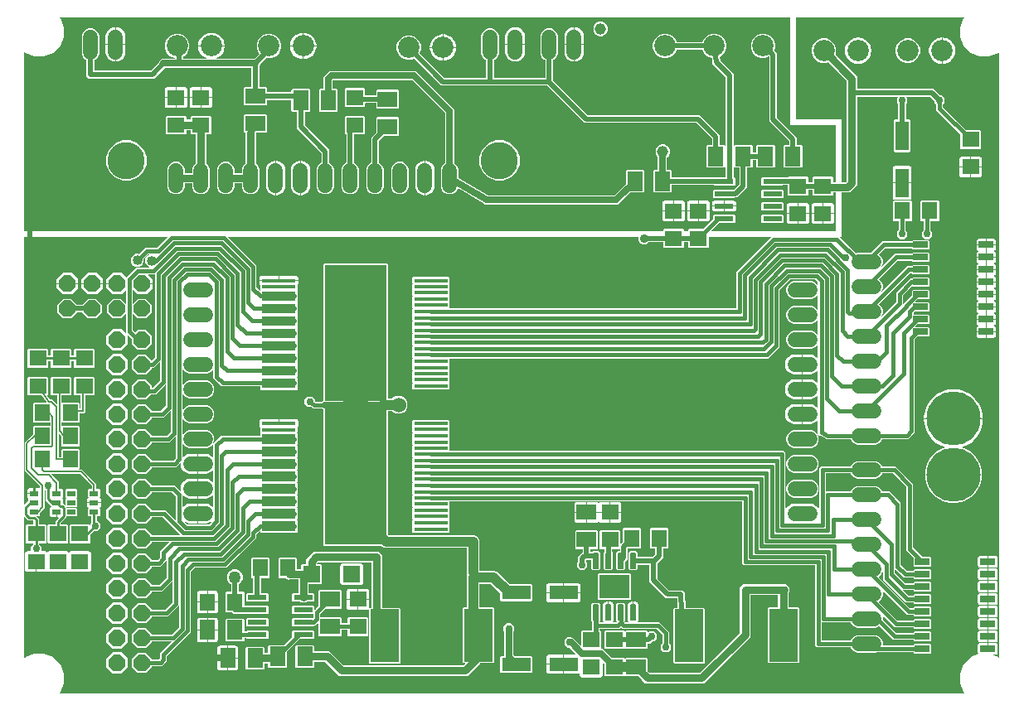
<source format=gbr>
G04 EAGLE Gerber RS-274X export*
G75*
%MOMM*%
%FSLAX34Y34*%
%LPD*%
%AMOC8*
5,1,8,0,0,1.08239X$1,22.5*%
G01*
%ADD10C,2.184400*%
%ADD11R,1.981200X0.558800*%
%ADD12R,1.800000X1.600000*%
%ADD13R,1.600000X2.000000*%
%ADD14R,2.000000X1.600000*%
%ADD15C,1.508000*%
%ADD16C,1.524000*%
%ADD17R,3.500000X0.420000*%
%ADD18R,6.300000X14.000000*%
%ADD19C,3.810000*%
%ADD20P,1.814519X8X22.500000*%
%ADD21P,1.814519X8X292.500000*%
%ADD22R,1.600000X1.800000*%
%ADD23R,2.900000X5.400000*%
%ADD24R,1.800000X1.700000*%
%ADD25C,0.147500*%
%ADD26R,3.100000X2.410000*%
%ADD27C,5.516000*%
%ADD28R,1.500000X0.700000*%
%ADD29R,0.900000X0.600000*%
%ADD30R,3.000000X1.400000*%
%ADD31R,1.600000X1.803000*%
%ADD32R,1.803000X1.600000*%
%ADD33R,1.400000X3.000000*%
%ADD34C,0.756400*%
%ADD35C,0.635000*%
%ADD36C,0.787400*%
%ADD37C,0.254000*%
%ADD38C,0.508000*%
%ADD39C,0.914400*%
%ADD40C,2.540000*%
%ADD41C,0.762000*%
%ADD42C,1.270000*%
%ADD43C,1.778000*%
%ADD44C,0.381000*%
%ADD45C,1.016000*%
%ADD46C,1.524000*%
%ADD47C,1.168400*%
%ADD48C,1.016000*%
%ADD49C,1.270000*%
%ADD50C,0.152400*%

G36*
X969940Y10174D02*
X969940Y10174D01*
X969941Y10173D01*
X969985Y10193D01*
X970030Y10212D01*
X970030Y10213D01*
X970031Y10213D01*
X970048Y10258D01*
X970065Y10304D01*
X970065Y10305D01*
X970065Y10306D01*
X970028Y10389D01*
X969270Y11148D01*
X965439Y20395D01*
X965439Y30405D01*
X969270Y39652D01*
X976348Y46730D01*
X984509Y50111D01*
X984528Y50130D01*
X984553Y50141D01*
X984561Y50164D01*
X984578Y50181D01*
X984578Y50208D01*
X984587Y50234D01*
X984576Y50257D01*
X984576Y50279D01*
X984560Y50294D01*
X984550Y50317D01*
X984364Y50502D01*
X984030Y51082D01*
X983857Y51728D01*
X983857Y55309D01*
X993770Y55309D01*
X993772Y55310D01*
X993774Y55309D01*
X993817Y55329D01*
X993861Y55348D01*
X993862Y55350D01*
X993864Y55351D01*
X993897Y55436D01*
X993897Y55563D01*
X993898Y55563D01*
X993898Y55436D01*
X993899Y55434D01*
X993898Y55432D01*
X993918Y55388D01*
X993937Y55345D01*
X993939Y55344D01*
X993940Y55342D01*
X994025Y55309D01*
X1003938Y55309D01*
X1003938Y51728D01*
X1003765Y51082D01*
X1003431Y50502D01*
X1002958Y50029D01*
X1002378Y49695D01*
X1001732Y49522D01*
X998748Y49522D01*
X998724Y49512D01*
X998697Y49511D01*
X998680Y49493D01*
X998657Y49483D01*
X998648Y49459D01*
X998629Y49440D01*
X998630Y49415D01*
X998621Y49391D01*
X998632Y49368D01*
X998633Y49342D01*
X998653Y49323D01*
X998663Y49302D01*
X998683Y49294D01*
X998699Y49279D01*
X1004852Y46730D01*
X1005624Y45959D01*
X1005625Y45958D01*
X1005625Y45957D01*
X1005670Y45940D01*
X1005715Y45922D01*
X1005716Y45922D01*
X1005717Y45922D01*
X1005762Y45943D01*
X1005805Y45962D01*
X1005805Y45963D01*
X1005806Y45963D01*
X1005839Y46048D01*
X1005839Y665152D01*
X1005839Y665153D01*
X1005839Y665154D01*
X1005820Y665197D01*
X1005801Y665243D01*
X1005800Y665243D01*
X1005799Y665244D01*
X1005754Y665261D01*
X1005709Y665278D01*
X1005708Y665278D01*
X1005707Y665278D01*
X1005624Y665241D01*
X1004852Y664470D01*
X995605Y660639D01*
X985595Y660639D01*
X976348Y664470D01*
X969270Y671548D01*
X965439Y680795D01*
X965439Y690805D01*
X969270Y700052D01*
X970041Y700824D01*
X970042Y700825D01*
X970043Y700825D01*
X970060Y700870D01*
X970078Y700915D01*
X970078Y700916D01*
X970078Y700917D01*
X970057Y700962D01*
X970038Y701005D01*
X970037Y701005D01*
X970037Y701006D01*
X969952Y701039D01*
X798513Y701039D01*
X798511Y701038D01*
X798508Y701039D01*
X798465Y701019D01*
X798422Y701001D01*
X798421Y700999D01*
X798419Y700998D01*
X798386Y700913D01*
X798386Y596900D01*
X798387Y596898D01*
X798386Y596896D01*
X798406Y596853D01*
X798425Y596809D01*
X798427Y596809D01*
X798428Y596807D01*
X798513Y596774D01*
X844424Y596774D01*
X844424Y532511D01*
X844425Y532509D01*
X844424Y532507D01*
X844444Y532464D01*
X844462Y532420D01*
X844464Y532420D01*
X844465Y532418D01*
X844550Y532385D01*
X848638Y532385D01*
X848641Y532386D01*
X848644Y532385D01*
X848727Y532422D01*
X849753Y533448D01*
X849755Y533451D01*
X849757Y533452D01*
X849790Y533537D01*
X849790Y635913D01*
X849789Y635916D01*
X849790Y635919D01*
X849753Y636002D01*
X830801Y654954D01*
X830775Y654965D01*
X830755Y654984D01*
X830730Y654983D01*
X830710Y654991D01*
X830690Y654982D01*
X830664Y654982D01*
X829026Y654303D01*
X824074Y654303D01*
X819500Y656198D01*
X815998Y659700D01*
X814103Y664274D01*
X814103Y669226D01*
X815998Y673800D01*
X819500Y677302D01*
X824074Y679197D01*
X829026Y679197D01*
X833600Y677302D01*
X837102Y673800D01*
X838997Y669226D01*
X838997Y664274D01*
X838318Y662636D01*
X838319Y662608D01*
X838309Y662582D01*
X838319Y662559D01*
X838319Y662538D01*
X838335Y662523D01*
X838346Y662499D01*
X860460Y640385D01*
X860460Y628078D01*
X860461Y628076D01*
X860460Y628074D01*
X860480Y628031D01*
X860498Y627988D01*
X860500Y627987D01*
X860501Y627985D01*
X860586Y627952D01*
X938309Y627952D01*
X944967Y621294D01*
X944970Y621292D01*
X944972Y621290D01*
X945056Y621257D01*
X946761Y621257D01*
X949869Y618148D01*
X949869Y613752D01*
X948029Y611912D01*
X948028Y611909D01*
X948025Y611907D01*
X947992Y611823D01*
X947992Y609198D01*
X947994Y609195D01*
X947992Y609192D01*
X948029Y609109D01*
X971601Y585537D01*
X971604Y585535D01*
X971606Y585533D01*
X971690Y585500D01*
X985944Y585500D01*
X986837Y584607D01*
X986837Y567343D01*
X985944Y566450D01*
X966681Y566450D01*
X965788Y567343D01*
X965788Y581597D01*
X965786Y581600D01*
X965788Y581603D01*
X965751Y581686D01*
X941133Y606304D01*
X941133Y611823D01*
X941131Y611826D01*
X941133Y611829D01*
X941096Y611912D01*
X939256Y613752D01*
X939256Y615456D01*
X939254Y615459D01*
X939256Y615462D01*
X939219Y615545D01*
X934978Y619786D01*
X934975Y619787D01*
X934974Y619790D01*
X934889Y619823D01*
X910399Y619823D01*
X910398Y619822D01*
X910397Y619823D01*
X910353Y619803D01*
X910309Y619784D01*
X910308Y619783D01*
X910307Y619783D01*
X910291Y619738D01*
X910273Y619692D01*
X910274Y619691D01*
X910273Y619690D01*
X910310Y619607D01*
X911769Y618148D01*
X911769Y613752D01*
X910564Y612547D01*
X910563Y612544D01*
X910560Y612543D01*
X910527Y612458D01*
X910527Y596276D01*
X910528Y596274D01*
X910527Y596272D01*
X910547Y596229D01*
X910566Y596185D01*
X910568Y596185D01*
X910569Y596183D01*
X910653Y596150D01*
X914094Y596150D01*
X914987Y595257D01*
X914987Y563993D01*
X914094Y563100D01*
X898831Y563100D01*
X897938Y563993D01*
X897938Y595257D01*
X898831Y596150D01*
X902272Y596150D01*
X902274Y596151D01*
X902276Y596150D01*
X902319Y596170D01*
X902362Y596188D01*
X902363Y596190D01*
X902365Y596191D01*
X902398Y596276D01*
X902398Y612458D01*
X902396Y612461D01*
X902398Y612464D01*
X902361Y612547D01*
X901156Y613752D01*
X901156Y618148D01*
X902615Y619607D01*
X902615Y619608D01*
X902616Y619609D01*
X902634Y619654D01*
X902652Y619699D01*
X902651Y619700D01*
X902652Y619701D01*
X902631Y619745D01*
X902612Y619789D01*
X902611Y619789D01*
X902611Y619790D01*
X902526Y619823D01*
X860586Y619823D01*
X860584Y619822D01*
X860582Y619823D01*
X860539Y619803D01*
X860495Y619784D01*
X860495Y619782D01*
X860493Y619781D01*
X860460Y619697D01*
X860460Y529065D01*
X857298Y525903D01*
X856272Y524877D01*
X853110Y521715D01*
X844550Y521715D01*
X844548Y521714D01*
X844546Y521715D01*
X844503Y521695D01*
X844459Y521677D01*
X844459Y521675D01*
X844457Y521674D01*
X844424Y521589D01*
X844424Y476376D01*
X842604Y476376D01*
X842603Y476376D01*
X842602Y476376D01*
X842559Y476357D01*
X842514Y476338D01*
X842513Y476337D01*
X842512Y476336D01*
X842496Y476291D01*
X842478Y476246D01*
X842479Y476245D01*
X842478Y476244D01*
X842515Y476161D01*
X859242Y459434D01*
X859268Y459423D01*
X859289Y459404D01*
X859314Y459405D01*
X859333Y459397D01*
X859354Y459406D01*
X859380Y459406D01*
X860607Y459915D01*
X874112Y459915D01*
X874115Y459916D01*
X874118Y459915D01*
X874201Y459952D01*
X885992Y471742D01*
X916239Y471742D01*
X916241Y471743D01*
X916243Y471742D01*
X916286Y471762D01*
X916330Y471781D01*
X916330Y471783D01*
X916332Y471784D01*
X916365Y471868D01*
X916365Y472444D01*
X917258Y473337D01*
X933522Y473337D01*
X934415Y472444D01*
X934415Y464181D01*
X933522Y463288D01*
X917258Y463288D01*
X916365Y464181D01*
X916365Y464757D01*
X916364Y464759D01*
X916365Y464761D01*
X916345Y464804D01*
X916327Y464847D01*
X916325Y464848D01*
X916324Y464850D01*
X916239Y464883D01*
X888885Y464883D01*
X888882Y464881D01*
X888879Y464883D01*
X888796Y464846D01*
X882644Y458694D01*
X882643Y458692D01*
X882641Y458691D01*
X882625Y458646D01*
X882607Y458603D01*
X882608Y458601D01*
X882607Y458598D01*
X882644Y458515D01*
X885175Y455985D01*
X886555Y452653D01*
X886555Y449047D01*
X885283Y445977D01*
X885283Y445951D01*
X885274Y445927D01*
X885284Y445904D01*
X885284Y445878D01*
X885303Y445860D01*
X885313Y445837D01*
X885337Y445828D01*
X885355Y445811D01*
X885381Y445812D01*
X885406Y445803D01*
X885431Y445814D01*
X885454Y445814D01*
X885469Y445830D01*
X885489Y445839D01*
X898692Y459042D01*
X916239Y459042D01*
X916241Y459043D01*
X916243Y459042D01*
X916286Y459062D01*
X916330Y459081D01*
X916330Y459083D01*
X916332Y459084D01*
X916365Y459168D01*
X916365Y459744D01*
X917258Y460637D01*
X933522Y460637D01*
X934415Y459744D01*
X934415Y451481D01*
X933522Y450588D01*
X917258Y450588D01*
X916365Y451481D01*
X916365Y452057D01*
X916364Y452059D01*
X916365Y452061D01*
X916345Y452104D01*
X916327Y452147D01*
X916325Y452148D01*
X916324Y452150D01*
X916239Y452183D01*
X901585Y452183D01*
X901582Y452181D01*
X901579Y452183D01*
X901496Y452146D01*
X882644Y433294D01*
X882643Y433292D01*
X882641Y433291D01*
X882625Y433246D01*
X882607Y433203D01*
X882608Y433201D01*
X882607Y433198D01*
X882644Y433115D01*
X885175Y430585D01*
X886555Y427253D01*
X886555Y423647D01*
X885283Y420577D01*
X885283Y420551D01*
X885274Y420527D01*
X885284Y420504D01*
X885284Y420479D01*
X885303Y420461D01*
X885313Y420437D01*
X885337Y420428D01*
X885355Y420411D01*
X885381Y420412D01*
X885406Y420403D01*
X885431Y420414D01*
X885454Y420414D01*
X885469Y420430D01*
X885489Y420439D01*
X911392Y446342D01*
X916239Y446342D01*
X916241Y446343D01*
X916243Y446342D01*
X916286Y446362D01*
X916330Y446381D01*
X916330Y446383D01*
X916332Y446384D01*
X916365Y446468D01*
X916365Y447044D01*
X917258Y447937D01*
X933522Y447937D01*
X934415Y447044D01*
X934415Y438781D01*
X933522Y437888D01*
X917258Y437888D01*
X916365Y438781D01*
X916365Y439357D01*
X916364Y439359D01*
X916365Y439361D01*
X916345Y439404D01*
X916327Y439447D01*
X916325Y439448D01*
X916324Y439450D01*
X916239Y439483D01*
X914285Y439483D01*
X914282Y439481D01*
X914279Y439483D01*
X914196Y439446D01*
X882644Y407894D01*
X882643Y407892D01*
X882641Y407891D01*
X882625Y407846D01*
X882607Y407803D01*
X882608Y407801D01*
X882607Y407798D01*
X882644Y407715D01*
X885175Y405185D01*
X886555Y401853D01*
X886555Y398247D01*
X885283Y395177D01*
X885283Y395151D01*
X885274Y395127D01*
X885284Y395104D01*
X885284Y395079D01*
X885303Y395061D01*
X885313Y395037D01*
X885337Y395028D01*
X885355Y395011D01*
X885381Y395012D01*
X885406Y395003D01*
X885431Y395014D01*
X885454Y395014D01*
X885469Y395030D01*
X885489Y395039D01*
X900615Y410165D01*
X900616Y410168D01*
X900619Y410169D01*
X900652Y410254D01*
X900652Y419727D01*
X914567Y433642D01*
X916239Y433642D01*
X916241Y433643D01*
X916243Y433642D01*
X916286Y433662D01*
X916330Y433681D01*
X916330Y433683D01*
X916332Y433684D01*
X916365Y433768D01*
X916365Y434344D01*
X917258Y435237D01*
X933522Y435237D01*
X934415Y434344D01*
X934415Y426081D01*
X933522Y425188D01*
X917258Y425188D01*
X916625Y425821D01*
X916623Y425822D01*
X916622Y425824D01*
X916578Y425840D01*
X916534Y425858D01*
X916532Y425857D01*
X916530Y425858D01*
X916447Y425821D01*
X907548Y416923D01*
X907547Y416920D01*
X907544Y416918D01*
X907511Y416833D01*
X907511Y407938D01*
X907511Y407937D01*
X907511Y407936D01*
X907530Y407892D01*
X907549Y407847D01*
X907550Y407847D01*
X907551Y407846D01*
X907596Y407829D01*
X907641Y407812D01*
X907642Y407812D01*
X907643Y407812D01*
X907727Y407849D01*
X909048Y409170D01*
X916328Y416450D01*
X916330Y416454D01*
X916332Y416455D01*
X916365Y416540D01*
X916365Y421644D01*
X917258Y422537D01*
X933522Y422537D01*
X934415Y421644D01*
X934415Y413381D01*
X933522Y412488D01*
X922119Y412488D01*
X922116Y412486D01*
X922113Y412488D01*
X922029Y412451D01*
X919631Y410053D01*
X919631Y410052D01*
X919630Y410051D01*
X919612Y410006D01*
X919594Y409961D01*
X919595Y409960D01*
X919594Y409959D01*
X919615Y409915D01*
X919634Y409871D01*
X919635Y409871D01*
X919636Y409870D01*
X919721Y409837D01*
X933522Y409837D01*
X934415Y408944D01*
X934415Y400681D01*
X933522Y399788D01*
X918944Y399788D01*
X918941Y399786D01*
X918938Y399788D01*
X918854Y399751D01*
X917928Y398824D01*
X917926Y398821D01*
X917924Y398820D01*
X917891Y398735D01*
X917891Y397263D01*
X917892Y397261D01*
X917891Y397259D01*
X917911Y397216D01*
X917929Y397173D01*
X917931Y397172D01*
X917932Y397170D01*
X918017Y397137D01*
X933522Y397137D01*
X934415Y396244D01*
X934415Y387981D01*
X933522Y387088D01*
X922119Y387088D01*
X922116Y387086D01*
X922113Y387088D01*
X922029Y387051D01*
X919631Y384653D01*
X919631Y384652D01*
X919630Y384651D01*
X919612Y384606D01*
X919594Y384561D01*
X919595Y384560D01*
X919594Y384559D01*
X919615Y384515D01*
X919634Y384471D01*
X919635Y384471D01*
X919636Y384470D01*
X919721Y384437D01*
X933522Y384437D01*
X934415Y383544D01*
X934415Y375281D01*
X933522Y374388D01*
X922093Y374388D01*
X922090Y374386D01*
X922087Y374388D01*
X922004Y374351D01*
X919454Y371801D01*
X919453Y371798D01*
X919450Y371797D01*
X919417Y371712D01*
X919417Y276392D01*
X912646Y269620D01*
X885965Y269620D01*
X885939Y269609D01*
X885911Y269608D01*
X885894Y269590D01*
X885875Y269582D01*
X885873Y269579D01*
X885866Y269561D01*
X885849Y269542D01*
X885175Y267915D01*
X882625Y265365D01*
X879293Y263985D01*
X860607Y263985D01*
X857275Y265365D01*
X854725Y267915D01*
X854051Y269542D01*
X854031Y269562D01*
X854020Y269587D01*
X853996Y269596D01*
X853981Y269611D01*
X853959Y269611D01*
X853935Y269620D01*
X830840Y269620D01*
X830832Y269617D01*
X830830Y269617D01*
X830820Y269613D01*
X830800Y269614D01*
X829999Y269347D01*
X829479Y269607D01*
X829453Y269609D01*
X829423Y269620D01*
X828842Y269620D01*
X828245Y270217D01*
X828227Y270224D01*
X828213Y270240D01*
X823129Y272782D01*
X823103Y272784D01*
X823073Y272795D01*
X822492Y272795D01*
X821895Y273392D01*
X821877Y273399D01*
X821863Y273415D01*
X821108Y273793D01*
X820924Y274344D01*
X820907Y274364D01*
X820894Y274393D01*
X820483Y274804D01*
X820483Y275648D01*
X820475Y275666D01*
X820476Y275688D01*
X820210Y276488D01*
X820469Y277008D01*
X820471Y277034D01*
X820483Y277064D01*
X820483Y289018D01*
X820477Y289031D01*
X820480Y289045D01*
X820459Y289075D01*
X820444Y289109D01*
X820431Y289114D01*
X820423Y289126D01*
X820387Y289131D01*
X820352Y289145D01*
X820340Y289139D01*
X820326Y289141D01*
X820291Y289116D01*
X820263Y289103D01*
X820260Y289094D01*
X820252Y289089D01*
X820057Y288798D01*
X818642Y287383D01*
X816978Y286271D01*
X815129Y285505D01*
X813166Y285114D01*
X804798Y285114D01*
X804798Y295148D01*
X804797Y295150D01*
X804798Y295152D01*
X804778Y295195D01*
X804760Y295239D01*
X804758Y295239D01*
X804757Y295241D01*
X804672Y295274D01*
X804544Y295274D01*
X804544Y295276D01*
X804672Y295276D01*
X804674Y295277D01*
X804676Y295276D01*
X804719Y295296D01*
X804763Y295314D01*
X804763Y295316D01*
X804765Y295317D01*
X804798Y295402D01*
X804798Y305436D01*
X813166Y305436D01*
X815129Y305045D01*
X816978Y304279D01*
X818642Y303167D01*
X820057Y301752D01*
X820252Y301461D01*
X820263Y301454D01*
X820269Y301441D01*
X820303Y301428D01*
X820334Y301407D01*
X820347Y301410D01*
X820361Y301405D01*
X820394Y301421D01*
X820430Y301429D01*
X820437Y301441D01*
X820450Y301447D01*
X820466Y301487D01*
X820481Y301513D01*
X820479Y301522D01*
X820483Y301532D01*
X820483Y314418D01*
X820477Y314431D01*
X820480Y314445D01*
X820459Y314475D01*
X820444Y314509D01*
X820431Y314514D01*
X820423Y314526D01*
X820387Y314531D01*
X820352Y314545D01*
X820340Y314539D01*
X820326Y314541D01*
X820291Y314516D01*
X820263Y314503D01*
X820260Y314494D01*
X820252Y314489D01*
X820057Y314198D01*
X818642Y312783D01*
X816978Y311671D01*
X815129Y310905D01*
X813166Y310514D01*
X804798Y310514D01*
X804798Y320548D01*
X804797Y320550D01*
X804798Y320552D01*
X804778Y320595D01*
X804760Y320639D01*
X804758Y320639D01*
X804757Y320641D01*
X804672Y320674D01*
X804544Y320674D01*
X804544Y320676D01*
X804672Y320676D01*
X804674Y320677D01*
X804676Y320676D01*
X804719Y320696D01*
X804763Y320714D01*
X804763Y320716D01*
X804765Y320717D01*
X804798Y320802D01*
X804798Y330836D01*
X813166Y330836D01*
X815129Y330445D01*
X816978Y329679D01*
X818642Y328567D01*
X820057Y327152D01*
X820252Y326861D01*
X820263Y326854D01*
X820269Y326841D01*
X820303Y326828D01*
X820334Y326807D01*
X820347Y326810D01*
X820361Y326805D01*
X820394Y326821D01*
X820430Y326829D01*
X820437Y326841D01*
X820450Y326847D01*
X820466Y326887D01*
X820481Y326913D01*
X820479Y326922D01*
X820483Y326932D01*
X820483Y339818D01*
X820477Y339831D01*
X820480Y339845D01*
X820459Y339875D01*
X820444Y339909D01*
X820431Y339914D01*
X820423Y339926D01*
X820387Y339931D01*
X820352Y339945D01*
X820340Y339939D01*
X820326Y339941D01*
X820291Y339916D01*
X820263Y339903D01*
X820262Y339900D01*
X820259Y339894D01*
X820252Y339889D01*
X820057Y339598D01*
X818642Y338183D01*
X816978Y337071D01*
X815129Y336305D01*
X813166Y335914D01*
X804798Y335914D01*
X804798Y345948D01*
X804797Y345950D01*
X804798Y345952D01*
X804778Y345995D01*
X804760Y346039D01*
X804758Y346039D01*
X804757Y346041D01*
X804672Y346074D01*
X804544Y346074D01*
X804544Y346076D01*
X804672Y346076D01*
X804674Y346077D01*
X804676Y346076D01*
X804719Y346096D01*
X804763Y346114D01*
X804763Y346116D01*
X804765Y346117D01*
X804798Y346202D01*
X804798Y356236D01*
X813166Y356236D01*
X815129Y355845D01*
X816978Y355079D01*
X818642Y353967D01*
X820057Y352552D01*
X820252Y352261D01*
X820263Y352254D01*
X820269Y352241D01*
X820303Y352228D01*
X820334Y352207D01*
X820347Y352210D01*
X820361Y352205D01*
X820394Y352221D01*
X820430Y352229D01*
X820437Y352241D01*
X820450Y352247D01*
X820466Y352287D01*
X820481Y352313D01*
X820479Y352322D01*
X820483Y352332D01*
X820483Y367025D01*
X820473Y367049D01*
X820472Y367075D01*
X820454Y367092D01*
X820444Y367116D01*
X820420Y367125D01*
X820401Y367143D01*
X820376Y367142D01*
X820352Y367151D01*
X820329Y367140D01*
X820303Y367139D01*
X820284Y367119D01*
X820263Y367110D01*
X820255Y367089D01*
X820240Y367073D01*
X819918Y366295D01*
X817345Y363722D01*
X813984Y362330D01*
X795106Y362330D01*
X791745Y363722D01*
X789172Y366295D01*
X787780Y369656D01*
X787780Y373294D01*
X789172Y376655D01*
X791745Y379228D01*
X795106Y380620D01*
X813984Y380620D01*
X817345Y379228D01*
X819918Y376655D01*
X820240Y375877D01*
X820258Y375859D01*
X820269Y375834D01*
X820292Y375825D01*
X820310Y375808D01*
X820336Y375808D01*
X820361Y375799D01*
X820383Y375810D01*
X820409Y375810D01*
X820426Y375829D01*
X820450Y375840D01*
X820460Y375866D01*
X820475Y375883D01*
X820475Y375905D01*
X820483Y375925D01*
X820483Y392425D01*
X820473Y392449D01*
X820472Y392475D01*
X820454Y392492D01*
X820444Y392516D01*
X820420Y392525D01*
X820401Y392543D01*
X820376Y392542D01*
X820352Y392551D01*
X820329Y392540D01*
X820303Y392539D01*
X820284Y392519D01*
X820263Y392510D01*
X820255Y392489D01*
X820240Y392473D01*
X819918Y391695D01*
X817345Y389122D01*
X813984Y387730D01*
X795106Y387730D01*
X791745Y389122D01*
X789172Y391695D01*
X787780Y395056D01*
X787780Y398694D01*
X789172Y402055D01*
X791745Y404628D01*
X795106Y406020D01*
X813984Y406020D01*
X817345Y404628D01*
X819918Y402055D01*
X820240Y401277D01*
X820258Y401259D01*
X820269Y401234D01*
X820292Y401225D01*
X820310Y401208D01*
X820336Y401208D01*
X820361Y401199D01*
X820383Y401210D01*
X820409Y401210D01*
X820426Y401229D01*
X820450Y401240D01*
X820460Y401266D01*
X820475Y401283D01*
X820475Y401305D01*
X820483Y401325D01*
X820483Y417825D01*
X820473Y417849D01*
X820472Y417875D01*
X820454Y417892D01*
X820444Y417916D01*
X820420Y417925D01*
X820401Y417943D01*
X820376Y417942D01*
X820352Y417951D01*
X820329Y417940D01*
X820303Y417939D01*
X820284Y417919D01*
X820263Y417910D01*
X820255Y417889D01*
X820240Y417873D01*
X819918Y417095D01*
X817345Y414522D01*
X813984Y413130D01*
X795106Y413130D01*
X791745Y414522D01*
X789172Y417095D01*
X787780Y420456D01*
X787780Y424094D01*
X789172Y427455D01*
X791745Y430028D01*
X795106Y431420D01*
X813984Y431420D01*
X817345Y430028D01*
X819918Y427455D01*
X820240Y426677D01*
X820258Y426659D01*
X820269Y426634D01*
X820292Y426625D01*
X820310Y426608D01*
X820336Y426608D01*
X820361Y426599D01*
X820383Y426610D01*
X820409Y426610D01*
X820426Y426629D01*
X820450Y426640D01*
X820460Y426666D01*
X820475Y426683D01*
X820475Y426705D01*
X820483Y426725D01*
X820483Y430327D01*
X820481Y430330D01*
X820483Y430333D01*
X820446Y430416D01*
X817766Y433096D01*
X817763Y433097D01*
X817762Y433100D01*
X817677Y433133D01*
X792048Y433133D01*
X792045Y433131D01*
X792042Y433133D01*
X791959Y433096D01*
X781342Y422479D01*
X781340Y422476D01*
X781338Y422474D01*
X781305Y422390D01*
X781305Y363704D01*
X769901Y352300D01*
X444581Y352300D01*
X444579Y352299D01*
X444577Y352300D01*
X444572Y352298D01*
X444567Y352300D01*
X444530Y352279D01*
X444490Y352262D01*
X444489Y352260D01*
X444488Y352259D01*
X444486Y352254D01*
X444481Y352252D01*
X444473Y352222D01*
X444455Y352174D01*
X444455Y352170D01*
X444455Y346658D01*
X444026Y346229D01*
X444025Y346227D01*
X444023Y346226D01*
X444006Y346182D01*
X443989Y346138D01*
X443989Y346136D01*
X443989Y346134D01*
X444026Y346051D01*
X444455Y345622D01*
X444455Y340158D01*
X444176Y339879D01*
X444175Y339877D01*
X444173Y339876D01*
X444156Y339832D01*
X444139Y339788D01*
X444139Y339786D01*
X444139Y339784D01*
X444176Y339701D01*
X444455Y339422D01*
X444455Y333958D01*
X444106Y333609D01*
X444105Y333607D01*
X444103Y333606D01*
X444086Y333562D01*
X444069Y333518D01*
X444069Y333516D01*
X444069Y333514D01*
X444106Y333431D01*
X444455Y333082D01*
X444455Y327618D01*
X444026Y327189D01*
X444025Y327187D01*
X444023Y327186D01*
X444006Y327142D01*
X443989Y327098D01*
X443989Y327096D01*
X443989Y327094D01*
X444026Y327011D01*
X444455Y326582D01*
X444455Y321118D01*
X443562Y320225D01*
X407298Y320225D01*
X406405Y321118D01*
X406405Y326582D01*
X406834Y327011D01*
X406835Y327013D01*
X406837Y327014D01*
X406854Y327058D01*
X406871Y327102D01*
X406871Y327104D01*
X406871Y327106D01*
X406834Y327189D01*
X406405Y327618D01*
X406405Y333082D01*
X406754Y333431D01*
X406755Y333433D01*
X406757Y333434D01*
X406774Y333478D01*
X406791Y333522D01*
X406791Y333524D01*
X406791Y333526D01*
X406754Y333609D01*
X406405Y333958D01*
X406405Y339422D01*
X406684Y339701D01*
X406685Y339703D01*
X406687Y339704D01*
X406704Y339748D01*
X406721Y339792D01*
X406721Y339794D01*
X406721Y339796D01*
X406684Y339879D01*
X406405Y340158D01*
X406405Y345622D01*
X406834Y346051D01*
X406835Y346053D01*
X406837Y346054D01*
X406854Y346098D01*
X406871Y346142D01*
X406871Y346144D01*
X406871Y346146D01*
X406834Y346229D01*
X406405Y346658D01*
X406405Y352122D01*
X406754Y352471D01*
X406755Y352473D01*
X406757Y352474D01*
X406774Y352518D01*
X406791Y352562D01*
X406791Y352564D01*
X406791Y352566D01*
X406754Y352649D01*
X406405Y352998D01*
X406405Y358462D01*
X406684Y358741D01*
X406685Y358743D01*
X406687Y358744D01*
X406704Y358788D01*
X406721Y358832D01*
X406721Y358834D01*
X406721Y358836D01*
X406684Y358919D01*
X406405Y359198D01*
X406405Y364662D01*
X406834Y365091D01*
X406835Y365093D01*
X406837Y365094D01*
X406854Y365138D01*
X406871Y365182D01*
X406871Y365184D01*
X406871Y365186D01*
X406834Y365269D01*
X406405Y365698D01*
X406405Y371162D01*
X406754Y371511D01*
X406755Y371513D01*
X406757Y371514D01*
X406774Y371558D01*
X406791Y371602D01*
X406791Y371604D01*
X406791Y371606D01*
X406754Y371689D01*
X406405Y372038D01*
X406405Y377502D01*
X406684Y377781D01*
X406685Y377783D01*
X406687Y377784D01*
X406704Y377828D01*
X406721Y377872D01*
X406721Y377874D01*
X406721Y377876D01*
X406684Y377959D01*
X406405Y378238D01*
X406405Y383702D01*
X406834Y384131D01*
X406835Y384133D01*
X406837Y384134D01*
X406854Y384178D01*
X406871Y384222D01*
X406871Y384224D01*
X406871Y384226D01*
X406834Y384309D01*
X406405Y384738D01*
X406405Y390202D01*
X406684Y390481D01*
X406685Y390483D01*
X406687Y390484D01*
X406704Y390528D01*
X406721Y390572D01*
X406721Y390574D01*
X406721Y390576D01*
X406684Y390659D01*
X406405Y390938D01*
X406405Y396402D01*
X406834Y396831D01*
X406835Y396833D01*
X406837Y396834D01*
X406854Y396878D01*
X406871Y396922D01*
X406871Y396924D01*
X406871Y396926D01*
X406834Y397009D01*
X406405Y397438D01*
X406405Y402902D01*
X406754Y403251D01*
X406755Y403253D01*
X406757Y403254D01*
X406774Y403298D01*
X406791Y403342D01*
X406791Y403344D01*
X406791Y403346D01*
X406754Y403429D01*
X406405Y403778D01*
X406405Y409242D01*
X406684Y409521D01*
X406685Y409523D01*
X406687Y409524D01*
X406704Y409568D01*
X406721Y409612D01*
X406721Y409614D01*
X406721Y409616D01*
X406684Y409699D01*
X406405Y409978D01*
X406405Y415442D01*
X406834Y415871D01*
X406835Y415873D01*
X406837Y415874D01*
X406854Y415918D01*
X406871Y415962D01*
X406871Y415964D01*
X406871Y415966D01*
X406834Y416049D01*
X406405Y416478D01*
X406405Y421942D01*
X406754Y422291D01*
X406755Y422292D01*
X406756Y422292D01*
X406756Y422293D01*
X406757Y422294D01*
X406774Y422338D01*
X406791Y422382D01*
X406791Y422383D01*
X406791Y422384D01*
X406791Y422385D01*
X406791Y422386D01*
X406754Y422469D01*
X406405Y422818D01*
X406405Y428282D01*
X406684Y428561D01*
X406685Y428563D01*
X406687Y428564D01*
X406704Y428608D01*
X406721Y428652D01*
X406721Y428654D01*
X406721Y428656D01*
X406684Y428739D01*
X406405Y429018D01*
X406405Y434482D01*
X407298Y435375D01*
X443562Y435375D01*
X444455Y434482D01*
X444455Y429018D01*
X444176Y428739D01*
X444175Y428737D01*
X444173Y428736D01*
X444156Y428692D01*
X444139Y428648D01*
X444139Y428646D01*
X444139Y428644D01*
X444176Y428561D01*
X444455Y428282D01*
X444455Y422818D01*
X444106Y422469D01*
X444105Y422468D01*
X444104Y422468D01*
X444104Y422467D01*
X444103Y422466D01*
X444086Y422422D01*
X444069Y422378D01*
X444069Y422376D01*
X444069Y422375D01*
X444069Y422374D01*
X444106Y422291D01*
X444455Y421942D01*
X444455Y416478D01*
X444026Y416049D01*
X444025Y416047D01*
X444023Y416046D01*
X444006Y416002D01*
X443989Y415958D01*
X443989Y415956D01*
X443989Y415954D01*
X444026Y415871D01*
X444455Y415442D01*
X444455Y409978D01*
X444176Y409699D01*
X444175Y409697D01*
X444173Y409696D01*
X444156Y409652D01*
X444139Y409608D01*
X444139Y409606D01*
X444139Y409604D01*
X444176Y409521D01*
X444455Y409242D01*
X444455Y403726D01*
X444456Y403724D01*
X444455Y403722D01*
X444473Y403683D01*
X444486Y403642D01*
X444491Y403640D01*
X444493Y403635D01*
X444495Y403635D01*
X444496Y403633D01*
X444553Y403610D01*
X444575Y403600D01*
X444578Y403601D01*
X444581Y403600D01*
X736981Y403600D01*
X736983Y403601D01*
X736985Y403600D01*
X737028Y403620D01*
X737072Y403638D01*
X737072Y403640D01*
X737074Y403641D01*
X737107Y403726D01*
X737107Y440749D01*
X772519Y476161D01*
X772519Y476162D01*
X772520Y476162D01*
X772538Y476208D01*
X772556Y476252D01*
X772555Y476253D01*
X772556Y476254D01*
X772535Y476298D01*
X772516Y476342D01*
X772515Y476342D01*
X772514Y476343D01*
X772430Y476376D01*
X709151Y476376D01*
X709149Y476375D01*
X709147Y476376D01*
X709104Y476356D01*
X709060Y476338D01*
X709060Y476336D01*
X709058Y476335D01*
X709025Y476250D01*
X709025Y466318D01*
X708132Y465425D01*
X688868Y465425D01*
X687975Y466318D01*
X687975Y470759D01*
X687974Y470761D01*
X687975Y470763D01*
X687955Y470806D01*
X687937Y470850D01*
X687935Y470850D01*
X687934Y470852D01*
X687849Y470885D01*
X683751Y470885D01*
X683749Y470884D01*
X683747Y470885D01*
X683704Y470865D01*
X683660Y470847D01*
X683660Y470845D01*
X683658Y470844D01*
X683625Y470759D01*
X683625Y466318D01*
X682732Y465425D01*
X663468Y465425D01*
X662575Y466318D01*
X662575Y470759D01*
X662574Y470761D01*
X662575Y470763D01*
X662555Y470806D01*
X662537Y470850D01*
X662535Y470850D01*
X662534Y470852D01*
X662449Y470885D01*
X647835Y470885D01*
X647832Y470884D01*
X647829Y470885D01*
X647745Y470848D01*
X646391Y469494D01*
X644150Y468566D01*
X641725Y468566D01*
X639484Y469494D01*
X637769Y471209D01*
X636841Y473450D01*
X636841Y475875D01*
X636976Y476202D01*
X636976Y476229D01*
X636986Y476254D01*
X636975Y476276D01*
X636975Y476300D01*
X636956Y476319D01*
X636944Y476343D01*
X636920Y476353D01*
X636904Y476368D01*
X636883Y476367D01*
X636859Y476376D01*
X218170Y476376D01*
X218169Y476376D01*
X218168Y476376D01*
X218125Y476357D01*
X218080Y476338D01*
X218079Y476337D01*
X218078Y476336D01*
X218062Y476291D01*
X218044Y476246D01*
X218045Y476245D01*
X218044Y476244D01*
X218081Y476161D01*
X247143Y447099D01*
X247143Y424510D01*
X247144Y424507D01*
X247143Y424504D01*
X247180Y424421D01*
X250700Y420901D01*
X250701Y420900D01*
X250701Y420899D01*
X250703Y420899D01*
X250703Y420898D01*
X250788Y420865D01*
X250791Y420864D01*
X250792Y420864D01*
X250793Y420864D01*
X250837Y420884D01*
X250881Y420904D01*
X250881Y420905D01*
X250882Y420905D01*
X250915Y420990D01*
X250915Y421782D01*
X251194Y422061D01*
X251195Y422063D01*
X251197Y422064D01*
X251214Y422108D01*
X251231Y422152D01*
X251231Y422154D01*
X251231Y422156D01*
X251194Y422239D01*
X250915Y422518D01*
X250915Y427529D01*
X250914Y427532D01*
X250915Y427535D01*
X250878Y427619D01*
X250407Y428090D01*
X250072Y428669D01*
X249899Y429315D01*
X249899Y431497D01*
X269813Y431497D01*
X269815Y431498D01*
X269817Y431497D01*
X269860Y431517D01*
X269904Y431535D01*
X269904Y431537D01*
X269906Y431538D01*
X269939Y431623D01*
X269939Y431751D01*
X269941Y431751D01*
X269941Y431623D01*
X269942Y431621D01*
X269941Y431619D01*
X269961Y431576D01*
X269979Y431532D01*
X269981Y431532D01*
X269982Y431530D01*
X270067Y431497D01*
X289981Y431497D01*
X289981Y429315D01*
X289808Y428669D01*
X289473Y428090D01*
X289002Y427619D01*
X289000Y427616D01*
X288998Y427614D01*
X288965Y427529D01*
X288965Y422518D01*
X288686Y422239D01*
X288685Y422237D01*
X288683Y422236D01*
X288666Y422192D01*
X288649Y422148D01*
X288649Y422146D01*
X288649Y422144D01*
X288686Y422061D01*
X288965Y421782D01*
X288965Y417613D01*
X288966Y417610D01*
X288965Y417607D01*
X289002Y417524D01*
X289180Y417346D01*
X289180Y414504D01*
X289002Y414326D01*
X289000Y414323D01*
X288998Y414322D01*
X288965Y414237D01*
X288965Y409818D01*
X288686Y409539D01*
X288685Y409537D01*
X288683Y409536D01*
X288666Y409492D01*
X288649Y409448D01*
X288649Y409446D01*
X288649Y409444D01*
X288686Y409361D01*
X288965Y409082D01*
X288965Y404913D01*
X288966Y404910D01*
X288965Y404907D01*
X289002Y404824D01*
X289180Y404646D01*
X289180Y401804D01*
X289002Y401626D01*
X289000Y401623D01*
X288998Y401622D01*
X288965Y401537D01*
X288965Y397118D01*
X288686Y396839D01*
X288685Y396839D01*
X288684Y396837D01*
X288683Y396836D01*
X288666Y396792D01*
X288649Y396748D01*
X288649Y396746D01*
X288649Y396744D01*
X288686Y396661D01*
X288965Y396382D01*
X288965Y392213D01*
X288966Y392210D01*
X288965Y392207D01*
X289002Y392124D01*
X289180Y391946D01*
X289180Y389104D01*
X289002Y388926D01*
X289000Y388923D01*
X288998Y388922D01*
X288965Y388837D01*
X288965Y384418D01*
X288686Y384139D01*
X288685Y384137D01*
X288683Y384136D01*
X288666Y384092D01*
X288649Y384048D01*
X288649Y384046D01*
X288649Y384044D01*
X288686Y383961D01*
X288965Y383682D01*
X288965Y379513D01*
X288966Y379510D01*
X288965Y379507D01*
X289002Y379424D01*
X289180Y379246D01*
X289180Y376404D01*
X289002Y376226D01*
X289000Y376223D01*
X288998Y376222D01*
X288965Y376137D01*
X288965Y371718D01*
X288686Y371439D01*
X288685Y371437D01*
X288683Y371436D01*
X288666Y371392D01*
X288649Y371348D01*
X288649Y371346D01*
X288649Y371344D01*
X288686Y371261D01*
X288965Y370982D01*
X288965Y366813D01*
X288966Y366810D01*
X288965Y366807D01*
X289002Y366724D01*
X289180Y366546D01*
X289180Y363704D01*
X289002Y363526D01*
X289000Y363523D01*
X288998Y363522D01*
X288965Y363437D01*
X288965Y359018D01*
X288686Y358739D01*
X288685Y358737D01*
X288683Y358736D01*
X288666Y358692D01*
X288649Y358648D01*
X288649Y358646D01*
X288649Y358644D01*
X288686Y358561D01*
X288965Y358282D01*
X288965Y354113D01*
X288966Y354110D01*
X288965Y354107D01*
X289002Y354024D01*
X289180Y353846D01*
X289180Y351004D01*
X289002Y350826D01*
X289000Y350823D01*
X288998Y350822D01*
X288965Y350737D01*
X288965Y346318D01*
X288696Y346049D01*
X288695Y346047D01*
X288693Y346046D01*
X288676Y346002D01*
X288659Y345958D01*
X288659Y345956D01*
X288659Y345954D01*
X288696Y345871D01*
X288965Y345602D01*
X288965Y341413D01*
X288966Y341410D01*
X288965Y341407D01*
X289002Y341324D01*
X289180Y341146D01*
X289180Y338304D01*
X289002Y338126D01*
X289000Y338123D01*
X288998Y338122D01*
X288965Y338037D01*
X288965Y333638D01*
X288616Y333289D01*
X288615Y333287D01*
X288613Y333286D01*
X288596Y333242D01*
X288579Y333198D01*
X288579Y333196D01*
X288579Y333194D01*
X288616Y333111D01*
X288965Y332762D01*
X288965Y328713D01*
X288966Y328710D01*
X288965Y328707D01*
X289002Y328624D01*
X289180Y328446D01*
X289180Y325604D01*
X289002Y325426D01*
X289000Y325423D01*
X288998Y325422D01*
X288965Y325337D01*
X288965Y320958D01*
X288072Y320065D01*
X251808Y320065D01*
X250915Y320958D01*
X250915Y323469D01*
X250914Y323471D01*
X250915Y323473D01*
X250895Y323516D01*
X250877Y323560D01*
X250875Y323560D01*
X250874Y323562D01*
X250789Y323595D01*
X211304Y323595D01*
X202945Y331954D01*
X202945Y340858D01*
X202935Y340882D01*
X202935Y340909D01*
X202917Y340926D01*
X202907Y340949D01*
X202882Y340958D01*
X202864Y340976D01*
X202838Y340975D01*
X202815Y340984D01*
X202791Y340974D01*
X202765Y340972D01*
X202746Y340953D01*
X202726Y340943D01*
X202718Y340923D01*
X202702Y340907D01*
X202698Y340895D01*
X200125Y338322D01*
X196764Y336930D01*
X177886Y336930D01*
X174525Y338322D01*
X171952Y340895D01*
X171948Y340907D01*
X171929Y340925D01*
X171919Y340949D01*
X171895Y340958D01*
X171877Y340976D01*
X171851Y340975D01*
X171827Y340984D01*
X171804Y340974D01*
X171779Y340973D01*
X171761Y340954D01*
X171738Y340943D01*
X171728Y340918D01*
X171712Y340901D01*
X171713Y340879D01*
X171705Y340858D01*
X171705Y325892D01*
X171715Y325868D01*
X171715Y325841D01*
X171733Y325824D01*
X171743Y325801D01*
X171768Y325792D01*
X171786Y325774D01*
X171812Y325775D01*
X171835Y325766D01*
X171859Y325776D01*
X171885Y325778D01*
X171904Y325797D01*
X171924Y325807D01*
X171932Y325827D01*
X171948Y325843D01*
X171952Y325855D01*
X174525Y328428D01*
X177886Y329820D01*
X196764Y329820D01*
X200125Y328428D01*
X202698Y325855D01*
X204090Y322494D01*
X204090Y318856D01*
X202698Y315495D01*
X200125Y312922D01*
X196764Y311530D01*
X177886Y311530D01*
X174525Y312922D01*
X171952Y315495D01*
X171948Y315507D01*
X171929Y315525D01*
X171919Y315549D01*
X171895Y315558D01*
X171877Y315576D01*
X171851Y315575D01*
X171827Y315584D01*
X171804Y315574D01*
X171779Y315573D01*
X171761Y315554D01*
X171738Y315543D01*
X171728Y315518D01*
X171712Y315501D01*
X171713Y315479D01*
X171705Y315458D01*
X171705Y300492D01*
X171715Y300468D01*
X171715Y300441D01*
X171733Y300424D01*
X171743Y300401D01*
X171768Y300392D01*
X171786Y300374D01*
X171812Y300375D01*
X171835Y300366D01*
X171859Y300376D01*
X171885Y300378D01*
X171904Y300397D01*
X171924Y300407D01*
X171932Y300427D01*
X171948Y300443D01*
X171952Y300455D01*
X174525Y303028D01*
X177886Y304420D01*
X196764Y304420D01*
X200125Y303028D01*
X202698Y300455D01*
X204090Y297094D01*
X204090Y293456D01*
X202698Y290095D01*
X200125Y287522D01*
X196764Y286130D01*
X177886Y286130D01*
X174525Y287522D01*
X171952Y290095D01*
X171948Y290107D01*
X171929Y290125D01*
X171919Y290149D01*
X171895Y290158D01*
X171877Y290176D01*
X171851Y290175D01*
X171827Y290184D01*
X171804Y290174D01*
X171779Y290173D01*
X171761Y290154D01*
X171738Y290143D01*
X171728Y290118D01*
X171712Y290101D01*
X171713Y290079D01*
X171705Y290058D01*
X171705Y275092D01*
X171715Y275068D01*
X171715Y275041D01*
X171733Y275024D01*
X171743Y275001D01*
X171768Y274992D01*
X171786Y274974D01*
X171812Y274975D01*
X171835Y274966D01*
X171859Y274976D01*
X171885Y274978D01*
X171904Y274997D01*
X171924Y275007D01*
X171932Y275027D01*
X171948Y275043D01*
X171952Y275055D01*
X174525Y277628D01*
X177886Y279020D01*
X196764Y279020D01*
X200125Y277628D01*
X202698Y275055D01*
X204090Y271694D01*
X204090Y268056D01*
X202943Y265286D01*
X202943Y265260D01*
X202933Y265236D01*
X202943Y265213D01*
X202943Y265188D01*
X202962Y265170D01*
X202973Y265146D01*
X202996Y265137D01*
X203015Y265120D01*
X203041Y265121D01*
X203065Y265112D01*
X203090Y265123D01*
X203113Y265124D01*
X203128Y265140D01*
X203148Y265149D01*
X211304Y273305D01*
X250789Y273305D01*
X250791Y273306D01*
X250793Y273305D01*
X250836Y273325D01*
X250880Y273343D01*
X250880Y273345D01*
X250882Y273346D01*
X250915Y273431D01*
X250915Y275732D01*
X251194Y276011D01*
X251195Y276013D01*
X251197Y276014D01*
X251214Y276058D01*
X251231Y276102D01*
X251231Y276104D01*
X251231Y276106D01*
X251194Y276189D01*
X250915Y276468D01*
X250915Y281479D01*
X250914Y281482D01*
X250915Y281485D01*
X250878Y281569D01*
X250407Y282040D01*
X250072Y282619D01*
X249899Y283265D01*
X249899Y285447D01*
X269813Y285447D01*
X269815Y285448D01*
X269817Y285447D01*
X269860Y285467D01*
X269904Y285485D01*
X269904Y285487D01*
X269906Y285488D01*
X269939Y285573D01*
X269939Y285701D01*
X269941Y285701D01*
X269941Y285573D01*
X269942Y285571D01*
X269941Y285569D01*
X269961Y285526D01*
X269979Y285482D01*
X269981Y285482D01*
X269982Y285480D01*
X270067Y285447D01*
X289981Y285447D01*
X289981Y283265D01*
X289808Y282619D01*
X289473Y282040D01*
X289002Y281569D01*
X289000Y281566D01*
X288998Y281564D01*
X288965Y281479D01*
X288965Y276468D01*
X288686Y276189D01*
X288685Y276187D01*
X288683Y276186D01*
X288666Y276142D01*
X288649Y276098D01*
X288649Y276096D01*
X288649Y276094D01*
X288686Y276011D01*
X288965Y275732D01*
X288965Y271563D01*
X288966Y271560D01*
X288965Y271557D01*
X289002Y271474D01*
X289180Y271296D01*
X289180Y268454D01*
X289002Y268276D01*
X289000Y268273D01*
X288998Y268272D01*
X288965Y268187D01*
X288965Y263768D01*
X288686Y263489D01*
X288685Y263487D01*
X288683Y263486D01*
X288666Y263442D01*
X288649Y263398D01*
X288649Y263396D01*
X288649Y263394D01*
X288686Y263311D01*
X288965Y263032D01*
X288965Y258863D01*
X288966Y258860D01*
X288965Y258857D01*
X289002Y258774D01*
X289180Y258596D01*
X289180Y255754D01*
X289002Y255576D01*
X289000Y255573D01*
X288998Y255572D01*
X288965Y255487D01*
X288965Y251068D01*
X288686Y250789D01*
X288685Y250787D01*
X288683Y250786D01*
X288666Y250742D01*
X288649Y250698D01*
X288649Y250696D01*
X288649Y250694D01*
X288686Y250611D01*
X288965Y250332D01*
X288965Y246163D01*
X288966Y246160D01*
X288965Y246157D01*
X289002Y246074D01*
X289180Y245896D01*
X289180Y243054D01*
X289002Y242876D01*
X289000Y242873D01*
X288998Y242872D01*
X288965Y242787D01*
X288965Y238368D01*
X288686Y238089D01*
X288685Y238087D01*
X288683Y238086D01*
X288666Y238042D01*
X288649Y237998D01*
X288649Y237996D01*
X288649Y237994D01*
X288686Y237911D01*
X288965Y237632D01*
X288965Y233463D01*
X288966Y233460D01*
X288965Y233457D01*
X289002Y233374D01*
X289180Y233196D01*
X289180Y230354D01*
X289002Y230176D01*
X289000Y230173D01*
X288998Y230172D01*
X288965Y230087D01*
X288965Y225668D01*
X288686Y225389D01*
X288685Y225387D01*
X288683Y225386D01*
X288666Y225342D01*
X288649Y225298D01*
X288649Y225296D01*
X288649Y225294D01*
X288686Y225211D01*
X288965Y224932D01*
X288965Y220763D01*
X288966Y220760D01*
X288965Y220757D01*
X289002Y220674D01*
X289180Y220496D01*
X289180Y217654D01*
X289002Y217476D01*
X289000Y217473D01*
X288998Y217472D01*
X288965Y217387D01*
X288965Y212968D01*
X288686Y212689D01*
X288685Y212687D01*
X288683Y212686D01*
X288666Y212642D01*
X288649Y212598D01*
X288649Y212596D01*
X288649Y212594D01*
X288686Y212511D01*
X288965Y212232D01*
X288965Y208063D01*
X288966Y208060D01*
X288965Y208057D01*
X289002Y207974D01*
X289180Y207796D01*
X289180Y204954D01*
X289002Y204776D01*
X289000Y204773D01*
X288998Y204772D01*
X288965Y204687D01*
X288965Y200268D01*
X288696Y199999D01*
X288695Y199997D01*
X288693Y199996D01*
X288676Y199952D01*
X288659Y199908D01*
X288659Y199906D01*
X288659Y199904D01*
X288696Y199821D01*
X288965Y199552D01*
X288965Y195363D01*
X288966Y195360D01*
X288965Y195357D01*
X289002Y195274D01*
X289180Y195096D01*
X289180Y192254D01*
X289002Y192076D01*
X289000Y192073D01*
X288998Y192072D01*
X288965Y191987D01*
X288965Y187588D01*
X288616Y187239D01*
X288615Y187237D01*
X288613Y187236D01*
X288596Y187192D01*
X288579Y187148D01*
X288579Y187146D01*
X288579Y187144D01*
X288616Y187061D01*
X288965Y186712D01*
X288965Y182663D01*
X288966Y182660D01*
X288965Y182657D01*
X289002Y182574D01*
X289180Y182396D01*
X289180Y179554D01*
X289002Y179376D01*
X289000Y179373D01*
X288998Y179372D01*
X288965Y179287D01*
X288965Y174908D01*
X288072Y174015D01*
X251808Y174015D01*
X250915Y174908D01*
X250915Y175910D01*
X250915Y175911D01*
X250915Y175912D01*
X250896Y175956D01*
X250877Y176001D01*
X250876Y176001D01*
X250875Y176002D01*
X250830Y176019D01*
X250785Y176036D01*
X250784Y176036D01*
X250783Y176036D01*
X250700Y175999D01*
X247180Y172479D01*
X247178Y172476D01*
X247176Y172475D01*
X247143Y172390D01*
X247143Y168851D01*
X216467Y138175D01*
X184035Y138175D01*
X184032Y138174D01*
X184029Y138175D01*
X183946Y138138D01*
X180251Y134443D01*
X180249Y134440D01*
X180247Y134438D01*
X180214Y134354D01*
X180214Y72570D01*
X155867Y48223D01*
X155865Y48220D01*
X155863Y48219D01*
X155830Y48134D01*
X155830Y43029D01*
X150646Y37845D01*
X140208Y37845D01*
X140206Y37844D01*
X140204Y37845D01*
X140161Y37825D01*
X140117Y37807D01*
X140117Y37805D01*
X140115Y37804D01*
X140082Y37719D01*
X140082Y37172D01*
X134278Y31368D01*
X126072Y31368D01*
X120268Y37172D01*
X120268Y45378D01*
X126072Y51182D01*
X134278Y51182D01*
X140082Y45378D01*
X140082Y44831D01*
X140083Y44829D01*
X140082Y44827D01*
X140102Y44784D01*
X140120Y44740D01*
X140122Y44740D01*
X140123Y44738D01*
X140208Y44705D01*
X147752Y44705D01*
X147755Y44706D01*
X147758Y44705D01*
X147841Y44742D01*
X148933Y45834D01*
X148935Y45837D01*
X148937Y45838D01*
X148970Y45923D01*
X148970Y51027D01*
X160973Y63030D01*
X160973Y63031D01*
X160974Y63031D01*
X160992Y63076D01*
X161010Y63121D01*
X161009Y63122D01*
X161010Y63123D01*
X160989Y63167D01*
X160970Y63211D01*
X160969Y63211D01*
X160968Y63212D01*
X160884Y63245D01*
X140208Y63245D01*
X140206Y63244D01*
X140204Y63245D01*
X140161Y63225D01*
X140117Y63207D01*
X140117Y63205D01*
X140115Y63204D01*
X140082Y63119D01*
X140082Y62572D01*
X134278Y56768D01*
X126072Y56768D01*
X120268Y62572D01*
X120268Y70778D01*
X126072Y76582D01*
X134278Y76582D01*
X140082Y70778D01*
X140082Y70231D01*
X140083Y70229D01*
X140082Y70227D01*
X140102Y70184D01*
X140120Y70140D01*
X140122Y70140D01*
X140123Y70138D01*
X140208Y70105D01*
X160452Y70105D01*
X160455Y70106D01*
X160458Y70105D01*
X160541Y70142D01*
X167983Y77584D01*
X167985Y77587D01*
X167987Y77588D01*
X168020Y77673D01*
X168020Y99365D01*
X168020Y99366D01*
X168020Y99367D01*
X168001Y99411D01*
X167982Y99456D01*
X167981Y99456D01*
X167980Y99457D01*
X167935Y99474D01*
X167890Y99491D01*
X167889Y99491D01*
X167888Y99491D01*
X167805Y99454D01*
X159042Y90691D01*
X156996Y88645D01*
X140208Y88645D01*
X140206Y88644D01*
X140204Y88645D01*
X140161Y88625D01*
X140117Y88607D01*
X140117Y88605D01*
X140115Y88604D01*
X140082Y88519D01*
X140082Y87972D01*
X134278Y82168D01*
X126072Y82168D01*
X120268Y87972D01*
X120268Y96178D01*
X126072Y101982D01*
X134278Y101982D01*
X140082Y96178D01*
X140082Y95631D01*
X140083Y95629D01*
X140082Y95627D01*
X140102Y95584D01*
X140120Y95540D01*
X140122Y95540D01*
X140123Y95538D01*
X140208Y95505D01*
X154102Y95505D01*
X154105Y95506D01*
X154108Y95505D01*
X154191Y95542D01*
X161633Y102984D01*
X161635Y102987D01*
X161637Y102988D01*
X161670Y103073D01*
X161670Y124765D01*
X161670Y124766D01*
X161670Y124767D01*
X161651Y124811D01*
X161632Y124856D01*
X161631Y124856D01*
X161630Y124857D01*
X161585Y124874D01*
X161540Y124891D01*
X161539Y124891D01*
X161538Y124891D01*
X161455Y124854D01*
X152692Y116091D01*
X150646Y114045D01*
X140208Y114045D01*
X140206Y114044D01*
X140204Y114045D01*
X140161Y114025D01*
X140117Y114007D01*
X140117Y114005D01*
X140115Y114004D01*
X140082Y113919D01*
X140082Y113372D01*
X134278Y107568D01*
X126072Y107568D01*
X120268Y113372D01*
X120268Y121578D01*
X126072Y127382D01*
X134278Y127382D01*
X140082Y121578D01*
X140082Y121031D01*
X140083Y121029D01*
X140082Y121027D01*
X140102Y120984D01*
X140120Y120940D01*
X140122Y120940D01*
X140123Y120938D01*
X140208Y120905D01*
X147752Y120905D01*
X147755Y120906D01*
X147758Y120905D01*
X147841Y120942D01*
X155283Y128384D01*
X155285Y128387D01*
X155287Y128388D01*
X155320Y128473D01*
X155320Y145403D01*
X155320Y145404D01*
X155320Y145405D01*
X155301Y145449D01*
X155282Y145493D01*
X155281Y145494D01*
X155280Y145495D01*
X155235Y145511D01*
X155190Y145529D01*
X155189Y145528D01*
X155188Y145529D01*
X155105Y145492D01*
X151104Y141491D01*
X149058Y139445D01*
X140208Y139445D01*
X140206Y139444D01*
X140204Y139445D01*
X140161Y139425D01*
X140117Y139407D01*
X140117Y139405D01*
X140115Y139404D01*
X140082Y139319D01*
X140082Y138772D01*
X134278Y132968D01*
X126072Y132968D01*
X120268Y138772D01*
X120268Y146978D01*
X126072Y152782D01*
X134278Y152782D01*
X140082Y146978D01*
X140082Y146431D01*
X140083Y146429D01*
X140082Y146427D01*
X140102Y146384D01*
X140120Y146340D01*
X140122Y146340D01*
X140123Y146338D01*
X140208Y146305D01*
X146165Y146305D01*
X146168Y146306D01*
X146171Y146305D01*
X146254Y146342D01*
X148933Y149021D01*
X148935Y149024D01*
X148937Y149026D01*
X148970Y149110D01*
X148970Y155281D01*
X158014Y164325D01*
X158319Y164630D01*
X158319Y164631D01*
X158320Y164631D01*
X158338Y164676D01*
X158356Y164721D01*
X158355Y164722D01*
X158356Y164723D01*
X158335Y164768D01*
X158316Y164811D01*
X158315Y164811D01*
X158315Y164812D01*
X158230Y164845D01*
X140208Y164845D01*
X140206Y164844D01*
X140204Y164845D01*
X140161Y164825D01*
X140117Y164807D01*
X140117Y164805D01*
X140115Y164804D01*
X140082Y164719D01*
X140082Y164172D01*
X134278Y158368D01*
X126072Y158368D01*
X120268Y164172D01*
X120268Y172378D01*
X126072Y178182D01*
X134278Y178182D01*
X140082Y172378D01*
X140082Y171831D01*
X140083Y171829D01*
X140082Y171827D01*
X140102Y171784D01*
X140120Y171740D01*
X140122Y171740D01*
X140123Y171738D01*
X140208Y171705D01*
X169609Y171705D01*
X169610Y171705D01*
X169611Y171705D01*
X169655Y171724D01*
X169700Y171743D01*
X169700Y171744D01*
X169701Y171745D01*
X169718Y171790D01*
X169735Y171835D01*
X169735Y171836D01*
X169735Y171837D01*
X169698Y171920D01*
X151410Y190208D01*
X151407Y190210D01*
X151406Y190212D01*
X151321Y190245D01*
X140208Y190245D01*
X140206Y190244D01*
X140204Y190245D01*
X140161Y190225D01*
X140117Y190207D01*
X140117Y190205D01*
X140115Y190204D01*
X140082Y190119D01*
X140082Y189572D01*
X134278Y183768D01*
X126072Y183768D01*
X120268Y189572D01*
X120268Y197778D01*
X126072Y203582D01*
X134278Y203582D01*
X140082Y197778D01*
X140082Y197231D01*
X140083Y197229D01*
X140082Y197227D01*
X140102Y197184D01*
X140120Y197140D01*
X140122Y197140D01*
X140123Y197138D01*
X140208Y197105D01*
X154215Y197105D01*
X156261Y195059D01*
X164630Y186690D01*
X164631Y186689D01*
X164631Y186688D01*
X164677Y186671D01*
X164721Y186653D01*
X164722Y186653D01*
X164723Y186653D01*
X164767Y186673D01*
X164811Y186693D01*
X164811Y186694D01*
X164812Y186694D01*
X164845Y186779D01*
X164845Y211252D01*
X164844Y211255D01*
X164845Y211258D01*
X164808Y211341D01*
X160541Y215608D01*
X160538Y215610D01*
X160537Y215612D01*
X160452Y215645D01*
X140208Y215645D01*
X140206Y215644D01*
X140204Y215645D01*
X140161Y215625D01*
X140117Y215607D01*
X140117Y215605D01*
X140115Y215604D01*
X140082Y215519D01*
X140082Y214972D01*
X134278Y209168D01*
X126072Y209168D01*
X120268Y214972D01*
X120268Y223178D01*
X126072Y228982D01*
X134278Y228982D01*
X140082Y223178D01*
X140082Y222631D01*
X140083Y222629D01*
X140082Y222627D01*
X140102Y222584D01*
X140120Y222540D01*
X140122Y222540D01*
X140123Y222538D01*
X140208Y222505D01*
X163346Y222505D01*
X169689Y216161D01*
X169702Y216156D01*
X169710Y216145D01*
X169746Y216138D01*
X169780Y216124D01*
X169793Y216130D01*
X169807Y216128D01*
X169837Y216149D01*
X169870Y216164D01*
X169875Y216177D01*
X169887Y216186D01*
X169894Y216228D01*
X169904Y216257D01*
X169900Y216266D01*
X169902Y216275D01*
X169544Y218074D01*
X169544Y218822D01*
X187072Y218822D01*
X187072Y208914D01*
X178704Y208914D01*
X176741Y209305D01*
X174892Y210071D01*
X173228Y211183D01*
X171920Y212490D01*
X171919Y212491D01*
X171919Y212492D01*
X171873Y212509D01*
X171829Y212527D01*
X171828Y212527D01*
X171827Y212527D01*
X171783Y212507D01*
X171739Y212487D01*
X171739Y212486D01*
X171738Y212486D01*
X171705Y212401D01*
X171705Y200349D01*
X171705Y200348D01*
X171705Y200347D01*
X171724Y200303D01*
X171743Y200258D01*
X171744Y200258D01*
X171745Y200257D01*
X171790Y200240D01*
X171835Y200223D01*
X171836Y200223D01*
X171837Y200223D01*
X171920Y200260D01*
X173228Y201567D01*
X174892Y202679D01*
X176741Y203445D01*
X178704Y203836D01*
X187072Y203836D01*
X187072Y193802D01*
X187073Y193800D01*
X187072Y193798D01*
X187092Y193755D01*
X187110Y193711D01*
X187112Y193711D01*
X187113Y193709D01*
X187198Y193676D01*
X187452Y193676D01*
X187454Y193677D01*
X187456Y193676D01*
X187499Y193696D01*
X187543Y193714D01*
X187543Y193716D01*
X187545Y193717D01*
X187578Y193802D01*
X187578Y203836D01*
X195946Y203836D01*
X197909Y203445D01*
X199758Y202679D01*
X201422Y201567D01*
X202730Y200260D01*
X202731Y200259D01*
X202731Y200258D01*
X202777Y200241D01*
X202821Y200223D01*
X202822Y200223D01*
X202823Y200223D01*
X202867Y200243D01*
X202911Y200263D01*
X202911Y200264D01*
X202912Y200264D01*
X202945Y200349D01*
X202945Y212401D01*
X202945Y212402D01*
X202945Y212403D01*
X202926Y212447D01*
X202907Y212492D01*
X202906Y212492D01*
X202905Y212493D01*
X202860Y212510D01*
X202815Y212527D01*
X202814Y212527D01*
X202813Y212527D01*
X202730Y212490D01*
X201422Y211183D01*
X199758Y210071D01*
X197909Y209305D01*
X195946Y208914D01*
X187578Y208914D01*
X187578Y218948D01*
X187577Y218950D01*
X187578Y218952D01*
X187558Y218995D01*
X187540Y219039D01*
X187538Y219039D01*
X187537Y219041D01*
X187452Y219074D01*
X187324Y219074D01*
X187324Y219076D01*
X187452Y219076D01*
X187454Y219077D01*
X187456Y219076D01*
X187499Y219096D01*
X187543Y219114D01*
X187543Y219116D01*
X187545Y219117D01*
X187578Y219202D01*
X187578Y229236D01*
X195946Y229236D01*
X197909Y228845D01*
X199758Y228079D01*
X201422Y226967D01*
X202730Y225660D01*
X202731Y225659D01*
X202731Y225658D01*
X202777Y225641D01*
X202821Y225623D01*
X202822Y225623D01*
X202823Y225623D01*
X202867Y225643D01*
X202911Y225663D01*
X202911Y225664D01*
X202912Y225664D01*
X202945Y225749D01*
X202945Y237801D01*
X202945Y237802D01*
X202945Y237803D01*
X202926Y237847D01*
X202907Y237892D01*
X202906Y237892D01*
X202905Y237893D01*
X202860Y237910D01*
X202815Y237927D01*
X202814Y237927D01*
X202813Y237927D01*
X202730Y237890D01*
X201422Y236583D01*
X199758Y235471D01*
X197909Y234705D01*
X195946Y234314D01*
X187578Y234314D01*
X187578Y244348D01*
X187577Y244350D01*
X187578Y244352D01*
X187558Y244395D01*
X187540Y244439D01*
X187538Y244439D01*
X187537Y244441D01*
X187452Y244474D01*
X187324Y244474D01*
X187324Y244476D01*
X187452Y244476D01*
X187454Y244477D01*
X187456Y244476D01*
X187499Y244496D01*
X187543Y244514D01*
X187543Y244516D01*
X187545Y244517D01*
X187578Y244602D01*
X187578Y254636D01*
X195946Y254636D01*
X197909Y254245D01*
X199758Y253479D01*
X201422Y252367D01*
X202730Y251060D01*
X202731Y251059D01*
X202731Y251058D01*
X202777Y251041D01*
X202821Y251023D01*
X202822Y251023D01*
X202823Y251023D01*
X202867Y251043D01*
X202911Y251063D01*
X202911Y251064D01*
X202912Y251064D01*
X202945Y251149D01*
X202945Y264658D01*
X202935Y264682D01*
X202935Y264709D01*
X202917Y264726D01*
X202907Y264749D01*
X202882Y264758D01*
X202864Y264776D01*
X202838Y264775D01*
X202815Y264784D01*
X202791Y264774D01*
X202765Y264772D01*
X202746Y264753D01*
X202726Y264743D01*
X202718Y264723D01*
X202702Y264707D01*
X202698Y264695D01*
X200125Y262122D01*
X196764Y260730D01*
X177886Y260730D01*
X174525Y262122D01*
X171952Y264695D01*
X171948Y264707D01*
X171929Y264725D01*
X171919Y264749D01*
X171895Y264758D01*
X171877Y264776D01*
X171851Y264775D01*
X171827Y264784D01*
X171804Y264774D01*
X171779Y264773D01*
X171761Y264754D01*
X171738Y264743D01*
X171728Y264718D01*
X171712Y264701D01*
X171713Y264679D01*
X171705Y264658D01*
X171705Y251149D01*
X171705Y251148D01*
X171705Y251147D01*
X171724Y251103D01*
X171743Y251058D01*
X171744Y251058D01*
X171745Y251057D01*
X171790Y251040D01*
X171835Y251023D01*
X171836Y251023D01*
X171837Y251023D01*
X171920Y251060D01*
X173228Y252367D01*
X174892Y253479D01*
X176741Y254245D01*
X178704Y254636D01*
X187072Y254636D01*
X187072Y244728D01*
X169544Y244728D01*
X169544Y245352D01*
X169544Y245353D01*
X169544Y245354D01*
X169525Y245398D01*
X169506Y245442D01*
X169505Y245443D01*
X169504Y245444D01*
X169459Y245460D01*
X169414Y245478D01*
X169413Y245477D01*
X169412Y245478D01*
X169329Y245441D01*
X166979Y243091D01*
X164933Y241045D01*
X140208Y241045D01*
X140206Y241044D01*
X140204Y241045D01*
X140161Y241025D01*
X140117Y241007D01*
X140117Y241005D01*
X140115Y241004D01*
X140082Y240919D01*
X140082Y240372D01*
X134278Y234568D01*
X126072Y234568D01*
X120268Y240372D01*
X120268Y248578D01*
X126072Y254382D01*
X134278Y254382D01*
X140082Y248578D01*
X140082Y248031D01*
X140083Y248029D01*
X140082Y248027D01*
X140102Y247984D01*
X140120Y247940D01*
X140122Y247940D01*
X140123Y247938D01*
X140208Y247905D01*
X162040Y247905D01*
X162043Y247906D01*
X162046Y247905D01*
X162129Y247942D01*
X164808Y250621D01*
X164810Y250624D01*
X164812Y250626D01*
X164845Y250710D01*
X164845Y272403D01*
X164845Y272404D01*
X164845Y272405D01*
X164826Y272449D01*
X164807Y272493D01*
X164806Y272494D01*
X164805Y272495D01*
X164760Y272511D01*
X164715Y272529D01*
X164714Y272528D01*
X164713Y272529D01*
X164630Y272492D01*
X164325Y272187D01*
X158583Y266445D01*
X140208Y266445D01*
X140206Y266444D01*
X140204Y266445D01*
X140161Y266425D01*
X140117Y266407D01*
X140117Y266405D01*
X140115Y266404D01*
X140082Y266319D01*
X140082Y265772D01*
X134278Y259968D01*
X126072Y259968D01*
X120268Y265772D01*
X120268Y273978D01*
X126072Y279782D01*
X134278Y279782D01*
X140082Y273978D01*
X140082Y273431D01*
X140083Y273429D01*
X140082Y273427D01*
X140102Y273384D01*
X140120Y273340D01*
X140122Y273340D01*
X140123Y273338D01*
X140208Y273305D01*
X155690Y273305D01*
X155693Y273306D01*
X155696Y273305D01*
X155779Y273342D01*
X159474Y277037D01*
X159476Y277040D01*
X159478Y277042D01*
X159511Y277126D01*
X159511Y298819D01*
X159511Y298820D01*
X159511Y298821D01*
X159492Y298865D01*
X159473Y298909D01*
X159472Y298910D01*
X159471Y298911D01*
X159426Y298927D01*
X159381Y298945D01*
X159380Y298944D01*
X159379Y298945D01*
X159296Y298908D01*
X158991Y298603D01*
X152233Y291845D01*
X140208Y291845D01*
X140206Y291844D01*
X140204Y291845D01*
X140161Y291825D01*
X140117Y291807D01*
X140117Y291805D01*
X140115Y291804D01*
X140082Y291719D01*
X140082Y291172D01*
X134278Y285368D01*
X126072Y285368D01*
X120268Y291172D01*
X120268Y299378D01*
X126072Y305182D01*
X134278Y305182D01*
X140082Y299378D01*
X140082Y298831D01*
X140083Y298829D01*
X140082Y298827D01*
X140102Y298784D01*
X140120Y298740D01*
X140122Y298740D01*
X140123Y298738D01*
X140208Y298705D01*
X149340Y298705D01*
X149343Y298706D01*
X149346Y298705D01*
X149429Y298742D01*
X154140Y303453D01*
X154142Y303456D01*
X154144Y303458D01*
X154177Y303542D01*
X154177Y325235D01*
X154177Y325236D01*
X154177Y325237D01*
X154158Y325281D01*
X154139Y325325D01*
X154138Y325326D01*
X154137Y325327D01*
X154092Y325343D01*
X154047Y325361D01*
X154046Y325360D01*
X154045Y325361D01*
X153962Y325324D01*
X153657Y325019D01*
X144296Y315658D01*
X139220Y315658D01*
X139217Y315656D01*
X139214Y315658D01*
X139131Y315621D01*
X134278Y310768D01*
X126072Y310768D01*
X120268Y316572D01*
X120268Y324778D01*
X126072Y330582D01*
X134278Y330582D01*
X140082Y324778D01*
X140082Y322643D01*
X140083Y322641D01*
X140082Y322639D01*
X140102Y322596D01*
X140120Y322553D01*
X140122Y322552D01*
X140123Y322550D01*
X140208Y322517D01*
X141402Y322517D01*
X141405Y322519D01*
X141408Y322517D01*
X141491Y322554D01*
X148806Y329869D01*
X148808Y329872D01*
X148810Y329874D01*
X148843Y329958D01*
X148843Y348476D01*
X148843Y348477D01*
X148843Y348478D01*
X148824Y348522D01*
X148805Y348566D01*
X148804Y348567D01*
X148803Y348568D01*
X148758Y348584D01*
X148713Y348602D01*
X148712Y348601D01*
X148711Y348602D01*
X148628Y348565D01*
X148323Y348260D01*
X144754Y344691D01*
X142708Y342645D01*
X140208Y342645D01*
X140206Y342644D01*
X140204Y342645D01*
X140161Y342625D01*
X140117Y342607D01*
X140117Y342605D01*
X140115Y342604D01*
X140082Y342519D01*
X140082Y341972D01*
X134278Y336168D01*
X126072Y336168D01*
X120268Y341972D01*
X120268Y350178D01*
X126072Y355982D01*
X134278Y355982D01*
X140082Y350178D01*
X140082Y350024D01*
X140082Y350023D01*
X140082Y350022D01*
X140101Y349978D01*
X140120Y349934D01*
X140121Y349933D01*
X140122Y349932D01*
X140167Y349916D01*
X140212Y349898D01*
X140213Y349899D01*
X140214Y349898D01*
X140297Y349935D01*
X143472Y353110D01*
X143474Y353113D01*
X143476Y353115D01*
X143509Y353199D01*
X143509Y438009D01*
X143509Y438010D01*
X143509Y438011D01*
X143490Y438055D01*
X143471Y438099D01*
X143470Y438100D01*
X143469Y438101D01*
X143424Y438117D01*
X143379Y438135D01*
X143378Y438135D01*
X143377Y438135D01*
X143294Y438098D01*
X143091Y437895D01*
X136657Y437895D01*
X136656Y437895D01*
X136655Y437895D01*
X136611Y437876D01*
X136566Y437857D01*
X136565Y437856D01*
X136564Y437855D01*
X136548Y437810D01*
X136530Y437765D01*
X136531Y437764D01*
X136530Y437763D01*
X136567Y437680D01*
X141098Y433149D01*
X141098Y428878D01*
X130302Y428878D01*
X130300Y428877D01*
X130298Y428878D01*
X130255Y428858D01*
X130211Y428840D01*
X130211Y428838D01*
X130209Y428837D01*
X130176Y428752D01*
X130176Y428624D01*
X130048Y428624D01*
X130046Y428623D01*
X130044Y428624D01*
X130001Y428604D01*
X129957Y428586D01*
X129957Y428584D01*
X129955Y428583D01*
X129922Y428498D01*
X129922Y417702D01*
X125651Y417702D01*
X121120Y422233D01*
X121119Y422233D01*
X121119Y422234D01*
X121073Y422252D01*
X121029Y422270D01*
X121028Y422269D01*
X121027Y422270D01*
X120983Y422249D01*
X120939Y422230D01*
X120939Y422229D01*
X120938Y422228D01*
X120905Y422143D01*
X120905Y408270D01*
X120905Y408269D01*
X120905Y408268D01*
X120924Y408224D01*
X120943Y408179D01*
X120944Y408179D01*
X120945Y408178D01*
X120990Y408161D01*
X121035Y408144D01*
X121036Y408144D01*
X121037Y408144D01*
X121120Y408180D01*
X126072Y413132D01*
X134278Y413132D01*
X140082Y407328D01*
X140082Y399122D01*
X134278Y393318D01*
X126072Y393318D01*
X121120Y398270D01*
X121119Y398270D01*
X121119Y398271D01*
X121073Y398289D01*
X121029Y398306D01*
X121028Y398306D01*
X121027Y398306D01*
X120983Y398286D01*
X120939Y398267D01*
X120939Y398266D01*
X120938Y398265D01*
X120905Y398180D01*
X120905Y380885D01*
X120906Y380882D01*
X120905Y380879D01*
X120942Y380796D01*
X123125Y378613D01*
X123127Y378612D01*
X123127Y378610D01*
X123172Y378594D01*
X123216Y378576D01*
X123218Y378577D01*
X123220Y378576D01*
X123303Y378613D01*
X126072Y381382D01*
X134278Y381382D01*
X140082Y375578D01*
X140082Y367372D01*
X134278Y361568D01*
X126072Y361568D01*
X120268Y367372D01*
X120268Y371717D01*
X120267Y371720D01*
X120268Y371723D01*
X120231Y371806D01*
X115913Y376124D01*
X115912Y376124D01*
X115912Y376125D01*
X115866Y376143D01*
X115822Y376161D01*
X115821Y376160D01*
X115820Y376161D01*
X115776Y376140D01*
X115732Y376121D01*
X115732Y376120D01*
X115731Y376120D01*
X115698Y376035D01*
X115698Y371728D01*
X105028Y371728D01*
X105028Y382398D01*
X109299Y382398D01*
X113830Y377867D01*
X113831Y377867D01*
X113831Y377866D01*
X113877Y377848D01*
X113921Y377830D01*
X113922Y377831D01*
X113923Y377830D01*
X113967Y377851D01*
X114011Y377870D01*
X114011Y377871D01*
X114012Y377872D01*
X114045Y377957D01*
X114045Y398180D01*
X114045Y398181D01*
X114045Y398182D01*
X114026Y398226D01*
X114007Y398271D01*
X114006Y398271D01*
X114005Y398272D01*
X113960Y398289D01*
X113915Y398306D01*
X113914Y398306D01*
X113913Y398306D01*
X113830Y398270D01*
X108878Y393318D01*
X100672Y393318D01*
X94868Y399122D01*
X94868Y407328D01*
X100672Y413132D01*
X108878Y413132D01*
X113830Y408180D01*
X113831Y408180D01*
X113831Y408179D01*
X113877Y408161D01*
X113921Y408144D01*
X113922Y408144D01*
X113923Y408144D01*
X113967Y408164D01*
X114011Y408183D01*
X114011Y408184D01*
X114012Y408185D01*
X114045Y408270D01*
X114045Y422143D01*
X114045Y422144D01*
X114045Y422145D01*
X114026Y422189D01*
X114007Y422234D01*
X114006Y422235D01*
X114005Y422236D01*
X113960Y422252D01*
X113915Y422270D01*
X113914Y422269D01*
X113913Y422270D01*
X113830Y422233D01*
X109299Y417702D01*
X105028Y417702D01*
X105028Y428498D01*
X105027Y428500D01*
X105028Y428502D01*
X105008Y428545D01*
X104990Y428589D01*
X104988Y428589D01*
X104987Y428591D01*
X104902Y428624D01*
X104774Y428624D01*
X104774Y428626D01*
X104902Y428626D01*
X104904Y428627D01*
X104906Y428626D01*
X104949Y428646D01*
X104993Y428664D01*
X104993Y428666D01*
X104995Y428667D01*
X105028Y428752D01*
X105028Y439548D01*
X109299Y439548D01*
X113953Y434894D01*
X113955Y434893D01*
X113956Y434891D01*
X114000Y434875D01*
X114044Y434857D01*
X114046Y434858D01*
X114048Y434857D01*
X114131Y434894D01*
X123992Y444755D01*
X140197Y444755D01*
X140200Y444756D01*
X140203Y444755D01*
X140287Y444792D01*
X140588Y445093D01*
X140588Y445094D01*
X140589Y445094D01*
X140606Y445139D01*
X140625Y445184D01*
X140624Y445185D01*
X140624Y445186D01*
X140604Y445231D01*
X140585Y445274D01*
X140584Y445274D01*
X140583Y445275D01*
X140498Y445308D01*
X138911Y445308D01*
X136483Y446314D01*
X134625Y448172D01*
X133620Y450599D01*
X133620Y453227D01*
X134625Y455654D01*
X136483Y457512D01*
X138361Y458290D01*
X138379Y458308D01*
X138403Y458319D01*
X138413Y458342D01*
X138430Y458360D01*
X138430Y458386D01*
X138439Y458411D01*
X138428Y458433D01*
X138428Y458459D01*
X138409Y458476D01*
X138398Y458500D01*
X138372Y458510D01*
X138355Y458525D01*
X138333Y458525D01*
X138313Y458533D01*
X136410Y458533D01*
X136407Y458531D01*
X136404Y458533D01*
X136321Y458496D01*
X131948Y454122D01*
X131937Y454096D01*
X131918Y454076D01*
X131919Y454051D01*
X131911Y454031D01*
X131920Y454011D01*
X131920Y453985D01*
X132017Y453751D01*
X132017Y451124D01*
X131012Y448696D01*
X129154Y446838D01*
X126726Y445833D01*
X124099Y445833D01*
X121671Y446838D01*
X119813Y448696D01*
X118808Y451124D01*
X118808Y453751D01*
X119813Y456179D01*
X121671Y458037D01*
X124099Y459042D01*
X126726Y459042D01*
X126960Y458945D01*
X126988Y458946D01*
X127014Y458936D01*
X127037Y458946D01*
X127058Y458946D01*
X127074Y458962D01*
X127097Y458973D01*
X133517Y465392D01*
X145748Y465392D01*
X145751Y465394D01*
X145754Y465392D01*
X145837Y465429D01*
X156569Y476161D01*
X156569Y476162D01*
X156570Y476162D01*
X156588Y476208D01*
X156606Y476252D01*
X156605Y476253D01*
X156606Y476254D01*
X156585Y476298D01*
X156566Y476342D01*
X156565Y476342D01*
X156564Y476343D01*
X156480Y476376D01*
X10287Y476376D01*
X10285Y476375D01*
X10283Y476376D01*
X10240Y476356D01*
X10196Y476338D01*
X10196Y476336D01*
X10194Y476335D01*
X10161Y476250D01*
X10161Y203013D01*
X10161Y203012D01*
X10161Y203011D01*
X10180Y202967D01*
X10199Y202922D01*
X10200Y202922D01*
X10201Y202921D01*
X10246Y202904D01*
X10291Y202887D01*
X10292Y202887D01*
X10293Y202887D01*
X10376Y202924D01*
X13361Y205908D01*
X14188Y206736D01*
X14190Y206739D01*
X14192Y206740D01*
X14225Y206825D01*
X14225Y208419D01*
X14626Y208819D01*
X14633Y208837D01*
X14648Y208849D01*
X14651Y208881D01*
X14663Y208911D01*
X14655Y208928D01*
X14657Y208947D01*
X14634Y208975D01*
X14623Y209001D01*
X14609Y209006D01*
X14599Y209018D01*
X14190Y209254D01*
X13717Y209727D01*
X13382Y210307D01*
X13209Y210953D01*
X13209Y214034D01*
X20123Y214034D01*
X20125Y214035D01*
X20127Y214034D01*
X20170Y214054D01*
X20214Y214073D01*
X20214Y214075D01*
X20216Y214076D01*
X20249Y214161D01*
X20249Y214288D01*
X20377Y214288D01*
X20379Y214289D01*
X20381Y214288D01*
X20424Y214308D01*
X20468Y214327D01*
X20468Y214329D01*
X20470Y214330D01*
X20503Y214415D01*
X20503Y219828D01*
X25085Y219828D01*
X25731Y219655D01*
X26099Y219442D01*
X26134Y219438D01*
X26166Y219426D01*
X26181Y219432D01*
X26197Y219430D01*
X26224Y219452D01*
X26255Y219467D01*
X26262Y219483D01*
X26273Y219492D01*
X26276Y219520D01*
X26288Y219552D01*
X26288Y221250D01*
X26287Y221253D01*
X26288Y221257D01*
X26251Y221340D01*
X10413Y237178D01*
X10413Y266060D01*
X19081Y274727D01*
X19082Y274730D01*
X19085Y274732D01*
X19118Y274817D01*
X19118Y282697D01*
X20011Y283590D01*
X36516Y283590D01*
X36518Y283591D01*
X36520Y283590D01*
X36563Y283610D01*
X36606Y283628D01*
X36607Y283630D01*
X36609Y283631D01*
X36642Y283716D01*
X36642Y286197D01*
X36641Y286199D01*
X36642Y286201D01*
X36622Y286244D01*
X36603Y286287D01*
X36601Y286288D01*
X36600Y286290D01*
X36516Y286323D01*
X20011Y286323D01*
X19118Y287216D01*
X19118Y306509D01*
X20011Y307402D01*
X32305Y307402D01*
X32342Y307418D01*
X32380Y307427D01*
X32386Y307436D01*
X32396Y307441D01*
X32410Y307478D01*
X32430Y307512D01*
X32427Y307523D01*
X32431Y307533D01*
X32418Y307560D01*
X32408Y307601D01*
X27707Y314339D01*
X27695Y314347D01*
X27689Y314360D01*
X27649Y314375D01*
X27624Y314391D01*
X27614Y314389D01*
X27604Y314393D01*
X14166Y314393D01*
X13273Y315286D01*
X13273Y332549D01*
X14166Y333442D01*
X33459Y333442D01*
X34352Y332549D01*
X34352Y315286D01*
X33441Y314375D01*
X33413Y314368D01*
X33407Y314359D01*
X33397Y314354D01*
X33383Y314317D01*
X33363Y314283D01*
X33366Y314272D01*
X33362Y314262D01*
X33375Y314235D01*
X33385Y314194D01*
X35959Y310504D01*
X35972Y310496D01*
X35978Y310483D01*
X36017Y310468D01*
X36043Y310452D01*
X36052Y310454D01*
X36063Y310450D01*
X38537Y310450D01*
X43408Y305578D01*
X43409Y305578D01*
X43410Y305577D01*
X43455Y305559D01*
X43500Y305542D01*
X43501Y305542D01*
X43502Y305542D01*
X43546Y305562D01*
X43590Y305581D01*
X43590Y305582D01*
X43591Y305583D01*
X43624Y305668D01*
X43624Y314267D01*
X43623Y314269D01*
X43624Y314271D01*
X43604Y314314D01*
X43585Y314357D01*
X43583Y314358D01*
X43583Y314360D01*
X43498Y314393D01*
X37978Y314393D01*
X37085Y315286D01*
X37085Y332549D01*
X37978Y333442D01*
X57272Y333442D01*
X58165Y332549D01*
X58165Y315286D01*
X57272Y314393D01*
X48324Y314393D01*
X48322Y314392D01*
X48320Y314393D01*
X48277Y314373D01*
X48233Y314354D01*
X48232Y314352D01*
X48230Y314351D01*
X48197Y314267D01*
X48197Y307453D01*
X48198Y307452D01*
X48197Y307451D01*
X48216Y307408D01*
X48236Y307363D01*
X48237Y307362D01*
X48237Y307361D01*
X48282Y307345D01*
X48328Y307327D01*
X48329Y307328D01*
X48330Y307327D01*
X48413Y307364D01*
X48451Y307402D01*
X65714Y307402D01*
X66607Y306509D01*
X66607Y300863D01*
X66608Y300861D01*
X66607Y300859D01*
X66627Y300816D01*
X66646Y300772D01*
X66648Y300772D01*
X66649Y300770D01*
X66733Y300737D01*
X67437Y300737D01*
X67439Y300738D01*
X67441Y300737D01*
X67484Y300757D01*
X67528Y300775D01*
X67528Y300777D01*
X67530Y300778D01*
X67563Y300863D01*
X67563Y314267D01*
X67562Y314269D01*
X67563Y314271D01*
X67543Y314314D01*
X67525Y314357D01*
X67523Y314358D01*
X67522Y314360D01*
X67437Y314393D01*
X61791Y314393D01*
X60898Y315286D01*
X60898Y332549D01*
X61791Y333442D01*
X81084Y333442D01*
X81977Y332549D01*
X81977Y315286D01*
X81084Y314393D01*
X72263Y314393D01*
X72261Y314392D01*
X72259Y314393D01*
X72216Y314373D01*
X72172Y314354D01*
X72172Y314352D01*
X72170Y314351D01*
X72137Y314267D01*
X72137Y297503D01*
X70797Y296163D01*
X66733Y296163D01*
X66731Y296162D01*
X66729Y296163D01*
X66686Y296143D01*
X66643Y296125D01*
X66642Y296123D01*
X66640Y296122D01*
X66607Y296037D01*
X66607Y287216D01*
X65714Y286323D01*
X48451Y286323D01*
X48413Y286361D01*
X48412Y286361D01*
X48411Y286362D01*
X48365Y286380D01*
X48322Y286398D01*
X48321Y286397D01*
X48320Y286398D01*
X48275Y286377D01*
X48232Y286358D01*
X48231Y286357D01*
X48230Y286357D01*
X48197Y286272D01*
X48197Y283641D01*
X48198Y283640D01*
X48197Y283639D01*
X48216Y283596D01*
X48236Y283550D01*
X48237Y283550D01*
X48237Y283549D01*
X48282Y283532D01*
X48328Y283515D01*
X48329Y283515D01*
X48330Y283515D01*
X48413Y283552D01*
X48451Y283590D01*
X65714Y283590D01*
X66607Y282697D01*
X66607Y263403D01*
X65714Y262510D01*
X48451Y262510D01*
X47558Y263403D01*
X47558Y273006D01*
X47556Y273009D01*
X47558Y273012D01*
X47521Y273095D01*
X45365Y275251D01*
X45364Y275252D01*
X45363Y275253D01*
X45318Y275270D01*
X45273Y275288D01*
X45272Y275288D01*
X45271Y275288D01*
X45227Y275268D01*
X45183Y275248D01*
X45183Y275247D01*
X45182Y275247D01*
X45149Y275162D01*
X45149Y251650D01*
X45150Y251648D01*
X45149Y251646D01*
X45169Y251603D01*
X45188Y251560D01*
X45190Y251559D01*
X45191Y251557D01*
X45275Y251524D01*
X47432Y251524D01*
X47434Y251525D01*
X47436Y251524D01*
X47479Y251544D01*
X47522Y251563D01*
X47523Y251565D01*
X47525Y251566D01*
X47558Y251650D01*
X47558Y258884D01*
X48451Y259777D01*
X65714Y259777D01*
X66607Y258884D01*
X66607Y239591D01*
X66056Y239040D01*
X66056Y239039D01*
X66055Y239038D01*
X66037Y238993D01*
X66019Y238948D01*
X66020Y238947D01*
X66019Y238946D01*
X66040Y238902D01*
X66059Y238858D01*
X66060Y238858D01*
X66060Y238857D01*
X66145Y238824D01*
X69210Y238824D01*
X83637Y224397D01*
X83637Y218938D01*
X83638Y218936D01*
X83637Y218934D01*
X83657Y218891D01*
X83675Y218848D01*
X83677Y218847D01*
X83678Y218845D01*
X83763Y218812D01*
X86482Y218812D01*
X87375Y217919D01*
X87375Y210656D01*
X86974Y210256D01*
X86967Y210238D01*
X86952Y210226D01*
X86949Y210194D01*
X86937Y210164D01*
X86945Y210147D01*
X86943Y210128D01*
X86966Y210100D01*
X86977Y210074D01*
X86991Y210069D01*
X87001Y210057D01*
X87410Y209821D01*
X87883Y209348D01*
X88218Y208768D01*
X88391Y208122D01*
X88391Y205041D01*
X81477Y205041D01*
X81475Y205040D01*
X81473Y205041D01*
X81430Y205021D01*
X81386Y205002D01*
X81386Y205000D01*
X81384Y204999D01*
X81351Y204914D01*
X81351Y204661D01*
X81352Y204659D01*
X81351Y204657D01*
X81371Y204613D01*
X81389Y204570D01*
X81391Y204569D01*
X81392Y204567D01*
X81477Y204534D01*
X88391Y204534D01*
X88391Y201453D01*
X88218Y200807D01*
X87883Y200227D01*
X87410Y199754D01*
X87001Y199518D01*
X86989Y199503D01*
X86972Y199495D01*
X86961Y199465D01*
X86941Y199439D01*
X86944Y199420D01*
X86938Y199403D01*
X86952Y199370D01*
X86956Y199342D01*
X86968Y199334D01*
X86974Y199319D01*
X87375Y198919D01*
X87375Y191656D01*
X86482Y190763D01*
X84271Y190763D01*
X84269Y190762D01*
X84267Y190763D01*
X84224Y190743D01*
X84180Y190724D01*
X84180Y190722D01*
X84178Y190721D01*
X84145Y190637D01*
X84145Y186408D01*
X84146Y186406D01*
X84145Y186404D01*
X84165Y186361D01*
X84183Y186317D01*
X84185Y186317D01*
X84186Y186315D01*
X84271Y186282D01*
X84748Y186282D01*
X87857Y183173D01*
X87857Y178777D01*
X84748Y175668D01*
X81248Y175668D01*
X81245Y175667D01*
X81242Y175668D01*
X81159Y175631D01*
X77252Y171724D01*
X77250Y171721D01*
X77248Y171720D01*
X77215Y171635D01*
X77215Y164338D01*
X76322Y163445D01*
X57028Y163445D01*
X56135Y164338D01*
X56135Y181602D01*
X57028Y182495D01*
X76322Y182495D01*
X77028Y181789D01*
X77029Y181788D01*
X77029Y181787D01*
X77074Y181770D01*
X77119Y181752D01*
X77120Y181752D01*
X77121Y181752D01*
X77166Y181772D01*
X77209Y181791D01*
X77209Y181792D01*
X77210Y181793D01*
X77243Y181878D01*
X77243Y183173D01*
X78518Y184448D01*
X78520Y184451D01*
X78522Y184453D01*
X78555Y184537D01*
X78555Y190637D01*
X78554Y190639D01*
X78555Y190641D01*
X78535Y190684D01*
X78517Y190727D01*
X78515Y190728D01*
X78514Y190730D01*
X78429Y190763D01*
X76218Y190763D01*
X75325Y191656D01*
X75325Y198919D01*
X75726Y199319D01*
X75733Y199337D01*
X75748Y199349D01*
X75751Y199381D01*
X75763Y199411D01*
X75755Y199428D01*
X75757Y199447D01*
X75734Y199475D01*
X75723Y199501D01*
X75709Y199506D01*
X75699Y199518D01*
X75290Y199754D01*
X74817Y200227D01*
X74482Y200807D01*
X74309Y201453D01*
X74309Y204534D01*
X81223Y204534D01*
X81225Y204535D01*
X81227Y204534D01*
X81270Y204554D01*
X81314Y204573D01*
X81314Y204575D01*
X81316Y204576D01*
X81349Y204661D01*
X81349Y204914D01*
X81348Y204916D01*
X81349Y204918D01*
X81329Y204961D01*
X81311Y205005D01*
X81309Y205006D01*
X81308Y205008D01*
X81223Y205041D01*
X74309Y205041D01*
X74309Y208122D01*
X74482Y208768D01*
X74817Y209348D01*
X75290Y209821D01*
X75699Y210057D01*
X75711Y210072D01*
X75728Y210080D01*
X75739Y210110D01*
X75759Y210136D01*
X75756Y210155D01*
X75762Y210172D01*
X75748Y210205D01*
X75744Y210233D01*
X75732Y210241D01*
X75726Y210256D01*
X75325Y210656D01*
X75325Y217919D01*
X76218Y218812D01*
X78937Y218812D01*
X78939Y218813D01*
X78941Y218812D01*
X78984Y218832D01*
X79028Y218851D01*
X79028Y218853D01*
X79030Y218854D01*
X79063Y218938D01*
X79063Y222450D01*
X79062Y222453D01*
X79063Y222457D01*
X79026Y222540D01*
X67352Y234214D01*
X67349Y234215D01*
X67348Y234218D01*
X67263Y234251D01*
X37702Y234251D01*
X37701Y234250D01*
X37700Y234251D01*
X37657Y234231D01*
X37612Y234212D01*
X37611Y234211D01*
X37610Y234211D01*
X37594Y234166D01*
X37576Y234120D01*
X37577Y234119D01*
X37576Y234118D01*
X37613Y234035D01*
X44160Y227488D01*
X45537Y226112D01*
X45537Y218938D01*
X45538Y218936D01*
X45537Y218934D01*
X45557Y218891D01*
X45575Y218848D01*
X45577Y218847D01*
X45578Y218845D01*
X45663Y218812D01*
X48382Y218812D01*
X49275Y217919D01*
X49275Y210656D01*
X48382Y209763D01*
X38118Y209763D01*
X37758Y210123D01*
X37757Y210123D01*
X37757Y210124D01*
X37712Y210142D01*
X37667Y210160D01*
X37666Y210159D01*
X37665Y210160D01*
X37620Y210139D01*
X37577Y210120D01*
X37577Y210119D01*
X37576Y210119D01*
X37543Y210034D01*
X37543Y209737D01*
X37544Y209734D01*
X37543Y209731D01*
X37580Y209648D01*
X37927Y209300D01*
X37930Y209299D01*
X37930Y209297D01*
X37975Y209281D01*
X38019Y209263D01*
X38021Y209264D01*
X38023Y209263D01*
X38106Y209300D01*
X38118Y209312D01*
X48382Y209312D01*
X49275Y208419D01*
X49275Y204002D01*
X49276Y204000D01*
X49275Y203998D01*
X49295Y203955D01*
X49313Y203912D01*
X49315Y203911D01*
X49316Y203909D01*
X49401Y203876D01*
X50065Y203876D01*
X51739Y202202D01*
X52110Y201831D01*
X52111Y201831D01*
X52111Y201830D01*
X52156Y201813D01*
X52201Y201794D01*
X52202Y201795D01*
X52203Y201794D01*
X52248Y201815D01*
X52291Y201834D01*
X52291Y201835D01*
X52292Y201836D01*
X52325Y201921D01*
X52325Y208419D01*
X53218Y209312D01*
X63482Y209312D01*
X64375Y208419D01*
X64375Y201156D01*
X63482Y200263D01*
X53465Y200263D01*
X53463Y200262D01*
X53461Y200263D01*
X53418Y200243D01*
X53374Y200224D01*
X53374Y200222D01*
X53372Y200221D01*
X53339Y200137D01*
X53339Y199938D01*
X53340Y199936D01*
X53339Y199934D01*
X53359Y199891D01*
X53377Y199848D01*
X53379Y199847D01*
X53380Y199845D01*
X53465Y199812D01*
X63482Y199812D01*
X64375Y198919D01*
X64375Y191656D01*
X63482Y190763D01*
X53465Y190763D01*
X53463Y190762D01*
X53461Y190763D01*
X53418Y190743D01*
X53374Y190724D01*
X53374Y190722D01*
X53372Y190721D01*
X53339Y190637D01*
X53339Y189973D01*
X47282Y183916D01*
X47280Y183913D01*
X47278Y183911D01*
X47245Y183826D01*
X47245Y182621D01*
X47246Y182619D01*
X47245Y182617D01*
X47265Y182574D01*
X47283Y182530D01*
X47285Y182530D01*
X47286Y182528D01*
X47371Y182495D01*
X54097Y182495D01*
X54990Y181602D01*
X54990Y164338D01*
X54097Y163445D01*
X34803Y163445D01*
X33910Y164338D01*
X33910Y181602D01*
X34803Y182495D01*
X41529Y182495D01*
X41531Y182496D01*
X41533Y182495D01*
X41576Y182515D01*
X41620Y182533D01*
X41620Y182535D01*
X41622Y182536D01*
X41655Y182621D01*
X41655Y186194D01*
X44993Y189531D01*
X44993Y189532D01*
X44994Y189533D01*
X45012Y189578D01*
X45030Y189623D01*
X45029Y189624D01*
X45030Y189625D01*
X45010Y189668D01*
X44990Y189713D01*
X44989Y189713D01*
X44988Y189714D01*
X44903Y189747D01*
X43503Y189747D01*
X43503Y195160D01*
X43502Y195162D01*
X43503Y195164D01*
X43483Y195207D01*
X43465Y195251D01*
X43463Y195252D01*
X43462Y195254D01*
X43377Y195287D01*
X43249Y195287D01*
X43249Y195414D01*
X43248Y195416D01*
X43249Y195418D01*
X43229Y195461D01*
X43211Y195505D01*
X43209Y195506D01*
X43208Y195508D01*
X43123Y195541D01*
X36209Y195541D01*
X36209Y198622D01*
X36382Y199268D01*
X36717Y199848D01*
X37190Y200321D01*
X37599Y200557D01*
X37611Y200572D01*
X37628Y200580D01*
X37639Y200610D01*
X37659Y200636D01*
X37656Y200655D01*
X37662Y200672D01*
X37648Y200705D01*
X37644Y200733D01*
X37632Y200741D01*
X37626Y200756D01*
X37225Y201156D01*
X37225Y202045D01*
X37224Y202048D01*
X37225Y202051D01*
X37188Y202134D01*
X31953Y207369D01*
X31953Y217311D01*
X31952Y217314D01*
X31953Y217317D01*
X31916Y217400D01*
X31077Y218239D01*
X31076Y218240D01*
X31076Y218241D01*
X31031Y218258D01*
X30986Y218276D01*
X30985Y218276D01*
X30984Y218276D01*
X30939Y218255D01*
X30896Y218236D01*
X30896Y218235D01*
X30895Y218235D01*
X30862Y218150D01*
X30862Y199078D01*
X29485Y197701D01*
X26312Y194528D01*
X26310Y194525D01*
X26308Y194523D01*
X26275Y194439D01*
X26275Y191656D01*
X25382Y190763D01*
X23044Y190763D01*
X23043Y190762D01*
X23042Y190763D01*
X22998Y190743D01*
X22954Y190724D01*
X22953Y190723D01*
X22952Y190723D01*
X22936Y190678D01*
X22918Y190632D01*
X22919Y190631D01*
X22918Y190630D01*
X22955Y190547D01*
X25020Y188483D01*
X25020Y182621D01*
X25021Y182619D01*
X25020Y182617D01*
X25040Y182574D01*
X25058Y182530D01*
X25060Y182530D01*
X25061Y182528D01*
X25146Y182495D01*
X31872Y182495D01*
X32765Y181602D01*
X32765Y164338D01*
X31872Y163445D01*
X25146Y163445D01*
X25144Y163444D01*
X25142Y163445D01*
X25099Y163425D01*
X25055Y163407D01*
X25055Y163405D01*
X25053Y163404D01*
X25020Y163319D01*
X25020Y162598D01*
X25021Y162595D01*
X25020Y162592D01*
X25057Y162509D01*
X27532Y160034D01*
X27532Y155638D01*
X27180Y155286D01*
X27180Y155285D01*
X27179Y155285D01*
X27161Y155239D01*
X27143Y155195D01*
X27144Y155194D01*
X27143Y155193D01*
X27164Y155149D01*
X27183Y155105D01*
X27184Y155105D01*
X27184Y155104D01*
X27269Y155071D01*
X31575Y155071D01*
X32221Y154898D01*
X32800Y154563D01*
X33248Y154115D01*
X33250Y154114D01*
X33251Y154112D01*
X33296Y154096D01*
X33340Y154078D01*
X33342Y154079D01*
X33344Y154078D01*
X33427Y154115D01*
X33875Y154563D01*
X34454Y154898D01*
X35100Y155071D01*
X44197Y155071D01*
X44197Y144783D01*
X22352Y144783D01*
X22350Y144782D01*
X22348Y144783D01*
X22305Y144763D01*
X22261Y144745D01*
X22261Y144743D01*
X22259Y144742D01*
X22226Y144657D01*
X22226Y144529D01*
X22224Y144529D01*
X22224Y144657D01*
X22223Y144659D01*
X22224Y144661D01*
X22204Y144704D01*
X22186Y144748D01*
X22184Y144748D01*
X22183Y144750D01*
X22098Y144783D01*
X10669Y144783D01*
X10669Y152865D01*
X10842Y153511D01*
X11177Y154090D01*
X11650Y154563D01*
X12229Y154898D01*
X12875Y155071D01*
X17181Y155071D01*
X17182Y155071D01*
X17183Y155071D01*
X17227Y155090D01*
X17271Y155109D01*
X17272Y155110D01*
X17273Y155111D01*
X17289Y155156D01*
X17307Y155201D01*
X17306Y155202D01*
X17307Y155203D01*
X17270Y155286D01*
X16918Y155638D01*
X16918Y160034D01*
X19393Y162509D01*
X19395Y162512D01*
X19397Y162514D01*
X19430Y162598D01*
X19430Y163319D01*
X19429Y163321D01*
X19430Y163323D01*
X19410Y163366D01*
X19392Y163410D01*
X19390Y163410D01*
X19389Y163412D01*
X19304Y163445D01*
X12578Y163445D01*
X11685Y164338D01*
X11685Y181602D01*
X12578Y182495D01*
X19304Y182495D01*
X19306Y182496D01*
X19308Y182495D01*
X19351Y182515D01*
X19395Y182533D01*
X19395Y182535D01*
X19397Y182536D01*
X19430Y182621D01*
X19430Y186115D01*
X19429Y186118D01*
X19430Y186121D01*
X19393Y186204D01*
X18936Y186662D01*
X18933Y186663D01*
X18931Y186666D01*
X18847Y186699D01*
X13435Y186699D01*
X10376Y189758D01*
X10375Y189758D01*
X10375Y189759D01*
X10329Y189777D01*
X10285Y189795D01*
X10284Y189794D01*
X10283Y189795D01*
X10239Y189774D01*
X10195Y189755D01*
X10195Y189754D01*
X10194Y189753D01*
X10161Y189668D01*
X10161Y46048D01*
X10161Y46047D01*
X10161Y46046D01*
X10180Y46002D01*
X10199Y45957D01*
X10200Y45957D01*
X10201Y45956D01*
X10246Y45939D01*
X10291Y45922D01*
X10292Y45922D01*
X10293Y45922D01*
X10376Y45959D01*
X11148Y46730D01*
X20395Y50561D01*
X30405Y50561D01*
X39652Y46730D01*
X46730Y39652D01*
X50561Y30405D01*
X50561Y20395D01*
X46730Y11148D01*
X45972Y10389D01*
X45971Y10388D01*
X45970Y10388D01*
X45953Y10342D01*
X45935Y10298D01*
X45935Y10297D01*
X45935Y10296D01*
X45955Y10251D01*
X45974Y10208D01*
X45975Y10207D01*
X45976Y10206D01*
X46061Y10173D01*
X969939Y10173D01*
X969940Y10174D01*
G37*
G36*
X662451Y482475D02*
X662451Y482475D01*
X662453Y482474D01*
X662496Y482494D01*
X662540Y482512D01*
X662540Y482514D01*
X662542Y482515D01*
X662575Y482600D01*
X662575Y483582D01*
X663468Y484475D01*
X682732Y484475D01*
X683625Y483582D01*
X683625Y482600D01*
X683626Y482598D01*
X683625Y482596D01*
X683645Y482553D01*
X683663Y482509D01*
X683665Y482509D01*
X683666Y482507D01*
X683751Y482474D01*
X687849Y482474D01*
X687851Y482475D01*
X687853Y482474D01*
X687896Y482494D01*
X687940Y482512D01*
X687940Y482514D01*
X687942Y482515D01*
X687975Y482600D01*
X687975Y483582D01*
X688868Y484475D01*
X703122Y484475D01*
X703125Y484476D01*
X703128Y484475D01*
X703211Y484512D01*
X713194Y494495D01*
X713196Y494498D01*
X713198Y494499D01*
X713231Y494584D01*
X713231Y498726D01*
X714124Y499619D01*
X735200Y499619D01*
X736093Y498726D01*
X736093Y491874D01*
X735200Y490981D01*
X719434Y490981D01*
X719431Y490980D01*
X719428Y490981D01*
X719345Y490944D01*
X711090Y482689D01*
X711089Y482688D01*
X711088Y482688D01*
X711071Y482642D01*
X711053Y482598D01*
X711053Y482597D01*
X711053Y482596D01*
X711073Y482552D01*
X711093Y482508D01*
X711094Y482508D01*
X711094Y482507D01*
X711179Y482474D01*
X838200Y482474D01*
X838202Y482475D01*
X838204Y482474D01*
X838247Y482494D01*
X838291Y482512D01*
X838291Y482514D01*
X838293Y482515D01*
X838326Y482600D01*
X838326Y521589D01*
X838325Y521591D01*
X838326Y521593D01*
X838306Y521636D01*
X838288Y521680D01*
X838286Y521680D01*
X838285Y521682D01*
X838200Y521715D01*
X836151Y521715D01*
X836149Y521714D01*
X836147Y521715D01*
X836104Y521695D01*
X836060Y521677D01*
X836060Y521675D01*
X836058Y521674D01*
X836025Y521589D01*
X836025Y519718D01*
X835132Y518825D01*
X815868Y518825D01*
X814975Y519718D01*
X814975Y524159D01*
X814974Y524161D01*
X814975Y524163D01*
X814955Y524206D01*
X814937Y524250D01*
X814935Y524250D01*
X814934Y524252D01*
X814849Y524285D01*
X810751Y524285D01*
X810749Y524284D01*
X810747Y524285D01*
X810704Y524265D01*
X810660Y524247D01*
X810660Y524245D01*
X810658Y524244D01*
X810625Y524159D01*
X810625Y519718D01*
X809732Y518825D01*
X790468Y518825D01*
X789575Y519718D01*
X789575Y529209D01*
X789574Y529211D01*
X789575Y529213D01*
X789555Y529256D01*
X789537Y529300D01*
X789535Y529300D01*
X789534Y529302D01*
X789449Y529335D01*
X784782Y529335D01*
X784779Y529334D01*
X784776Y529335D01*
X784693Y529298D01*
X784476Y529081D01*
X763400Y529081D01*
X762507Y529974D01*
X762507Y536826D01*
X763400Y537719D01*
X784476Y537719D01*
X784693Y537502D01*
X784696Y537500D01*
X784697Y537498D01*
X784782Y537465D01*
X790006Y537465D01*
X790009Y537466D01*
X790012Y537465D01*
X790095Y537502D01*
X790468Y537875D01*
X809732Y537875D01*
X810625Y536982D01*
X810625Y532541D01*
X810626Y532539D01*
X810625Y532537D01*
X810645Y532494D01*
X810663Y532450D01*
X810665Y532450D01*
X810666Y532448D01*
X810751Y532415D01*
X814849Y532415D01*
X814851Y532416D01*
X814853Y532415D01*
X814896Y532435D01*
X814940Y532453D01*
X814940Y532455D01*
X814942Y532456D01*
X814975Y532541D01*
X814975Y536982D01*
X815868Y537875D01*
X835132Y537875D01*
X836025Y536982D01*
X836025Y532511D01*
X836026Y532509D01*
X836025Y532507D01*
X836045Y532464D01*
X836063Y532420D01*
X836065Y532420D01*
X836066Y532418D01*
X836151Y532385D01*
X838200Y532385D01*
X838202Y532386D01*
X838204Y532385D01*
X838247Y532405D01*
X838291Y532423D01*
X838291Y532425D01*
X838293Y532426D01*
X838326Y532511D01*
X838326Y590550D01*
X838325Y590552D01*
X838326Y590554D01*
X838306Y590597D01*
X838288Y590641D01*
X838286Y590641D01*
X838285Y590643D01*
X838200Y590676D01*
X792289Y590676D01*
X792289Y700913D01*
X792288Y700915D01*
X792289Y700917D01*
X792269Y700960D01*
X792250Y701004D01*
X792248Y701004D01*
X792247Y701006D01*
X792163Y701039D01*
X46048Y701039D01*
X46047Y701039D01*
X46046Y701039D01*
X46002Y701020D01*
X45957Y701001D01*
X45957Y701000D01*
X45956Y700999D01*
X45939Y700954D01*
X45922Y700909D01*
X45922Y700908D01*
X45922Y700907D01*
X45959Y700824D01*
X46730Y700052D01*
X50561Y690805D01*
X50561Y680795D01*
X46730Y671548D01*
X39652Y664470D01*
X30405Y660639D01*
X20395Y660639D01*
X11148Y664470D01*
X10376Y665241D01*
X10375Y665242D01*
X10375Y665243D01*
X10330Y665260D01*
X10285Y665278D01*
X10284Y665278D01*
X10283Y665278D01*
X10238Y665257D01*
X10195Y665238D01*
X10195Y665237D01*
X10194Y665237D01*
X10161Y665152D01*
X10161Y482600D01*
X10162Y482598D01*
X10161Y482596D01*
X10181Y482553D01*
X10199Y482509D01*
X10201Y482509D01*
X10202Y482507D01*
X10287Y482474D01*
X662449Y482474D01*
X662451Y482475D01*
G37*
%LPC*%
G36*
X918846Y50538D02*
X918846Y50538D01*
X917953Y51431D01*
X917953Y52007D01*
X917952Y52009D01*
X917953Y52011D01*
X917933Y52054D01*
X917914Y52097D01*
X917912Y52098D01*
X917911Y52100D01*
X917827Y52133D01*
X881425Y52133D01*
X881403Y52124D01*
X881376Y52123D01*
X879293Y51260D01*
X860607Y51260D01*
X857275Y52640D01*
X854725Y55190D01*
X854051Y56817D01*
X854031Y56837D01*
X854020Y56862D01*
X853996Y56871D01*
X853981Y56886D01*
X853959Y56886D01*
X853935Y56895D01*
X819317Y56895D01*
X817308Y58904D01*
X817308Y78791D01*
X817306Y78794D01*
X817308Y78797D01*
X817271Y78880D01*
X817181Y78970D01*
X817181Y140716D01*
X817180Y140718D01*
X817181Y140720D01*
X817161Y140763D01*
X817142Y140807D01*
X817140Y140807D01*
X817139Y140809D01*
X817055Y140842D01*
X745085Y140842D01*
X743076Y142851D01*
X743076Y206124D01*
X743075Y206126D01*
X743076Y206128D01*
X743056Y206171D01*
X743038Y206215D01*
X743036Y206215D01*
X743035Y206217D01*
X742950Y206250D01*
X444581Y206250D01*
X444579Y206249D01*
X444577Y206250D01*
X444572Y206248D01*
X444567Y206250D01*
X444530Y206229D01*
X444490Y206212D01*
X444489Y206210D01*
X444488Y206209D01*
X444486Y206204D01*
X444481Y206202D01*
X444473Y206172D01*
X444455Y206124D01*
X444455Y206120D01*
X444455Y200608D01*
X444026Y200179D01*
X444025Y200177D01*
X444023Y200176D01*
X444006Y200132D01*
X443989Y200088D01*
X443989Y200086D01*
X443989Y200084D01*
X444026Y200001D01*
X444455Y199572D01*
X444455Y194108D01*
X444176Y193829D01*
X444175Y193829D01*
X444174Y193827D01*
X444173Y193826D01*
X444156Y193782D01*
X444139Y193738D01*
X444139Y193736D01*
X444139Y193734D01*
X444176Y193651D01*
X444455Y193372D01*
X444455Y187908D01*
X444106Y187559D01*
X444105Y187557D01*
X444103Y187556D01*
X444086Y187512D01*
X444069Y187468D01*
X444069Y187466D01*
X444069Y187464D01*
X444106Y187381D01*
X444455Y187032D01*
X444455Y181568D01*
X444026Y181139D01*
X444025Y181137D01*
X444023Y181136D01*
X444006Y181092D01*
X443989Y181048D01*
X443989Y181046D01*
X443989Y181044D01*
X444026Y180961D01*
X444455Y180532D01*
X444455Y175068D01*
X443562Y174175D01*
X407298Y174175D01*
X406405Y175068D01*
X406405Y180532D01*
X406834Y180961D01*
X406835Y180963D01*
X406837Y180964D01*
X406854Y181008D01*
X406871Y181052D01*
X406871Y181054D01*
X406871Y181056D01*
X406834Y181139D01*
X406405Y181568D01*
X406405Y187032D01*
X406754Y187381D01*
X406755Y187383D01*
X406757Y187384D01*
X406774Y187428D01*
X406791Y187472D01*
X406791Y187474D01*
X406791Y187476D01*
X406754Y187559D01*
X406405Y187908D01*
X406405Y193372D01*
X406684Y193651D01*
X406685Y193653D01*
X406687Y193654D01*
X406704Y193698D01*
X406721Y193742D01*
X406721Y193744D01*
X406721Y193746D01*
X406684Y193829D01*
X406405Y194108D01*
X406405Y199572D01*
X406834Y200001D01*
X406835Y200003D01*
X406837Y200004D01*
X406853Y200047D01*
X406871Y200092D01*
X406871Y200094D01*
X406871Y200096D01*
X406834Y200179D01*
X406405Y200608D01*
X406405Y206072D01*
X406754Y206421D01*
X406755Y206423D01*
X406757Y206424D01*
X406774Y206468D01*
X406791Y206512D01*
X406791Y206514D01*
X406791Y206516D01*
X406754Y206599D01*
X406405Y206948D01*
X406405Y212412D01*
X406684Y212691D01*
X406685Y212693D01*
X406687Y212694D01*
X406704Y212738D01*
X406721Y212782D01*
X406721Y212784D01*
X406721Y212786D01*
X406684Y212869D01*
X406405Y213148D01*
X406405Y218612D01*
X406834Y219041D01*
X406835Y219043D01*
X406837Y219044D01*
X406854Y219088D01*
X406871Y219132D01*
X406871Y219134D01*
X406871Y219136D01*
X406834Y219219D01*
X406405Y219648D01*
X406405Y225112D01*
X406754Y225461D01*
X406755Y225463D01*
X406757Y225464D01*
X406774Y225508D01*
X406791Y225552D01*
X406791Y225554D01*
X406791Y225556D01*
X406754Y225639D01*
X406405Y225988D01*
X406405Y231452D01*
X406684Y231731D01*
X406685Y231733D01*
X406687Y231734D01*
X406704Y231778D01*
X406721Y231822D01*
X406721Y231824D01*
X406721Y231826D01*
X406684Y231909D01*
X406405Y232188D01*
X406405Y237652D01*
X406834Y238081D01*
X406835Y238083D01*
X406837Y238084D01*
X406854Y238128D01*
X406871Y238172D01*
X406871Y238174D01*
X406871Y238176D01*
X406834Y238259D01*
X406405Y238688D01*
X406405Y244152D01*
X406684Y244431D01*
X406685Y244433D01*
X406687Y244434D01*
X406704Y244478D01*
X406721Y244522D01*
X406721Y244524D01*
X406721Y244526D01*
X406684Y244609D01*
X406405Y244888D01*
X406405Y250352D01*
X406834Y250781D01*
X406835Y250783D01*
X406837Y250784D01*
X406854Y250828D01*
X406871Y250872D01*
X406871Y250874D01*
X406871Y250876D01*
X406834Y250959D01*
X406405Y251388D01*
X406405Y256852D01*
X406754Y257201D01*
X406755Y257203D01*
X406757Y257204D01*
X406774Y257248D01*
X406791Y257292D01*
X406791Y257294D01*
X406791Y257296D01*
X406754Y257379D01*
X406405Y257728D01*
X406405Y263192D01*
X406684Y263471D01*
X406685Y263473D01*
X406687Y263474D01*
X406704Y263518D01*
X406721Y263562D01*
X406721Y263564D01*
X406721Y263566D01*
X406684Y263649D01*
X406405Y263928D01*
X406405Y269392D01*
X406834Y269821D01*
X406835Y269823D01*
X406837Y269824D01*
X406854Y269868D01*
X406871Y269912D01*
X406871Y269914D01*
X406871Y269916D01*
X406834Y269999D01*
X406405Y270428D01*
X406405Y275892D01*
X406754Y276241D01*
X406755Y276243D01*
X406757Y276244D01*
X406774Y276288D01*
X406791Y276332D01*
X406791Y276334D01*
X406791Y276336D01*
X406754Y276419D01*
X406405Y276768D01*
X406405Y282232D01*
X406684Y282511D01*
X406685Y282513D01*
X406687Y282514D01*
X406704Y282558D01*
X406721Y282602D01*
X406721Y282604D01*
X406721Y282606D01*
X406684Y282689D01*
X406405Y282968D01*
X406405Y288432D01*
X407298Y289325D01*
X443562Y289325D01*
X444455Y288432D01*
X444455Y282968D01*
X444176Y282689D01*
X444175Y282687D01*
X444173Y282686D01*
X444156Y282642D01*
X444139Y282598D01*
X444139Y282596D01*
X444139Y282594D01*
X444176Y282511D01*
X444455Y282232D01*
X444455Y276768D01*
X444106Y276419D01*
X444105Y276417D01*
X444103Y276416D01*
X444086Y276372D01*
X444069Y276328D01*
X444069Y276326D01*
X444069Y276324D01*
X444106Y276241D01*
X444455Y275892D01*
X444455Y270428D01*
X444026Y269999D01*
X444025Y269997D01*
X444023Y269996D01*
X444006Y269952D01*
X443989Y269908D01*
X443989Y269906D01*
X443989Y269904D01*
X444026Y269821D01*
X444455Y269392D01*
X444455Y263928D01*
X444176Y263649D01*
X444175Y263647D01*
X444173Y263646D01*
X444156Y263602D01*
X444139Y263558D01*
X444139Y263556D01*
X444139Y263554D01*
X444176Y263471D01*
X444455Y263192D01*
X444455Y257676D01*
X444456Y257674D01*
X444455Y257672D01*
X444473Y257633D01*
X444486Y257592D01*
X444491Y257590D01*
X444493Y257585D01*
X444495Y257585D01*
X444496Y257583D01*
X444553Y257560D01*
X444575Y257550D01*
X444578Y257551D01*
X444581Y257550D01*
X785265Y257550D01*
X787274Y255541D01*
X787274Y197561D01*
X787284Y197537D01*
X787284Y197511D01*
X787302Y197493D01*
X787312Y197470D01*
X787337Y197461D01*
X787355Y197443D01*
X787381Y197444D01*
X787404Y197435D01*
X787428Y197445D01*
X787454Y197447D01*
X787473Y197466D01*
X787493Y197476D01*
X787501Y197496D01*
X787517Y197512D01*
X787921Y198488D01*
X789033Y200152D01*
X790448Y201567D01*
X792112Y202679D01*
X793961Y203445D01*
X795924Y203836D01*
X804292Y203836D01*
X804292Y193802D01*
X804293Y193800D01*
X804292Y193798D01*
X804312Y193755D01*
X804330Y193711D01*
X804332Y193711D01*
X804333Y193709D01*
X804418Y193676D01*
X804672Y193676D01*
X804674Y193677D01*
X804676Y193676D01*
X804719Y193696D01*
X804763Y193714D01*
X804763Y193716D01*
X804765Y193717D01*
X804798Y193802D01*
X804798Y203836D01*
X813166Y203836D01*
X815129Y203445D01*
X816978Y202679D01*
X818642Y201567D01*
X820057Y200152D01*
X821169Y198488D01*
X821573Y197512D01*
X821592Y197494D01*
X821602Y197470D01*
X821626Y197461D01*
X821644Y197443D01*
X821670Y197444D01*
X821694Y197435D01*
X821717Y197445D01*
X821742Y197446D01*
X821760Y197465D01*
X821783Y197476D01*
X821793Y197501D01*
X821809Y197518D01*
X821808Y197540D01*
X821816Y197561D01*
X821816Y239546D01*
X823825Y241555D01*
X853935Y241555D01*
X853961Y241566D01*
X853989Y241567D01*
X854006Y241585D01*
X854025Y241593D01*
X854033Y241614D01*
X854051Y241633D01*
X854725Y243260D01*
X857275Y245810D01*
X860607Y247190D01*
X879293Y247190D01*
X882625Y245810D01*
X885175Y243260D01*
X885849Y241633D01*
X885869Y241613D01*
X885880Y241588D01*
X885904Y241579D01*
X885919Y241564D01*
X885941Y241564D01*
X885965Y241555D01*
X899946Y241555D01*
X917830Y223671D01*
X917830Y158513D01*
X917831Y158510D01*
X917830Y158507D01*
X917867Y158424D01*
X926766Y149524D01*
X926769Y149523D01*
X926771Y149520D01*
X926855Y149487D01*
X935109Y149487D01*
X936002Y148594D01*
X936002Y140331D01*
X935109Y139438D01*
X918846Y139438D01*
X917953Y140331D01*
X917953Y148585D01*
X917951Y148588D01*
X917953Y148591D01*
X917916Y148674D01*
X913016Y153573D01*
X910970Y155619D01*
X910970Y220777D01*
X910969Y220780D01*
X910970Y220783D01*
X910933Y220866D01*
X897141Y234658D01*
X897138Y234660D01*
X897137Y234662D01*
X897052Y234695D01*
X885965Y234695D01*
X885939Y234684D01*
X885911Y234683D01*
X885894Y234665D01*
X885875Y234657D01*
X885867Y234636D01*
X885849Y234617D01*
X885175Y232990D01*
X882625Y230440D01*
X879293Y229060D01*
X860607Y229060D01*
X857275Y230440D01*
X854725Y232990D01*
X854051Y234617D01*
X854031Y234637D01*
X854020Y234662D01*
X853996Y234671D01*
X853981Y234686D01*
X853959Y234686D01*
X853935Y234695D01*
X828802Y234695D01*
X828800Y234694D01*
X828798Y234695D01*
X828755Y234675D01*
X828711Y234657D01*
X828711Y234655D01*
X828709Y234654D01*
X828676Y234569D01*
X828676Y215976D01*
X828676Y215975D01*
X828676Y215974D01*
X828695Y215930D01*
X828714Y215885D01*
X828715Y215885D01*
X828716Y215884D01*
X828761Y215867D01*
X828806Y215850D01*
X828807Y215850D01*
X828808Y215850D01*
X828891Y215887D01*
X829159Y216155D01*
X853935Y216155D01*
X853961Y216166D01*
X853989Y216167D01*
X854006Y216185D01*
X854025Y216193D01*
X854033Y216214D01*
X854051Y216233D01*
X854725Y217860D01*
X857275Y220410D01*
X860607Y221790D01*
X879293Y221790D01*
X882625Y220410D01*
X885175Y217860D01*
X885849Y216233D01*
X885869Y216213D01*
X885880Y216188D01*
X885904Y216179D01*
X885919Y216164D01*
X885941Y216164D01*
X885965Y216155D01*
X893596Y216155D01*
X905130Y204621D01*
X905130Y141076D01*
X905131Y141073D01*
X905130Y141070D01*
X905167Y140987D01*
X910924Y135229D01*
X910927Y135228D01*
X910929Y135225D01*
X911014Y135192D01*
X917827Y135192D01*
X917829Y135193D01*
X917831Y135192D01*
X917874Y135212D01*
X917917Y135231D01*
X917918Y135233D01*
X917920Y135234D01*
X917953Y135318D01*
X917953Y135894D01*
X918846Y136787D01*
X935109Y136787D01*
X936002Y135894D01*
X936002Y127631D01*
X935109Y126738D01*
X918846Y126738D01*
X917953Y127631D01*
X917953Y128207D01*
X917952Y128209D01*
X917953Y128211D01*
X917933Y128254D01*
X917914Y128297D01*
X917912Y128298D01*
X917911Y128300D01*
X917827Y128333D01*
X908094Y128333D01*
X906069Y130358D01*
X906048Y130405D01*
X900316Y136136D01*
X898995Y137458D01*
X898994Y137458D01*
X898994Y137459D01*
X898948Y137477D01*
X898904Y137495D01*
X898903Y137494D01*
X898902Y137494D01*
X898858Y137474D01*
X898814Y137455D01*
X898814Y137454D01*
X898813Y137453D01*
X898780Y137368D01*
X898780Y133235D01*
X898781Y133232D01*
X898780Y133229D01*
X898817Y133146D01*
X909434Y122529D01*
X909437Y122528D01*
X909438Y122525D01*
X909523Y122492D01*
X917827Y122492D01*
X917829Y122493D01*
X917831Y122492D01*
X917874Y122512D01*
X917917Y122531D01*
X917918Y122533D01*
X917920Y122534D01*
X917953Y122618D01*
X917953Y123194D01*
X918846Y124087D01*
X935109Y124087D01*
X936002Y123194D01*
X936002Y114931D01*
X935109Y114038D01*
X918846Y114038D01*
X917953Y114931D01*
X917953Y115507D01*
X917952Y115509D01*
X917953Y115511D01*
X917933Y115554D01*
X917914Y115597D01*
X917912Y115598D01*
X917911Y115600D01*
X917827Y115633D01*
X907110Y115633D01*
X907109Y115632D01*
X907108Y115633D01*
X907064Y115613D01*
X907019Y115594D01*
X907019Y115593D01*
X907018Y115593D01*
X907001Y115548D01*
X906984Y115502D01*
X906984Y115501D01*
X906984Y115500D01*
X907021Y115417D01*
X912609Y109829D01*
X912612Y109828D01*
X912613Y109825D01*
X912698Y109792D01*
X917827Y109792D01*
X917829Y109793D01*
X917831Y109792D01*
X917874Y109812D01*
X917917Y109831D01*
X917918Y109833D01*
X917920Y109834D01*
X917953Y109918D01*
X917953Y110494D01*
X918846Y111387D01*
X935109Y111387D01*
X936002Y110494D01*
X936002Y102231D01*
X935109Y101338D01*
X918846Y101338D01*
X917953Y102231D01*
X917953Y102807D01*
X917952Y102809D01*
X917953Y102811D01*
X917933Y102854D01*
X917914Y102897D01*
X917912Y102898D01*
X917911Y102900D01*
X917827Y102933D01*
X909804Y102933D01*
X886586Y126151D01*
X886586Y134163D01*
X886576Y134187D01*
X886576Y134214D01*
X886558Y134231D01*
X886548Y134254D01*
X886523Y134263D01*
X886505Y134282D01*
X886479Y134281D01*
X886456Y134290D01*
X886432Y134279D01*
X886406Y134278D01*
X886387Y134258D01*
X886367Y134248D01*
X886359Y134228D01*
X886343Y134212D01*
X885175Y131390D01*
X882644Y128860D01*
X882643Y128858D01*
X882641Y128857D01*
X882625Y128812D01*
X882607Y128768D01*
X882608Y128766D01*
X882607Y128764D01*
X882644Y128681D01*
X914196Y97129D01*
X914199Y97128D01*
X914201Y97125D01*
X914285Y97092D01*
X917827Y97092D01*
X917829Y97093D01*
X917831Y97092D01*
X917874Y97112D01*
X917917Y97131D01*
X917918Y97133D01*
X917920Y97134D01*
X917953Y97218D01*
X917953Y97794D01*
X918846Y98687D01*
X935109Y98687D01*
X936002Y97794D01*
X936002Y89531D01*
X935109Y88638D01*
X918846Y88638D01*
X917953Y89531D01*
X917953Y90107D01*
X917952Y90109D01*
X917953Y90111D01*
X917933Y90154D01*
X917914Y90197D01*
X917912Y90198D01*
X917911Y90200D01*
X917827Y90233D01*
X911392Y90233D01*
X909346Y92279D01*
X885489Y116136D01*
X885465Y116145D01*
X885446Y116164D01*
X885421Y116163D01*
X885398Y116173D01*
X885374Y116162D01*
X885348Y116161D01*
X885331Y116143D01*
X885308Y116133D01*
X885299Y116108D01*
X885281Y116089D01*
X885282Y116062D01*
X885274Y116040D01*
X885283Y116020D01*
X885283Y115998D01*
X886555Y112928D01*
X886555Y109322D01*
X885175Y105990D01*
X882644Y103460D01*
X882643Y103458D01*
X882641Y103457D01*
X882625Y103412D01*
X882607Y103368D01*
X882608Y103366D01*
X882607Y103364D01*
X882644Y103281D01*
X901496Y84429D01*
X901499Y84428D01*
X901501Y84425D01*
X901585Y84392D01*
X917827Y84392D01*
X917829Y84393D01*
X917831Y84392D01*
X917874Y84412D01*
X917917Y84431D01*
X917918Y84433D01*
X917920Y84434D01*
X917953Y84518D01*
X917953Y85094D01*
X918846Y85987D01*
X935109Y85987D01*
X936002Y85094D01*
X936002Y76831D01*
X935109Y75938D01*
X918846Y75938D01*
X917953Y76831D01*
X917953Y77407D01*
X917952Y77409D01*
X917953Y77411D01*
X917933Y77454D01*
X917914Y77497D01*
X917912Y77498D01*
X917911Y77500D01*
X917827Y77533D01*
X898692Y77533D01*
X885489Y90736D01*
X885465Y90745D01*
X885446Y90764D01*
X885421Y90763D01*
X885398Y90773D01*
X885374Y90762D01*
X885348Y90761D01*
X885331Y90743D01*
X885308Y90733D01*
X885299Y90708D01*
X885281Y90689D01*
X885282Y90662D01*
X885274Y90640D01*
X885283Y90620D01*
X885283Y90598D01*
X886555Y87528D01*
X886555Y85135D01*
X886556Y85132D01*
X886555Y85129D01*
X886592Y85046D01*
X899909Y71729D01*
X899912Y71728D01*
X899913Y71725D01*
X899998Y71692D01*
X917827Y71692D01*
X917829Y71693D01*
X917831Y71692D01*
X917874Y71712D01*
X917917Y71731D01*
X917918Y71733D01*
X917920Y71734D01*
X917953Y71818D01*
X917953Y72394D01*
X918846Y73287D01*
X935109Y73287D01*
X936002Y72394D01*
X936002Y64131D01*
X935109Y63238D01*
X918846Y63238D01*
X917953Y64131D01*
X917953Y64707D01*
X917952Y64709D01*
X917953Y64711D01*
X917933Y64754D01*
X917914Y64797D01*
X917912Y64798D01*
X917911Y64800D01*
X917827Y64833D01*
X897104Y64833D01*
X883350Y78587D01*
X883348Y78588D01*
X883347Y78590D01*
X883303Y78606D01*
X883259Y78624D01*
X883257Y78623D01*
X883255Y78624D01*
X883171Y78587D01*
X882625Y78040D01*
X879293Y76660D01*
X860607Y76660D01*
X857275Y78040D01*
X854725Y80590D01*
X854051Y82217D01*
X854031Y82237D01*
X854020Y82262D01*
X853996Y82271D01*
X853981Y82286D01*
X853959Y82286D01*
X853935Y82295D01*
X824524Y82295D01*
X824256Y82563D01*
X824255Y82564D01*
X824254Y82565D01*
X824209Y82582D01*
X824164Y82600D01*
X824163Y82600D01*
X824162Y82600D01*
X824118Y82580D01*
X824074Y82560D01*
X824074Y82559D01*
X824073Y82559D01*
X824040Y82474D01*
X824040Y81991D01*
X824042Y81988D01*
X824040Y81985D01*
X824077Y81902D01*
X824167Y81812D01*
X824167Y63881D01*
X824168Y63879D01*
X824167Y63877D01*
X824187Y63834D01*
X824206Y63790D01*
X824208Y63790D01*
X824209Y63788D01*
X824293Y63755D01*
X853935Y63755D01*
X853961Y63766D01*
X853989Y63767D01*
X854006Y63785D01*
X854025Y63793D01*
X854033Y63814D01*
X854051Y63833D01*
X854725Y65460D01*
X857275Y68010D01*
X860607Y69390D01*
X879293Y69390D01*
X882625Y68010D01*
X885175Y65460D01*
X886555Y62128D01*
X886555Y59118D01*
X886556Y59116D01*
X886555Y59114D01*
X886575Y59071D01*
X886593Y59028D01*
X886595Y59027D01*
X886596Y59025D01*
X886681Y58992D01*
X917827Y58992D01*
X917829Y58993D01*
X917831Y58992D01*
X917874Y59012D01*
X917917Y59031D01*
X917918Y59033D01*
X917920Y59034D01*
X917953Y59118D01*
X917953Y59694D01*
X918846Y60587D01*
X935109Y60587D01*
X936002Y59694D01*
X936002Y51431D01*
X935109Y50538D01*
X918846Y50538D01*
G37*
%LPD*%
%LPC*%
G36*
X331499Y27956D02*
X331499Y27956D01*
X317202Y42253D01*
X317199Y42255D01*
X317198Y42257D01*
X317113Y42290D01*
X306226Y42290D01*
X306224Y42289D01*
X306222Y42290D01*
X306179Y42270D01*
X306135Y42252D01*
X306135Y42250D01*
X306133Y42249D01*
X306100Y42164D01*
X306100Y36993D01*
X305207Y36100D01*
X287943Y36100D01*
X287050Y36993D01*
X287050Y58257D01*
X287943Y59150D01*
X305207Y59150D01*
X306100Y58257D01*
X306100Y53086D01*
X306101Y53084D01*
X306100Y53082D01*
X306120Y53039D01*
X306138Y52995D01*
X306140Y52995D01*
X306141Y52993D01*
X306226Y52960D01*
X321585Y52960D01*
X335882Y38663D01*
X335885Y38661D01*
X335886Y38659D01*
X335971Y38626D01*
X355322Y38626D01*
X355325Y38627D01*
X355328Y38626D01*
X355412Y38663D01*
X355421Y38672D01*
X458113Y38672D01*
X458116Y38674D01*
X458119Y38672D01*
X458202Y38709D01*
X460103Y40610D01*
X460103Y40611D01*
X460104Y40611D01*
X460122Y40657D01*
X460140Y40701D01*
X460139Y40702D01*
X460140Y40703D01*
X460119Y40747D01*
X460100Y40791D01*
X460099Y40791D01*
X460098Y40792D01*
X460014Y40825D01*
X458906Y40825D01*
X458013Y41718D01*
X458013Y96982D01*
X458906Y97875D01*
X461582Y97875D01*
X461584Y97876D01*
X461586Y97875D01*
X461629Y97895D01*
X461672Y97913D01*
X461673Y97915D01*
X461675Y97916D01*
X461708Y98001D01*
X461708Y129901D01*
X462130Y130920D01*
X462130Y130924D01*
X462132Y130926D01*
X462130Y131017D01*
X461708Y132036D01*
X461708Y158369D01*
X461707Y158371D01*
X461708Y158373D01*
X461688Y158416D01*
X461669Y158460D01*
X461667Y158460D01*
X461666Y158462D01*
X461582Y158495D01*
X378099Y158495D01*
X375671Y159501D01*
X374964Y160208D01*
X374961Y160210D01*
X374959Y160212D01*
X374874Y160245D01*
X315953Y160245D01*
X315060Y161138D01*
X315060Y300541D01*
X315059Y300544D01*
X315060Y300547D01*
X315023Y300630D01*
X314320Y301333D01*
X314317Y301335D01*
X314316Y301337D01*
X314231Y301370D01*
X306740Y301370D01*
X306728Y301365D01*
X306715Y301368D01*
X305667Y301158D01*
X305381Y301349D01*
X305351Y301355D01*
X305311Y301370D01*
X304967Y301370D01*
X304211Y302126D01*
X304200Y302130D01*
X304192Y302142D01*
X303434Y302647D01*
X303404Y302653D01*
X303364Y302668D01*
X299427Y302668D01*
X296318Y305777D01*
X296318Y310173D01*
X299427Y313282D01*
X303823Y313282D01*
X306932Y310173D01*
X306932Y308627D01*
X306932Y308626D01*
X306932Y308624D01*
X306938Y308611D01*
X306936Y308596D01*
X306959Y308563D01*
X306970Y308536D01*
X306981Y308532D01*
X306988Y308522D01*
X307394Y308251D01*
X307424Y308245D01*
X307464Y308230D01*
X314231Y308230D01*
X314234Y308231D01*
X314237Y308230D01*
X314320Y308267D01*
X315023Y308970D01*
X315025Y308973D01*
X315027Y308974D01*
X315060Y309059D01*
X315060Y448452D01*
X315953Y449345D01*
X380217Y449345D01*
X381110Y448452D01*
X381110Y311531D01*
X381110Y311530D01*
X381110Y311528D01*
X381110Y311527D01*
X381130Y311484D01*
X381148Y311440D01*
X381150Y311440D01*
X381151Y311438D01*
X381236Y311405D01*
X385732Y311405D01*
X385735Y311406D01*
X385738Y311405D01*
X385822Y311442D01*
X386932Y312553D01*
X390293Y313945D01*
X393932Y313945D01*
X397293Y312553D01*
X399865Y309980D01*
X401257Y306619D01*
X401257Y302981D01*
X399865Y299620D01*
X397293Y297047D01*
X393932Y295655D01*
X390293Y295655D01*
X386932Y297047D01*
X385822Y298158D01*
X385819Y298160D01*
X385817Y298162D01*
X385732Y298195D01*
X381236Y298195D01*
X381234Y298194D01*
X381232Y298195D01*
X381189Y298175D01*
X381145Y298157D01*
X381145Y298155D01*
X381143Y298154D01*
X381110Y298069D01*
X381110Y172796D01*
X381111Y172793D01*
X381110Y172789D01*
X381147Y172706D01*
X382111Y171742D01*
X382114Y171740D01*
X382116Y171738D01*
X382201Y171705D01*
X469626Y171705D01*
X472054Y170699D01*
X473912Y168841D01*
X474917Y166414D01*
X474917Y135318D01*
X474918Y135316D01*
X474917Y135314D01*
X474937Y135271D01*
X474956Y135228D01*
X474958Y135227D01*
X474959Y135225D01*
X475043Y135192D01*
X490264Y135192D01*
X492691Y134187D01*
X505604Y121274D01*
X505607Y121273D01*
X505608Y121270D01*
X505693Y121237D01*
X528207Y121237D01*
X529100Y120344D01*
X529100Y105081D01*
X528207Y104188D01*
X496943Y104188D01*
X496050Y105081D01*
X496050Y112094D01*
X496049Y112097D01*
X496050Y112100D01*
X496013Y112184D01*
X486251Y121946D01*
X486248Y121947D01*
X486247Y121950D01*
X486162Y121983D01*
X475043Y121983D01*
X475041Y121982D01*
X475039Y121983D01*
X474996Y121963D01*
X474953Y121944D01*
X474952Y121942D01*
X474950Y121941D01*
X474917Y121857D01*
X474917Y98001D01*
X474918Y97999D01*
X474917Y97997D01*
X474937Y97954D01*
X474956Y97910D01*
X474958Y97910D01*
X474959Y97908D01*
X475043Y97875D01*
X489169Y97875D01*
X490062Y96982D01*
X490062Y41718D01*
X489169Y40825D01*
X475459Y40825D01*
X475456Y40824D01*
X475453Y40825D01*
X475370Y40788D01*
X475269Y40688D01*
X475248Y40666D01*
X465747Y31165D01*
X462585Y28003D01*
X359893Y28003D01*
X359890Y28001D01*
X359887Y28003D01*
X359804Y27966D01*
X359794Y27956D01*
X331499Y27956D01*
G37*
%LPD*%
%LPC*%
G36*
X643903Y20353D02*
X643903Y20353D01*
X640741Y23515D01*
X637017Y27238D01*
X637014Y27240D01*
X637013Y27242D01*
X636928Y27275D01*
X624368Y27275D01*
X623477Y28167D01*
X623475Y28168D01*
X623474Y28170D01*
X623429Y28186D01*
X623385Y28204D01*
X623383Y28203D01*
X623381Y28204D01*
X623298Y28167D01*
X622407Y27275D01*
X603143Y27275D01*
X602250Y28168D01*
X602250Y40626D01*
X602249Y40629D01*
X602250Y40632D01*
X602213Y40715D01*
X600719Y42210D01*
X600718Y42210D01*
X600717Y42211D01*
X600672Y42229D01*
X600627Y42247D01*
X600626Y42246D01*
X600625Y42247D01*
X600581Y42226D01*
X600537Y42207D01*
X600537Y42206D01*
X600536Y42205D01*
X600503Y42121D01*
X600503Y37053D01*
X589090Y37053D01*
X589088Y37052D01*
X589086Y37053D01*
X589043Y37033D01*
X588999Y37015D01*
X588998Y37013D01*
X588996Y37012D01*
X588963Y36927D01*
X588963Y36799D01*
X588836Y36799D01*
X588834Y36798D01*
X588832Y36799D01*
X588788Y36779D01*
X588745Y36761D01*
X588744Y36759D01*
X588742Y36758D01*
X588709Y36673D01*
X588709Y26259D01*
X579628Y26259D01*
X578982Y26432D01*
X578402Y26767D01*
X577929Y27240D01*
X577595Y27819D01*
X577422Y28465D01*
X577422Y30636D01*
X577421Y30637D01*
X577422Y30638D01*
X577403Y30681D01*
X577383Y30727D01*
X577382Y30727D01*
X577382Y30728D01*
X577337Y30745D01*
X577291Y30763D01*
X577290Y30762D01*
X577289Y30762D01*
X577206Y30726D01*
X577135Y30654D01*
X576556Y30320D01*
X575910Y30147D01*
X560828Y30147D01*
X560828Y39560D01*
X560827Y39562D01*
X560828Y39564D01*
X560808Y39607D01*
X560790Y39651D01*
X560788Y39652D01*
X560787Y39654D01*
X560702Y39687D01*
X560574Y39687D01*
X560574Y39688D01*
X560702Y39688D01*
X560704Y39689D01*
X560706Y39688D01*
X560749Y39708D01*
X560793Y39727D01*
X560793Y39729D01*
X560795Y39730D01*
X560828Y39815D01*
X560828Y49228D01*
X573938Y49228D01*
X573939Y49229D01*
X573940Y49228D01*
X573984Y49248D01*
X574028Y49267D01*
X574029Y49268D01*
X574030Y49268D01*
X574046Y49313D01*
X574064Y49359D01*
X574063Y49360D01*
X574064Y49361D01*
X574027Y49444D01*
X566902Y56569D01*
X566899Y56570D01*
X566898Y56573D01*
X566813Y56606D01*
X564539Y56606D01*
X561431Y59714D01*
X561431Y64111D01*
X564539Y67219D01*
X568936Y67219D01*
X569506Y66649D01*
X569509Y66648D01*
X569510Y66645D01*
X569595Y66612D01*
X570151Y66612D01*
X572941Y63822D01*
X578222Y58541D01*
X578223Y58541D01*
X578224Y58540D01*
X578269Y58522D01*
X578314Y58504D01*
X578315Y58505D01*
X578316Y58504D01*
X578360Y58525D01*
X578404Y58544D01*
X578404Y58545D01*
X578405Y58546D01*
X578438Y58631D01*
X578438Y73432D01*
X579331Y74325D01*
X589534Y74325D01*
X589536Y74326D01*
X589538Y74325D01*
X589581Y74345D01*
X589625Y74363D01*
X589625Y74365D01*
X589627Y74366D01*
X589660Y74451D01*
X589660Y83801D01*
X589659Y83804D01*
X589660Y83807D01*
X589623Y83890D01*
X589250Y84263D01*
X589250Y101162D01*
X590575Y102487D01*
X596875Y102487D01*
X598200Y101162D01*
X598200Y84263D01*
X597827Y83890D01*
X597825Y83887D01*
X597823Y83886D01*
X597790Y83801D01*
X597790Y82931D01*
X597791Y82929D01*
X597790Y82927D01*
X597810Y82884D01*
X597828Y82840D01*
X597830Y82840D01*
X597831Y82838D01*
X597916Y82805D01*
X600853Y82805D01*
X600856Y82806D01*
X600859Y82805D01*
X600924Y82834D01*
X601638Y82834D01*
X601639Y82834D01*
X601640Y82834D01*
X601684Y82853D01*
X601729Y82872D01*
X601729Y82873D01*
X601730Y82874D01*
X601747Y82919D01*
X601764Y82964D01*
X601764Y82965D01*
X601764Y82966D01*
X601727Y83049D01*
X601589Y83187D01*
X601158Y83935D01*
X600934Y84768D01*
X600934Y92459D01*
X606298Y92459D01*
X606300Y92460D01*
X606302Y92459D01*
X606345Y92479D01*
X606389Y92498D01*
X606389Y92500D01*
X606391Y92501D01*
X606424Y92586D01*
X606424Y92713D01*
X606426Y92713D01*
X606426Y92586D01*
X606427Y92584D01*
X606426Y92582D01*
X606446Y92538D01*
X606464Y92495D01*
X606466Y92494D01*
X606467Y92492D01*
X606552Y92459D01*
X611916Y92459D01*
X611916Y84768D01*
X611692Y83935D01*
X611261Y83187D01*
X611123Y83049D01*
X611122Y83048D01*
X611121Y83048D01*
X611104Y83002D01*
X611086Y82958D01*
X611086Y82957D01*
X611086Y82956D01*
X611107Y82911D01*
X611126Y82868D01*
X611127Y82868D01*
X611127Y82867D01*
X611212Y82834D01*
X614506Y82834D01*
X614509Y82835D01*
X614512Y82834D01*
X614595Y82871D01*
X615230Y83505D01*
X615230Y83507D01*
X615232Y83508D01*
X615249Y83552D01*
X615267Y83596D01*
X615266Y83598D01*
X615266Y83600D01*
X615230Y83684D01*
X614650Y84263D01*
X614650Y101162D01*
X615975Y102487D01*
X622275Y102487D01*
X623600Y101162D01*
X623600Y84263D01*
X623020Y83684D01*
X623020Y83682D01*
X623018Y83681D01*
X623001Y83636D01*
X622983Y83592D01*
X622984Y83590D01*
X622984Y83588D01*
X623020Y83505D01*
X623655Y82871D01*
X623658Y82869D01*
X623659Y82867D01*
X623744Y82834D01*
X627038Y82834D01*
X627039Y82834D01*
X627040Y82834D01*
X627084Y82853D01*
X627129Y82872D01*
X627129Y82873D01*
X627130Y82874D01*
X627147Y82919D01*
X627164Y82964D01*
X627164Y82965D01*
X627164Y82966D01*
X627127Y83049D01*
X626989Y83187D01*
X626558Y83935D01*
X626334Y84768D01*
X626334Y92459D01*
X631698Y92459D01*
X631700Y92460D01*
X631702Y92459D01*
X631745Y92479D01*
X631789Y92498D01*
X631789Y92500D01*
X631791Y92501D01*
X631824Y92586D01*
X631824Y92713D01*
X631826Y92713D01*
X631826Y92586D01*
X631827Y92584D01*
X631826Y92582D01*
X631846Y92538D01*
X631864Y92495D01*
X631866Y92494D01*
X631867Y92492D01*
X631952Y92459D01*
X637316Y92459D01*
X637316Y84768D01*
X637092Y83935D01*
X636661Y83187D01*
X636523Y83049D01*
X636522Y83048D01*
X636521Y83048D01*
X636504Y83002D01*
X636486Y82958D01*
X636486Y82957D01*
X636486Y82956D01*
X636507Y82911D01*
X636526Y82868D01*
X636527Y82868D01*
X636527Y82867D01*
X636612Y82834D01*
X647847Y82834D01*
X647922Y82805D01*
X658646Y82805D01*
X668592Y72858D01*
X668592Y61277D01*
X668594Y61274D01*
X668592Y61271D01*
X668629Y61188D01*
X670469Y59348D01*
X670469Y54952D01*
X667361Y51843D01*
X662964Y51843D01*
X659856Y54952D01*
X659856Y59348D01*
X661696Y61188D01*
X661697Y61191D01*
X661700Y61193D01*
X661733Y61277D01*
X661733Y69965D01*
X661731Y69968D01*
X661733Y69971D01*
X661696Y70054D01*
X655841Y75908D01*
X655838Y75910D01*
X655837Y75912D01*
X655752Y75945D01*
X645022Y75945D01*
X644947Y75974D01*
X620850Y75974D01*
X619214Y77610D01*
X619212Y77611D01*
X619211Y77613D01*
X619167Y77630D01*
X619123Y77647D01*
X619121Y77646D01*
X619119Y77647D01*
X619036Y77610D01*
X617400Y75974D01*
X603828Y75974D01*
X603825Y75973D01*
X603821Y75974D01*
X603756Y75945D01*
X597916Y75945D01*
X597914Y75944D01*
X597912Y75945D01*
X597869Y75925D01*
X597825Y75907D01*
X597825Y75905D01*
X597823Y75904D01*
X597790Y75819D01*
X597790Y74451D01*
X597791Y74449D01*
X597790Y74447D01*
X597810Y74404D01*
X597828Y74360D01*
X597830Y74360D01*
X597831Y74358D01*
X597916Y74325D01*
X598594Y74325D01*
X599487Y73432D01*
X599487Y56168D01*
X599034Y55715D01*
X599034Y55714D01*
X599033Y55714D01*
X599015Y55669D01*
X598997Y55624D01*
X598998Y55623D01*
X598997Y55622D01*
X599018Y55577D01*
X599037Y55534D01*
X599038Y55534D01*
X599038Y55533D01*
X599123Y55500D01*
X600722Y55500D01*
X609860Y46362D01*
X609863Y46360D01*
X609864Y46358D01*
X609949Y46325D01*
X622407Y46325D01*
X623298Y45433D01*
X623300Y45432D01*
X623301Y45430D01*
X623386Y45397D01*
X623387Y45397D01*
X623389Y45396D01*
X623391Y45397D01*
X623394Y45396D01*
X623477Y45433D01*
X624368Y46325D01*
X645632Y46325D01*
X646525Y45432D01*
X646525Y32872D01*
X646526Y32869D01*
X646525Y32866D01*
X646562Y32783D01*
X648285Y31059D01*
X648288Y31058D01*
X648290Y31055D01*
X648374Y31022D01*
X699700Y31022D01*
X699703Y31024D01*
X699707Y31022D01*
X699790Y31059D01*
X740753Y72023D01*
X740755Y72026D01*
X740757Y72027D01*
X740790Y72112D01*
X740790Y118097D01*
X743915Y121222D01*
X788088Y121222D01*
X791213Y118097D01*
X791213Y113678D01*
X790559Y113024D01*
X790558Y113021D01*
X790555Y113019D01*
X790522Y112934D01*
X790522Y98001D01*
X790523Y97999D01*
X790522Y97997D01*
X790542Y97954D01*
X790561Y97910D01*
X790563Y97910D01*
X790564Y97908D01*
X790648Y97875D01*
X800319Y97875D01*
X801212Y96982D01*
X801212Y41718D01*
X800319Y40825D01*
X770056Y40825D01*
X769163Y41718D01*
X769163Y96982D01*
X770056Y97875D01*
X779727Y97875D01*
X779729Y97876D01*
X779731Y97875D01*
X779774Y97895D01*
X779817Y97913D01*
X779818Y97915D01*
X779820Y97916D01*
X779853Y98001D01*
X779853Y110427D01*
X779852Y110429D01*
X779853Y110431D01*
X779833Y110474D01*
X779814Y110517D01*
X779812Y110518D01*
X779811Y110520D01*
X779727Y110553D01*
X751586Y110553D01*
X751584Y110552D01*
X751582Y110553D01*
X751539Y110533D01*
X751495Y110514D01*
X751495Y110512D01*
X751493Y110511D01*
X751460Y110427D01*
X751460Y67640D01*
X704172Y20353D01*
X643903Y20353D01*
G37*
%LPD*%
%LPC*%
G36*
X315697Y519970D02*
X315697Y519970D01*
X312365Y521350D01*
X309815Y523900D01*
X308435Y527232D01*
X308435Y545918D01*
X309815Y549250D01*
X312365Y551800D01*
X313357Y552211D01*
X313377Y552231D01*
X313402Y552242D01*
X313411Y552266D01*
X313426Y552281D01*
X313426Y552303D01*
X313435Y552327D01*
X313435Y561827D01*
X313434Y561830D01*
X313435Y561833D01*
X313398Y561916D01*
X288323Y586991D01*
X288323Y604299D01*
X288322Y604301D01*
X288323Y604303D01*
X288303Y604346D01*
X288284Y604390D01*
X288282Y604390D01*
X288281Y604392D01*
X288197Y604425D01*
X283756Y604425D01*
X282863Y605318D01*
X282863Y616234D01*
X282862Y616236D01*
X282863Y616238D01*
X282843Y616281D01*
X282824Y616325D01*
X282822Y616325D01*
X282821Y616327D01*
X282737Y616360D01*
X257713Y616360D01*
X257711Y616359D01*
X257709Y616360D01*
X257666Y616340D01*
X257623Y616322D01*
X257622Y616320D01*
X257620Y616319D01*
X257587Y616234D01*
X257587Y611793D01*
X256694Y610900D01*
X235431Y610900D01*
X234538Y611793D01*
X234538Y629057D01*
X235431Y629950D01*
X241872Y629950D01*
X241874Y629951D01*
X241876Y629950D01*
X241919Y629970D01*
X241962Y629988D01*
X241963Y629990D01*
X241965Y629991D01*
X241998Y630076D01*
X241998Y649224D01*
X241997Y649226D01*
X241998Y649228D01*
X241978Y649271D01*
X241959Y649315D01*
X241957Y649315D01*
X241956Y649317D01*
X241872Y649350D01*
X153501Y649350D01*
X153498Y649349D01*
X153495Y649350D01*
X153412Y649313D01*
X142434Y638335D01*
X76104Y638335D01*
X73723Y640716D01*
X73723Y657348D01*
X73712Y657374D01*
X73711Y657402D01*
X73693Y657419D01*
X73684Y657438D01*
X73664Y657446D01*
X73645Y657464D01*
X72653Y657875D01*
X70103Y660425D01*
X68723Y663757D01*
X68723Y682443D01*
X70103Y685775D01*
X72653Y688325D01*
X75984Y689705D01*
X79591Y689705D01*
X82922Y688325D01*
X85472Y685775D01*
X86852Y682443D01*
X86852Y663757D01*
X85472Y660425D01*
X82922Y657875D01*
X81930Y657464D01*
X81911Y657444D01*
X81885Y657433D01*
X81876Y657409D01*
X81861Y657394D01*
X81862Y657372D01*
X81852Y657348D01*
X81852Y646591D01*
X81853Y646589D01*
X81852Y646587D01*
X81872Y646544D01*
X81891Y646500D01*
X81893Y646500D01*
X81894Y646498D01*
X81978Y646465D01*
X139014Y646465D01*
X139017Y646466D01*
X139020Y646465D01*
X139103Y646502D01*
X147663Y655062D01*
X147665Y655065D01*
X147667Y655066D01*
X147700Y655151D01*
X147700Y655997D01*
X150453Y658750D01*
X164084Y658750D01*
X164086Y658751D01*
X164088Y658750D01*
X164131Y658770D01*
X164175Y658788D01*
X164175Y658790D01*
X164177Y658791D01*
X164210Y658876D01*
X164210Y658940D01*
X164209Y658942D01*
X164210Y658944D01*
X164191Y658986D01*
X164172Y659030D01*
X164170Y659031D01*
X164169Y659033D01*
X164084Y659066D01*
X163674Y659066D01*
X159100Y660961D01*
X155598Y664462D01*
X153703Y669037D01*
X153703Y673988D01*
X155598Y678563D01*
X159100Y682064D01*
X163674Y683959D01*
X168626Y683959D01*
X173200Y682064D01*
X176702Y678563D01*
X178597Y673988D01*
X178597Y669037D01*
X176702Y664462D01*
X173200Y660961D01*
X172418Y660636D01*
X172398Y660616D01*
X172373Y660605D01*
X172364Y660581D01*
X172349Y660566D01*
X172349Y660544D01*
X172340Y660520D01*
X172340Y658876D01*
X172341Y658874D01*
X172340Y658872D01*
X172360Y658829D01*
X172378Y658785D01*
X172380Y658785D01*
X172381Y658783D01*
X172466Y658750D01*
X196066Y658750D01*
X196095Y658762D01*
X196125Y658764D01*
X196138Y658780D01*
X196157Y658788D01*
X196168Y658817D01*
X196188Y658841D01*
X196185Y658861D01*
X196193Y658880D01*
X196180Y658908D01*
X196176Y658939D01*
X196159Y658952D01*
X196151Y658969D01*
X196126Y658979D01*
X196105Y658996D01*
X195982Y659036D01*
X194094Y659998D01*
X192380Y661244D01*
X190881Y662742D01*
X189636Y664456D01*
X188674Y666345D01*
X188019Y668360D01*
X187687Y670453D01*
X187687Y671259D01*
X201023Y671259D01*
X201025Y671260D01*
X201027Y671259D01*
X201070Y671279D01*
X201114Y671298D01*
X201114Y671300D01*
X201116Y671301D01*
X201149Y671386D01*
X201149Y671513D01*
X201151Y671513D01*
X201151Y671386D01*
X201152Y671384D01*
X201151Y671381D01*
X201171Y671338D01*
X201189Y671295D01*
X201191Y671294D01*
X201192Y671292D01*
X201277Y671259D01*
X214613Y671259D01*
X214613Y670453D01*
X214281Y668360D01*
X213626Y666345D01*
X212664Y664456D01*
X211419Y662742D01*
X209920Y661244D01*
X208206Y659998D01*
X206318Y659036D01*
X206195Y658996D01*
X206171Y658976D01*
X206143Y658964D01*
X206136Y658945D01*
X206120Y658932D01*
X206119Y658901D01*
X206107Y658872D01*
X206116Y658853D01*
X206115Y658833D01*
X206136Y658811D01*
X206149Y658783D01*
X206169Y658775D01*
X206182Y658761D01*
X206209Y658759D01*
X206234Y658750D01*
X244962Y658750D01*
X244965Y658751D01*
X244968Y658750D01*
X245051Y658787D01*
X249904Y663640D01*
X249905Y663642D01*
X249907Y663643D01*
X249923Y663688D01*
X249941Y663731D01*
X249940Y663733D01*
X249941Y663735D01*
X249904Y663819D01*
X249261Y664462D01*
X247366Y669037D01*
X247366Y673988D01*
X249261Y678563D01*
X252762Y682064D01*
X257337Y683959D01*
X262288Y683959D01*
X266863Y682064D01*
X270364Y678563D01*
X272259Y673988D01*
X272259Y669037D01*
X270364Y664462D01*
X266863Y660961D01*
X262288Y659066D01*
X257337Y659066D01*
X257054Y659183D01*
X257026Y659183D01*
X257000Y659192D01*
X256977Y659182D01*
X256956Y659182D01*
X256940Y659166D01*
X256916Y659156D01*
X250799Y653038D01*
X250798Y653035D01*
X250795Y653034D01*
X250762Y652949D01*
X250762Y652103D01*
X250164Y651505D01*
X250163Y651502D01*
X250160Y651501D01*
X250127Y651416D01*
X250127Y630076D01*
X250128Y630074D01*
X250127Y630072D01*
X250147Y630029D01*
X250166Y629985D01*
X250168Y629985D01*
X250169Y629983D01*
X250253Y629950D01*
X256694Y629950D01*
X257587Y629057D01*
X257587Y624616D01*
X257588Y624614D01*
X257587Y624612D01*
X257607Y624569D01*
X257626Y624525D01*
X257628Y624525D01*
X257629Y624523D01*
X257713Y624490D01*
X282737Y624490D01*
X282739Y624491D01*
X282741Y624490D01*
X282784Y624510D01*
X282827Y624528D01*
X282828Y624530D01*
X282830Y624531D01*
X282863Y624616D01*
X282863Y626582D01*
X283756Y627475D01*
X301019Y627475D01*
X301912Y626582D01*
X301912Y605318D01*
X301019Y604425D01*
X296578Y604425D01*
X296576Y604424D01*
X296574Y604425D01*
X296531Y604405D01*
X296488Y604387D01*
X296487Y604385D01*
X296485Y604384D01*
X296452Y604299D01*
X296452Y590411D01*
X296454Y590408D01*
X296452Y590405D01*
X296489Y590322D01*
X321565Y565246D01*
X321565Y552327D01*
X321576Y552301D01*
X321577Y552273D01*
X321595Y552256D01*
X321603Y552237D01*
X321624Y552229D01*
X321643Y552211D01*
X322635Y551800D01*
X325185Y549250D01*
X326565Y545918D01*
X326565Y527232D01*
X325185Y523900D01*
X322635Y521350D01*
X319303Y519970D01*
X315697Y519970D01*
G37*
%LPD*%
%LPC*%
G36*
X707618Y547275D02*
X707618Y547275D01*
X706725Y548168D01*
X706725Y569432D01*
X707618Y570325D01*
X712059Y570325D01*
X712061Y570326D01*
X712063Y570325D01*
X712106Y570345D01*
X712150Y570363D01*
X712150Y570365D01*
X712152Y570366D01*
X712185Y570451D01*
X712185Y577414D01*
X712184Y577416D01*
X712185Y577418D01*
X712185Y577419D01*
X712185Y577420D01*
X712148Y577503D01*
X696853Y592798D01*
X696850Y592800D01*
X696849Y592802D01*
X696764Y592835D01*
X582516Y592835D01*
X580098Y595253D01*
X544453Y630898D01*
X544450Y630900D01*
X544449Y630902D01*
X544364Y630935D01*
X435929Y630935D01*
X433511Y633353D01*
X408209Y658655D01*
X408183Y658666D01*
X408162Y658685D01*
X408137Y658684D01*
X408117Y658692D01*
X408097Y658683D01*
X408071Y658683D01*
X405163Y657478D01*
X400212Y657478D01*
X395637Y659373D01*
X392136Y662875D01*
X390241Y667449D01*
X390241Y672401D01*
X392136Y676975D01*
X395637Y680477D01*
X400212Y682372D01*
X405163Y682372D01*
X409738Y680477D01*
X413239Y676975D01*
X415134Y672401D01*
X415134Y667449D01*
X413930Y664541D01*
X413930Y664513D01*
X413920Y664487D01*
X413930Y664464D01*
X413931Y664443D01*
X413947Y664428D01*
X413957Y664404D01*
X439259Y639102D01*
X439262Y639100D01*
X439264Y639098D01*
X439348Y639065D01*
X481584Y639065D01*
X481586Y639066D01*
X481588Y639065D01*
X481631Y639085D01*
X481675Y639103D01*
X481675Y639105D01*
X481677Y639106D01*
X481710Y639191D01*
X481710Y657348D01*
X481699Y657374D01*
X481698Y657402D01*
X481680Y657419D01*
X481672Y657438D01*
X481651Y657446D01*
X481632Y657464D01*
X480640Y657875D01*
X478090Y660425D01*
X476710Y663757D01*
X476710Y682443D01*
X478090Y685775D01*
X480640Y688325D01*
X483972Y689705D01*
X487578Y689705D01*
X490910Y688325D01*
X493460Y685775D01*
X494840Y682443D01*
X494840Y663757D01*
X493460Y660425D01*
X490910Y657875D01*
X489918Y657464D01*
X489898Y657444D01*
X489873Y657433D01*
X489864Y657409D01*
X489849Y657394D01*
X489849Y657372D01*
X489840Y657348D01*
X489840Y639191D01*
X489841Y639189D01*
X489840Y639187D01*
X489860Y639144D01*
X489878Y639100D01*
X489880Y639100D01*
X489881Y639098D01*
X489966Y639065D01*
X541909Y639065D01*
X541911Y639066D01*
X541913Y639065D01*
X541956Y639085D01*
X542000Y639103D01*
X542000Y639105D01*
X542002Y639106D01*
X542035Y639191D01*
X542035Y657348D01*
X542024Y657374D01*
X542023Y657402D01*
X542005Y657419D01*
X541997Y657438D01*
X541976Y657446D01*
X541957Y657464D01*
X540965Y657875D01*
X538415Y660425D01*
X537035Y663757D01*
X537035Y682443D01*
X538415Y685775D01*
X540965Y688325D01*
X544297Y689705D01*
X547903Y689705D01*
X551235Y688325D01*
X553785Y685775D01*
X555165Y682443D01*
X555165Y663757D01*
X553785Y660425D01*
X551235Y657875D01*
X550243Y657464D01*
X550223Y657444D01*
X550198Y657433D01*
X550189Y657409D01*
X550174Y657394D01*
X550174Y657372D01*
X550165Y657348D01*
X550165Y636736D01*
X550166Y636733D01*
X550165Y636730D01*
X550202Y636647D01*
X585847Y601002D01*
X585850Y601000D01*
X585851Y600998D01*
X585936Y600965D01*
X700184Y600965D01*
X720315Y580834D01*
X720315Y570451D01*
X720316Y570449D01*
X720315Y570447D01*
X720335Y570404D01*
X720353Y570360D01*
X720355Y570360D01*
X720356Y570358D01*
X720441Y570325D01*
X724882Y570325D01*
X725775Y569432D01*
X725775Y548168D01*
X724882Y547275D01*
X707618Y547275D01*
G37*
%LPD*%
%LPC*%
G36*
X481359Y509633D02*
X481359Y509633D01*
X481330Y509637D01*
X481295Y509650D01*
X480653Y509650D01*
X479718Y510585D01*
X479707Y510590D01*
X479705Y510595D01*
X479699Y510597D01*
X479693Y510605D01*
X453227Y526043D01*
X453216Y526045D01*
X453208Y526052D01*
X453169Y526051D01*
X453130Y526056D01*
X453121Y526049D01*
X453110Y526048D01*
X453076Y526013D01*
X453053Y525994D01*
X453052Y525988D01*
X453047Y525982D01*
X452185Y523900D01*
X449635Y521350D01*
X446303Y519970D01*
X442697Y519970D01*
X439365Y521350D01*
X436815Y523900D01*
X435435Y527232D01*
X435435Y545918D01*
X436815Y549250D01*
X439365Y551800D01*
X439722Y551948D01*
X439742Y551968D01*
X439767Y551979D01*
X439776Y552003D01*
X439791Y552018D01*
X439791Y552040D01*
X439800Y552064D01*
X439800Y602839D01*
X439799Y602842D01*
X439800Y602845D01*
X439763Y602928D01*
X406078Y636613D01*
X406075Y636615D01*
X406073Y636617D01*
X405989Y636650D01*
X325849Y636650D01*
X325846Y636649D01*
X325843Y636650D01*
X325760Y636613D01*
X325124Y635978D01*
X325123Y635975D01*
X325120Y635973D01*
X325087Y635889D01*
X325087Y627601D01*
X325088Y627599D01*
X325087Y627597D01*
X325107Y627554D01*
X325126Y627510D01*
X325128Y627510D01*
X325129Y627508D01*
X325213Y627475D01*
X329019Y627475D01*
X329912Y626582D01*
X329912Y605318D01*
X329019Y604425D01*
X311756Y604425D01*
X310863Y605318D01*
X310863Y626582D01*
X311756Y627475D01*
X315562Y627475D01*
X315564Y627476D01*
X315566Y627475D01*
X315609Y627495D01*
X315652Y627513D01*
X315653Y627515D01*
X315655Y627516D01*
X315688Y627601D01*
X315688Y639834D01*
X321903Y646050D01*
X409934Y646050D01*
X449200Y606784D01*
X449200Y552064D01*
X449211Y552038D01*
X449212Y552010D01*
X449230Y551993D01*
X449238Y551974D01*
X449259Y551966D01*
X449278Y551948D01*
X449635Y551800D01*
X452185Y549250D01*
X453565Y545918D01*
X453565Y536801D01*
X453572Y536782D01*
X453571Y536763D01*
X453592Y536735D01*
X453603Y536710D01*
X453617Y536705D01*
X453627Y536692D01*
X483841Y519067D01*
X483870Y519063D01*
X483905Y519050D01*
X612651Y519050D01*
X612654Y519051D01*
X612657Y519050D01*
X612740Y519087D01*
X624138Y530485D01*
X624139Y530487D01*
X624140Y530487D01*
X624140Y530488D01*
X624142Y530489D01*
X624175Y530574D01*
X624175Y544032D01*
X625068Y544925D01*
X642332Y544925D01*
X643225Y544032D01*
X643225Y522768D01*
X642332Y521875D01*
X628874Y521875D01*
X628871Y521874D01*
X628868Y521875D01*
X628785Y521838D01*
X619387Y512440D01*
X616597Y509650D01*
X483224Y509650D01*
X483210Y509644D01*
X483192Y509646D01*
X481913Y509310D01*
X481359Y509633D01*
G37*
%LPD*%
%LPC*%
G36*
X362906Y40325D02*
X362906Y40325D01*
X362013Y41218D01*
X362013Y96352D01*
X362012Y96353D01*
X362013Y96354D01*
X361993Y96398D01*
X361974Y96443D01*
X361973Y96443D01*
X361973Y96444D01*
X361928Y96461D01*
X361882Y96479D01*
X361881Y96478D01*
X361880Y96478D01*
X361797Y96442D01*
X361398Y96042D01*
X360818Y95707D01*
X360172Y95534D01*
X351091Y95534D01*
X351091Y105822D01*
X362378Y105822D01*
X362378Y97740D01*
X362205Y97094D01*
X362110Y96930D01*
X362106Y96896D01*
X362093Y96865D01*
X362100Y96849D01*
X362098Y96832D01*
X362119Y96806D01*
X362133Y96775D01*
X362149Y96769D01*
X362160Y96756D01*
X362194Y96752D01*
X362226Y96741D01*
X362242Y96748D01*
X362258Y96747D01*
X362281Y96765D01*
X362309Y96778D01*
X362906Y97375D01*
X364427Y97375D01*
X364429Y97376D01*
X364431Y97375D01*
X364474Y97395D01*
X364517Y97413D01*
X364518Y97415D01*
X364520Y97416D01*
X364553Y97501D01*
X364553Y143764D01*
X364552Y143766D01*
X364553Y143768D01*
X364533Y143811D01*
X364514Y143855D01*
X364512Y143855D01*
X364511Y143857D01*
X364427Y143890D01*
X310237Y143890D01*
X310234Y143889D01*
X310231Y143890D01*
X310148Y143853D01*
X308722Y142427D01*
X308720Y142424D01*
X308718Y142423D01*
X308685Y142338D01*
X308685Y141913D01*
X308686Y141911D01*
X308685Y141909D01*
X308705Y141866D01*
X308723Y141823D01*
X308725Y141822D01*
X308726Y141820D01*
X308811Y141787D01*
X312982Y141787D01*
X313875Y140894D01*
X313875Y122631D01*
X312982Y121738D01*
X300545Y121738D01*
X300543Y121737D01*
X300541Y121738D01*
X300498Y121718D01*
X300455Y121699D01*
X300454Y121697D01*
X300452Y121696D01*
X300419Y121612D01*
X300419Y112395D01*
X300420Y112393D01*
X300419Y112391D01*
X300439Y112348D01*
X300458Y112304D01*
X300460Y112304D01*
X300461Y112302D01*
X300545Y112269D01*
X305622Y112269D01*
X306515Y111376D01*
X306515Y104524D01*
X305622Y103631D01*
X298363Y103631D01*
X298360Y103630D01*
X298356Y103631D01*
X298273Y103594D01*
X297294Y102615D01*
X292875Y102615D01*
X291896Y103594D01*
X291893Y103596D01*
X291891Y103598D01*
X291806Y103631D01*
X284547Y103631D01*
X283654Y104524D01*
X283654Y111376D01*
X284547Y112269D01*
X289624Y112269D01*
X289626Y112270D01*
X289628Y112269D01*
X289671Y112289D01*
X289714Y112307D01*
X289715Y112309D01*
X289717Y112310D01*
X289750Y112395D01*
X289750Y126302D01*
X289749Y126304D01*
X289750Y126306D01*
X289730Y126349D01*
X289711Y126392D01*
X289709Y126393D01*
X289708Y126395D01*
X289624Y126428D01*
X281372Y126428D01*
X281358Y126422D01*
X281342Y126424D01*
X279850Y126051D01*
X279252Y126410D01*
X279223Y126414D01*
X279187Y126428D01*
X278490Y126428D01*
X277403Y127515D01*
X277389Y127521D01*
X277379Y127534D01*
X277319Y127570D01*
X277290Y127574D01*
X277254Y127588D01*
X270481Y127588D01*
X269588Y128481D01*
X269588Y147744D01*
X270481Y148637D01*
X287744Y148637D01*
X288637Y147744D01*
X288637Y137223D01*
X288638Y137221D01*
X288637Y137219D01*
X288657Y137176D01*
X288676Y137133D01*
X288678Y137132D01*
X288679Y137130D01*
X288763Y137097D01*
X292699Y137097D01*
X292701Y137098D01*
X292703Y137097D01*
X292746Y137117D01*
X292790Y137136D01*
X292790Y137138D01*
X292792Y137139D01*
X292825Y137223D01*
X292825Y140894D01*
X293718Y141787D01*
X297889Y141787D01*
X297891Y141788D01*
X297893Y141787D01*
X297936Y141807D01*
X297980Y141826D01*
X297980Y141828D01*
X297982Y141829D01*
X298015Y141913D01*
X298015Y146810D01*
X305765Y154560D01*
X372097Y154560D01*
X375222Y151435D01*
X375222Y97501D01*
X375223Y97499D01*
X375222Y97497D01*
X375242Y97454D01*
X375261Y97410D01*
X375263Y97410D01*
X375264Y97408D01*
X375348Y97375D01*
X393169Y97375D01*
X394062Y96482D01*
X394062Y41218D01*
X393169Y40325D01*
X362906Y40325D01*
G37*
%LPD*%
%LPC*%
G36*
X955018Y204258D02*
X955018Y204258D01*
X947616Y206241D01*
X940979Y210073D01*
X935560Y215492D01*
X931729Y222129D01*
X929745Y229531D01*
X929745Y237194D01*
X931729Y244596D01*
X935560Y251233D01*
X940979Y256652D01*
X947616Y260484D01*
X950545Y261269D01*
X950561Y261281D01*
X950581Y261285D01*
X950599Y261310D01*
X950623Y261329D01*
X950625Y261350D01*
X950637Y261367D01*
X950630Y261397D01*
X950633Y261427D01*
X950620Y261443D01*
X950616Y261463D01*
X950588Y261482D01*
X950570Y261503D01*
X950554Y261505D01*
X950541Y261514D01*
X950498Y261523D01*
X947305Y262641D01*
X944257Y264109D01*
X941393Y265908D01*
X938748Y268018D01*
X936355Y270410D01*
X934246Y273055D01*
X932446Y275920D01*
X930978Y278968D01*
X929861Y282161D01*
X929108Y285459D01*
X928729Y288821D01*
X928729Y290259D01*
X958723Y290259D01*
X958725Y290260D01*
X958727Y290259D01*
X958770Y290279D01*
X958814Y290298D01*
X958814Y290300D01*
X958816Y290301D01*
X958849Y290386D01*
X958849Y290513D01*
X958851Y290513D01*
X958851Y290386D01*
X958852Y290384D01*
X958851Y290381D01*
X958871Y290338D01*
X958889Y290295D01*
X958891Y290294D01*
X958892Y290292D01*
X958977Y290259D01*
X988971Y290259D01*
X988971Y288821D01*
X988592Y285459D01*
X987839Y282161D01*
X986722Y278968D01*
X985254Y275920D01*
X983454Y273055D01*
X981345Y270410D01*
X978952Y268018D01*
X976307Y265908D01*
X973443Y264109D01*
X970395Y262641D01*
X967202Y261523D01*
X967159Y261514D01*
X967143Y261502D01*
X967123Y261499D01*
X967104Y261474D01*
X967079Y261456D01*
X967077Y261436D01*
X967064Y261419D01*
X967070Y261389D01*
X967065Y261359D01*
X967078Y261343D01*
X967081Y261322D01*
X967109Y261302D01*
X967125Y261281D01*
X967142Y261278D01*
X967155Y261269D01*
X970084Y260484D01*
X976721Y256652D01*
X982140Y251233D01*
X985971Y244596D01*
X987955Y237194D01*
X987955Y229531D01*
X985971Y222129D01*
X982140Y215492D01*
X976721Y210073D01*
X970084Y206241D01*
X962682Y204258D01*
X955018Y204258D01*
G37*
%LPD*%
%LPC*%
G36*
X653068Y521875D02*
X653068Y521875D01*
X652175Y522768D01*
X652175Y544032D01*
X653068Y544925D01*
X656874Y544925D01*
X656876Y544926D01*
X656878Y544925D01*
X656921Y544945D01*
X656965Y544963D01*
X656965Y544965D01*
X656967Y544966D01*
X657000Y545051D01*
X657000Y558079D01*
X656999Y558082D01*
X657000Y558085D01*
X656963Y558169D01*
X655742Y559390D01*
X654621Y562097D01*
X654621Y565028D01*
X655742Y567735D01*
X657815Y569808D01*
X660522Y570929D01*
X663453Y570929D01*
X666160Y569808D01*
X668233Y567735D01*
X669354Y565028D01*
X669354Y562097D01*
X668233Y559390D01*
X666437Y557594D01*
X666435Y557591D01*
X666433Y557589D01*
X666400Y557504D01*
X666400Y545051D01*
X666401Y545049D01*
X666400Y545047D01*
X666420Y545004D01*
X666438Y544960D01*
X666440Y544960D01*
X666441Y544958D01*
X666526Y544925D01*
X670332Y544925D01*
X671225Y544032D01*
X671225Y537591D01*
X671226Y537589D01*
X671225Y537587D01*
X671245Y537544D01*
X671263Y537500D01*
X671265Y537500D01*
X671266Y537498D01*
X671351Y537465D01*
X713818Y537465D01*
X713821Y537466D01*
X713824Y537465D01*
X713907Y537502D01*
X714124Y537719D01*
X726059Y537719D01*
X726061Y537720D01*
X726063Y537719D01*
X726106Y537739D01*
X726150Y537757D01*
X726150Y537759D01*
X726152Y537760D01*
X726185Y537845D01*
X726185Y639614D01*
X726184Y639617D01*
X726185Y639620D01*
X726148Y639703D01*
X714345Y651507D01*
X714336Y651511D01*
X714330Y651520D01*
X713231Y652324D01*
X713183Y652634D01*
X713168Y652659D01*
X713148Y652704D01*
X712926Y652925D01*
X712926Y654287D01*
X712922Y654296D01*
X712925Y654306D01*
X712205Y658959D01*
X712182Y658995D01*
X712165Y659033D01*
X712157Y659036D01*
X712153Y659043D01*
X712123Y659049D01*
X712080Y659066D01*
X711899Y659066D01*
X707325Y660961D01*
X703823Y664462D01*
X702619Y667370D01*
X702599Y667389D01*
X702587Y667415D01*
X702564Y667424D01*
X702549Y667439D01*
X702526Y667438D01*
X702502Y667448D01*
X676248Y667448D01*
X676222Y667437D01*
X676194Y667436D01*
X676177Y667418D01*
X676157Y667409D01*
X676150Y667392D01*
X676148Y667388D01*
X676131Y667370D01*
X674927Y664462D01*
X671425Y660961D01*
X666851Y659066D01*
X661899Y659066D01*
X657325Y660961D01*
X653823Y664462D01*
X651928Y669037D01*
X651928Y673988D01*
X653823Y678563D01*
X657325Y682064D01*
X661899Y683959D01*
X666851Y683959D01*
X671425Y682064D01*
X674927Y678563D01*
X676131Y675655D01*
X676151Y675636D01*
X676163Y675610D01*
X676186Y675601D01*
X676201Y675586D01*
X676224Y675587D01*
X676248Y675577D01*
X702502Y675577D01*
X702528Y675588D01*
X702556Y675589D01*
X702573Y675607D01*
X702593Y675616D01*
X702601Y675636D01*
X702619Y675655D01*
X703823Y678563D01*
X707325Y682064D01*
X711899Y683959D01*
X716851Y683959D01*
X721425Y682064D01*
X724927Y678563D01*
X726822Y673988D01*
X726822Y669037D01*
X724927Y664462D01*
X721425Y660961D01*
X720291Y660491D01*
X720265Y660464D01*
X720234Y660444D01*
X720231Y660430D01*
X720222Y660421D01*
X720223Y660392D01*
X720215Y660355D01*
X720798Y656585D01*
X720814Y656559D01*
X720834Y656515D01*
X734315Y643034D01*
X734315Y537845D01*
X734316Y537843D01*
X734315Y537841D01*
X734335Y537798D01*
X734353Y537754D01*
X734355Y537754D01*
X734356Y537752D01*
X734441Y537719D01*
X735200Y537719D01*
X736093Y536826D01*
X736093Y529974D01*
X735200Y529081D01*
X714124Y529081D01*
X713907Y529298D01*
X713904Y529300D01*
X713903Y529302D01*
X713818Y529335D01*
X671351Y529335D01*
X671349Y529334D01*
X671347Y529335D01*
X671304Y529315D01*
X671260Y529297D01*
X671260Y529295D01*
X671258Y529294D01*
X671225Y529209D01*
X671225Y522768D01*
X670332Y521875D01*
X653068Y521875D01*
G37*
%LPD*%
%LPC*%
G36*
X674056Y40325D02*
X674056Y40325D01*
X673163Y41218D01*
X673163Y96482D01*
X674056Y97375D01*
X676875Y97375D01*
X676879Y97376D01*
X676883Y97375D01*
X676924Y97395D01*
X676966Y97413D01*
X676967Y97417D01*
X676971Y97419D01*
X677001Y97504D01*
X676739Y106938D01*
X676717Y106985D01*
X676698Y107027D01*
X676613Y107060D01*
X665066Y107060D01*
X648398Y123729D01*
X648398Y141222D01*
X648397Y141223D01*
X648398Y141225D01*
X648398Y141226D01*
X648378Y141269D01*
X648359Y141312D01*
X648357Y141313D01*
X648356Y141315D01*
X648272Y141348D01*
X636426Y141348D01*
X636424Y141347D01*
X636422Y141348D01*
X636379Y141328D01*
X636335Y141309D01*
X636335Y141307D01*
X636333Y141306D01*
X636300Y141222D01*
X636300Y136963D01*
X634975Y135638D01*
X628675Y135638D01*
X627350Y136963D01*
X627350Y153862D01*
X628675Y155187D01*
X634975Y155187D01*
X636300Y153862D01*
X636300Y149603D01*
X636301Y149601D01*
X636300Y149599D01*
X636320Y149556D01*
X636338Y149513D01*
X636340Y149512D01*
X636341Y149510D01*
X636426Y149477D01*
X651677Y149477D01*
X651680Y149479D01*
X651683Y149477D01*
X651766Y149514D01*
X654423Y152172D01*
X654425Y152175D01*
X654427Y152176D01*
X654460Y152261D01*
X654460Y157624D01*
X654459Y157626D01*
X654460Y157628D01*
X654440Y157671D01*
X654422Y157715D01*
X654420Y157715D01*
X654419Y157717D01*
X654334Y157750D01*
X649893Y157750D01*
X649000Y158643D01*
X649000Y177907D01*
X649893Y178800D01*
X667157Y178800D01*
X668050Y177907D01*
X668050Y158643D01*
X667157Y157750D01*
X662716Y157750D01*
X662714Y157749D01*
X662712Y157750D01*
X662669Y157730D01*
X662625Y157712D01*
X662625Y157710D01*
X662623Y157709D01*
X662590Y157624D01*
X662590Y148841D01*
X656564Y142816D01*
X656563Y142813D01*
X656560Y142811D01*
X656527Y142727D01*
X656527Y127148D01*
X656529Y127145D01*
X656527Y127142D01*
X656564Y127059D01*
X668397Y115227D01*
X668400Y115225D01*
X668401Y115223D01*
X668486Y115190D01*
X680630Y115190D01*
X680632Y115190D01*
X680634Y115190D01*
X682258Y115235D01*
X682270Y115224D01*
X682271Y115224D01*
X682272Y115223D01*
X682357Y115190D01*
X682372Y115190D01*
X683522Y114040D01*
X683524Y114039D01*
X683524Y114038D01*
X684705Y112921D01*
X684705Y112906D01*
X684706Y112904D01*
X684705Y112903D01*
X684742Y112820D01*
X684753Y112809D01*
X684753Y111183D01*
X684754Y111181D01*
X684753Y111179D01*
X685134Y97497D01*
X685158Y97445D01*
X685175Y97408D01*
X685176Y97408D01*
X685260Y97375D01*
X704319Y97375D01*
X705212Y96482D01*
X705212Y41218D01*
X704319Y40325D01*
X674056Y40325D01*
G37*
%LPD*%
%LPC*%
G36*
X163297Y519970D02*
X163297Y519970D01*
X159965Y521350D01*
X157415Y523900D01*
X156035Y527232D01*
X156035Y545918D01*
X157415Y549250D01*
X159965Y551800D01*
X163297Y553180D01*
X166903Y553180D01*
X170235Y551800D01*
X172785Y549250D01*
X174165Y545918D01*
X174165Y542036D01*
X174166Y542034D01*
X174165Y542032D01*
X174185Y541989D01*
X174203Y541945D01*
X174205Y541945D01*
X174206Y541943D01*
X174291Y541910D01*
X181309Y541910D01*
X181311Y541911D01*
X181313Y541910D01*
X181356Y541930D01*
X181400Y541948D01*
X181400Y541950D01*
X181402Y541951D01*
X181435Y542036D01*
X181435Y545918D01*
X182815Y549250D01*
X185128Y551563D01*
X185130Y551566D01*
X185132Y551567D01*
X185165Y551652D01*
X185165Y581187D01*
X185164Y581189D01*
X185165Y581191D01*
X185145Y581234D01*
X185127Y581277D01*
X185125Y581278D01*
X185124Y581280D01*
X185039Y581313D01*
X180868Y581313D01*
X179975Y582206D01*
X179975Y585377D01*
X179974Y585379D01*
X179975Y585381D01*
X179955Y585424D01*
X179937Y585467D01*
X179935Y585468D01*
X179934Y585470D01*
X179849Y585503D01*
X175751Y585503D01*
X175749Y585502D01*
X175747Y585503D01*
X175704Y585483D01*
X175660Y585464D01*
X175660Y585462D01*
X175658Y585461D01*
X175625Y585377D01*
X175625Y582206D01*
X174732Y581313D01*
X155468Y581313D01*
X154575Y582206D01*
X154575Y599469D01*
X155468Y600362D01*
X174732Y600362D01*
X175625Y599469D01*
X175625Y596298D01*
X175626Y596296D01*
X175625Y596294D01*
X175645Y596251D01*
X175663Y596208D01*
X175665Y596207D01*
X175666Y596205D01*
X175751Y596172D01*
X179849Y596172D01*
X179851Y596173D01*
X179853Y596172D01*
X179896Y596192D01*
X179940Y596211D01*
X179940Y596213D01*
X179942Y596214D01*
X179975Y596298D01*
X179975Y599469D01*
X180868Y600362D01*
X200132Y600362D01*
X201025Y599469D01*
X201025Y582206D01*
X200132Y581313D01*
X195961Y581313D01*
X195959Y581312D01*
X195957Y581313D01*
X195914Y581293D01*
X195870Y581274D01*
X195870Y581272D01*
X195868Y581271D01*
X195835Y581187D01*
X195835Y551652D01*
X195836Y551649D01*
X195835Y551646D01*
X195872Y551563D01*
X198185Y549250D01*
X199565Y545918D01*
X199565Y527232D01*
X198185Y523900D01*
X195635Y521350D01*
X192303Y519970D01*
X188697Y519970D01*
X185365Y521350D01*
X182815Y523900D01*
X181435Y527232D01*
X181435Y531114D01*
X181434Y531116D01*
X181435Y531118D01*
X181415Y531161D01*
X181397Y531205D01*
X181395Y531205D01*
X181394Y531207D01*
X181309Y531240D01*
X174291Y531240D01*
X174289Y531239D01*
X174287Y531240D01*
X174244Y531220D01*
X174200Y531202D01*
X174200Y531200D01*
X174198Y531199D01*
X174165Y531114D01*
X174165Y527232D01*
X172785Y523900D01*
X170235Y521350D01*
X166903Y519970D01*
X163297Y519970D01*
G37*
%LPD*%
%LPC*%
G36*
X214097Y519970D02*
X214097Y519970D01*
X210765Y521350D01*
X208215Y523900D01*
X206835Y527232D01*
X206835Y545918D01*
X208215Y549250D01*
X210765Y551800D01*
X214097Y553180D01*
X217703Y553180D01*
X221035Y551800D01*
X223585Y549250D01*
X224965Y545918D01*
X224965Y542036D01*
X224966Y542034D01*
X224965Y542032D01*
X224985Y541989D01*
X225003Y541945D01*
X225005Y541945D01*
X225006Y541943D01*
X225091Y541910D01*
X232109Y541910D01*
X232111Y541911D01*
X232113Y541910D01*
X232156Y541930D01*
X232200Y541948D01*
X232200Y541950D01*
X232202Y541951D01*
X232235Y542036D01*
X232235Y545918D01*
X233615Y549250D01*
X235928Y551563D01*
X235930Y551566D01*
X235932Y551567D01*
X235965Y551652D01*
X235965Y582774D01*
X235964Y582776D01*
X235965Y582778D01*
X235945Y582821D01*
X235927Y582865D01*
X235925Y582865D01*
X235924Y582867D01*
X235839Y582900D01*
X235431Y582900D01*
X234538Y583793D01*
X234538Y601057D01*
X235431Y601950D01*
X256694Y601950D01*
X257587Y601057D01*
X257587Y583793D01*
X256694Y582900D01*
X247101Y582900D01*
X247098Y582899D01*
X247095Y582900D01*
X247012Y582863D01*
X246672Y582523D01*
X246670Y582520D01*
X246668Y582519D01*
X246635Y582434D01*
X246635Y551652D01*
X246636Y551649D01*
X246635Y551646D01*
X246672Y551563D01*
X248985Y549250D01*
X250365Y545918D01*
X250365Y527232D01*
X248985Y523900D01*
X246435Y521350D01*
X243103Y519970D01*
X239497Y519970D01*
X236165Y521350D01*
X233615Y523900D01*
X232235Y527232D01*
X232235Y531114D01*
X232234Y531116D01*
X232235Y531118D01*
X232215Y531161D01*
X232197Y531205D01*
X232195Y531205D01*
X232194Y531207D01*
X232109Y531240D01*
X225091Y531240D01*
X225089Y531239D01*
X225087Y531240D01*
X225044Y531220D01*
X225000Y531202D01*
X225000Y531200D01*
X224998Y531199D01*
X224965Y531114D01*
X224965Y527232D01*
X223585Y523900D01*
X221035Y521350D01*
X217703Y519970D01*
X214097Y519970D01*
G37*
%LPD*%
%LPC*%
G36*
X311631Y68550D02*
X311631Y68550D01*
X310738Y69443D01*
X310738Y82474D01*
X310737Y82475D01*
X310738Y82476D01*
X310718Y82520D01*
X310699Y82565D01*
X310698Y82565D01*
X310698Y82566D01*
X310653Y82583D01*
X310607Y82600D01*
X310606Y82600D01*
X310605Y82600D01*
X310522Y82563D01*
X309125Y81166D01*
X307079Y79120D01*
X306563Y79120D01*
X306560Y79119D01*
X306557Y79120D01*
X306474Y79083D01*
X305622Y78231D01*
X284547Y78231D01*
X283654Y79124D01*
X283654Y85976D01*
X284547Y86869D01*
X305075Y86869D01*
X305078Y86870D01*
X305081Y86869D01*
X305164Y86906D01*
X305367Y87109D01*
X305368Y87112D01*
X305371Y87113D01*
X305404Y87198D01*
X305404Y90805D01*
X305403Y90807D01*
X305404Y90809D01*
X305384Y90852D01*
X305365Y90896D01*
X305363Y90896D01*
X305362Y90898D01*
X305278Y90931D01*
X284547Y90931D01*
X283654Y91824D01*
X283654Y98676D01*
X284547Y99569D01*
X305622Y99569D01*
X306515Y98676D01*
X306515Y95483D01*
X306516Y95482D01*
X306515Y95481D01*
X306535Y95437D01*
X306554Y95392D01*
X306555Y95392D01*
X306555Y95391D01*
X306600Y95374D01*
X306646Y95357D01*
X306647Y95357D01*
X306648Y95357D01*
X306731Y95394D01*
X307450Y96113D01*
X310701Y99364D01*
X310702Y99367D01*
X310705Y99368D01*
X310738Y99453D01*
X310738Y114707D01*
X311631Y115600D01*
X332894Y115600D01*
X333787Y114707D01*
X333787Y97443D01*
X332894Y96550D01*
X317640Y96550D01*
X317637Y96549D01*
X317634Y96550D01*
X317551Y96513D01*
X312300Y91262D01*
X312299Y91259D01*
X312296Y91258D01*
X312263Y91173D01*
X312263Y87726D01*
X312264Y87724D01*
X312263Y87722D01*
X312283Y87679D01*
X312302Y87635D01*
X312304Y87635D01*
X312305Y87633D01*
X312389Y87600D01*
X332894Y87600D01*
X333787Y86707D01*
X333787Y81631D01*
X333788Y81629D01*
X333787Y81627D01*
X333807Y81584D01*
X333826Y81540D01*
X333828Y81540D01*
X333829Y81538D01*
X333913Y81505D01*
X340187Y81505D01*
X340189Y81506D01*
X340191Y81505D01*
X340234Y81525D01*
X340277Y81543D01*
X340278Y81545D01*
X340280Y81546D01*
X340313Y81631D01*
X340313Y86707D01*
X341206Y87600D01*
X360469Y87600D01*
X361362Y86707D01*
X361362Y69443D01*
X360469Y68550D01*
X341206Y68550D01*
X340313Y69443D01*
X340313Y74519D01*
X340312Y74521D01*
X340313Y74523D01*
X340293Y74566D01*
X340274Y74610D01*
X340272Y74610D01*
X340271Y74612D01*
X340187Y74645D01*
X333913Y74645D01*
X333911Y74644D01*
X333909Y74645D01*
X333866Y74625D01*
X333823Y74607D01*
X333822Y74605D01*
X333820Y74604D01*
X333787Y74519D01*
X333787Y69443D01*
X332894Y68550D01*
X311631Y68550D01*
G37*
%LPD*%
%LPC*%
G36*
X786418Y547275D02*
X786418Y547275D01*
X785525Y548168D01*
X785525Y569432D01*
X786418Y570325D01*
X790859Y570325D01*
X790861Y570326D01*
X790863Y570325D01*
X790906Y570345D01*
X790950Y570363D01*
X790950Y570365D01*
X790952Y570366D01*
X790985Y570451D01*
X790985Y574814D01*
X790984Y574817D01*
X790985Y574820D01*
X790948Y574903D01*
X770635Y595216D01*
X770635Y660426D01*
X770633Y660432D01*
X770635Y660439D01*
X770610Y660487D01*
X770610Y660491D01*
X770607Y660493D01*
X770606Y660494D01*
X770597Y660516D01*
X770594Y660517D01*
X770593Y660520D01*
X770579Y660533D01*
X770555Y660541D01*
X770537Y660557D01*
X770508Y660557D01*
X770486Y660564D01*
X770468Y660556D01*
X770446Y660555D01*
X766851Y659066D01*
X761899Y659066D01*
X757325Y660961D01*
X753823Y664462D01*
X751928Y669037D01*
X751928Y673988D01*
X753823Y678563D01*
X757325Y682064D01*
X761899Y683959D01*
X766851Y683959D01*
X771425Y682064D01*
X774927Y678563D01*
X776822Y673988D01*
X776822Y669037D01*
X775894Y666798D01*
X775895Y666767D01*
X775886Y666737D01*
X775895Y666718D01*
X775895Y666700D01*
X775913Y666682D01*
X775927Y666656D01*
X776213Y666400D01*
X776223Y666397D01*
X776297Y666368D01*
X776384Y666368D01*
X777490Y665262D01*
X777493Y665261D01*
X777495Y665257D01*
X778662Y664216D01*
X778667Y664130D01*
X778671Y664121D01*
X778704Y664048D01*
X778765Y663987D01*
X778765Y662423D01*
X778766Y662420D01*
X778765Y662416D01*
X778854Y660854D01*
X778797Y660790D01*
X778794Y660781D01*
X778765Y660706D01*
X778765Y598636D01*
X778766Y598633D01*
X778765Y598630D01*
X778802Y598547D01*
X799115Y578234D01*
X799115Y570451D01*
X799116Y570449D01*
X799115Y570447D01*
X799135Y570404D01*
X799153Y570360D01*
X799155Y570360D01*
X799156Y570358D01*
X799241Y570325D01*
X803682Y570325D01*
X804575Y569432D01*
X804575Y548168D01*
X803682Y547275D01*
X786418Y547275D01*
G37*
%LPD*%
%LPC*%
G36*
X714124Y516381D02*
X714124Y516381D01*
X713231Y517274D01*
X713231Y524126D01*
X714124Y525019D01*
X735118Y525019D01*
X735121Y525020D01*
X735124Y525019D01*
X735207Y525056D01*
X740148Y529997D01*
X740150Y530000D01*
X740152Y530001D01*
X740185Y530086D01*
X740185Y547149D01*
X740184Y547151D01*
X740185Y547153D01*
X740165Y547196D01*
X740147Y547240D01*
X740145Y547240D01*
X740144Y547242D01*
X740059Y547275D01*
X735618Y547275D01*
X734725Y548168D01*
X734725Y569432D01*
X735618Y570325D01*
X752882Y570325D01*
X753775Y569432D01*
X753775Y562991D01*
X753776Y562989D01*
X753775Y562987D01*
X753795Y562944D01*
X753813Y562900D01*
X753815Y562900D01*
X753816Y562898D01*
X753901Y562865D01*
X757399Y562865D01*
X757401Y562866D01*
X757403Y562865D01*
X757446Y562885D01*
X757490Y562903D01*
X757490Y562905D01*
X757492Y562906D01*
X757525Y562991D01*
X757525Y569432D01*
X758418Y570325D01*
X775682Y570325D01*
X776575Y569432D01*
X776575Y548168D01*
X775682Y547275D01*
X758418Y547275D01*
X757525Y548168D01*
X757525Y554609D01*
X757524Y554611D01*
X757525Y554613D01*
X757505Y554656D01*
X757487Y554700D01*
X757485Y554700D01*
X757484Y554702D01*
X757399Y554735D01*
X753901Y554735D01*
X753899Y554734D01*
X753897Y554735D01*
X753854Y554715D01*
X753810Y554697D01*
X753810Y554695D01*
X753808Y554694D01*
X753775Y554609D01*
X753775Y548168D01*
X752882Y547275D01*
X748441Y547275D01*
X748439Y547274D01*
X748437Y547275D01*
X748394Y547255D01*
X748350Y547237D01*
X748350Y547235D01*
X748348Y547234D01*
X748315Y547149D01*
X748315Y526666D01*
X738284Y516635D01*
X735506Y516635D01*
X735503Y516634D01*
X735500Y516635D01*
X735417Y516598D01*
X735200Y516381D01*
X714124Y516381D01*
G37*
%LPD*%
%LPC*%
G36*
X491207Y533907D02*
X491207Y533907D01*
X483645Y537040D01*
X477858Y542827D01*
X474725Y550389D01*
X474725Y558575D01*
X477858Y566137D01*
X483645Y571924D01*
X491207Y575057D01*
X499393Y575057D01*
X506955Y571924D01*
X512742Y566137D01*
X515875Y558575D01*
X515875Y550389D01*
X512742Y542827D01*
X506955Y537040D01*
X499393Y533907D01*
X491207Y533907D01*
G37*
%LPD*%
%LPC*%
G36*
X110207Y533907D02*
X110207Y533907D01*
X102645Y537040D01*
X96858Y542827D01*
X93725Y550389D01*
X93725Y558575D01*
X96858Y566137D01*
X102645Y571924D01*
X110207Y575057D01*
X118393Y575057D01*
X125955Y571924D01*
X131742Y566137D01*
X134875Y558575D01*
X134875Y550389D01*
X131742Y542827D01*
X125955Y537040D01*
X118393Y533907D01*
X110207Y533907D01*
G37*
%LPD*%
%LPC*%
G36*
X14166Y342833D02*
X14166Y342833D01*
X13273Y343726D01*
X13273Y360989D01*
X14166Y361882D01*
X33459Y361882D01*
X34352Y360989D01*
X34352Y355278D01*
X34353Y355276D01*
X34352Y355274D01*
X34372Y355231D01*
X34391Y355188D01*
X34393Y355187D01*
X34394Y355185D01*
X34478Y355152D01*
X36959Y355152D01*
X36961Y355153D01*
X36963Y355152D01*
X37006Y355172D01*
X37050Y355191D01*
X37050Y355193D01*
X37052Y355194D01*
X37085Y355278D01*
X37085Y360989D01*
X37978Y361882D01*
X57272Y361882D01*
X58165Y360989D01*
X58165Y355278D01*
X58166Y355276D01*
X58165Y355274D01*
X58185Y355231D01*
X58203Y355188D01*
X58205Y355187D01*
X58206Y355185D01*
X58291Y355152D01*
X60772Y355152D01*
X60774Y355153D01*
X60776Y355152D01*
X60819Y355172D01*
X60862Y355191D01*
X60863Y355193D01*
X60865Y355194D01*
X60898Y355278D01*
X60898Y360989D01*
X61791Y361882D01*
X81084Y361882D01*
X81977Y360989D01*
X81977Y343726D01*
X81084Y342833D01*
X61791Y342833D01*
X60898Y343726D01*
X60898Y349437D01*
X60897Y349439D01*
X60898Y349441D01*
X60878Y349484D01*
X60859Y349527D01*
X60857Y349528D01*
X60856Y349530D01*
X60772Y349563D01*
X58291Y349563D01*
X58289Y349562D01*
X58287Y349563D01*
X58244Y349543D01*
X58200Y349524D01*
X58200Y349522D01*
X58198Y349521D01*
X58165Y349437D01*
X58165Y343726D01*
X57272Y342833D01*
X37978Y342833D01*
X37085Y343726D01*
X37085Y349437D01*
X37084Y349439D01*
X37085Y349441D01*
X37065Y349484D01*
X37047Y349527D01*
X37045Y349528D01*
X37044Y349530D01*
X36959Y349563D01*
X34478Y349563D01*
X34476Y349562D01*
X34474Y349563D01*
X34431Y349543D01*
X34388Y349524D01*
X34387Y349522D01*
X34385Y349521D01*
X34352Y349437D01*
X34352Y343726D01*
X33459Y342833D01*
X14166Y342833D01*
G37*
%LPD*%
%LPC*%
G36*
X603275Y135638D02*
X603275Y135638D01*
X601950Y136963D01*
X601950Y153862D01*
X602323Y154235D01*
X602325Y154238D01*
X602327Y154239D01*
X602360Y154324D01*
X602360Y157324D01*
X602359Y157326D01*
X602360Y157328D01*
X602340Y157371D01*
X602322Y157415D01*
X602320Y157415D01*
X602319Y157417D01*
X602234Y157450D01*
X598381Y157450D01*
X597488Y158343D01*
X597488Y175607D01*
X598381Y176500D01*
X617644Y176500D01*
X618537Y175607D01*
X618537Y162340D01*
X618538Y162339D01*
X618537Y162338D01*
X618557Y162295D01*
X618576Y162250D01*
X618577Y162249D01*
X618577Y162248D01*
X618622Y162232D01*
X618668Y162214D01*
X618669Y162215D01*
X618670Y162214D01*
X618753Y162251D01*
X620653Y164152D01*
X620963Y164462D01*
X620965Y164465D01*
X620967Y164466D01*
X621000Y164551D01*
X621000Y177907D01*
X621893Y178800D01*
X639157Y178800D01*
X640050Y177907D01*
X640050Y158643D01*
X639157Y157750D01*
X626491Y157750D01*
X626489Y157749D01*
X626487Y157750D01*
X626444Y157730D01*
X626400Y157712D01*
X626400Y157710D01*
X626398Y157709D01*
X626365Y157624D01*
X626365Y146904D01*
X623637Y144176D01*
X623635Y144173D01*
X623633Y144171D01*
X623600Y144087D01*
X623600Y136963D01*
X622275Y135638D01*
X615975Y135638D01*
X614650Y136963D01*
X614650Y153862D01*
X615975Y155187D01*
X618109Y155187D01*
X618111Y155188D01*
X618113Y155187D01*
X618156Y155207D01*
X618200Y155226D01*
X618200Y155228D01*
X618202Y155229D01*
X618235Y155313D01*
X618235Y157737D01*
X618235Y157738D01*
X618235Y157739D01*
X618216Y157783D01*
X618197Y157827D01*
X618196Y157828D01*
X618195Y157829D01*
X618150Y157845D01*
X618105Y157863D01*
X618104Y157862D01*
X618103Y157863D01*
X618020Y157826D01*
X617644Y157450D01*
X610616Y157450D01*
X610614Y157449D01*
X610612Y157450D01*
X610569Y157430D01*
X610525Y157412D01*
X610525Y157410D01*
X610523Y157409D01*
X610490Y157324D01*
X610490Y154324D01*
X610491Y154321D01*
X610490Y154318D01*
X610527Y154235D01*
X610900Y153862D01*
X610900Y136963D01*
X609575Y135638D01*
X603275Y135638D01*
G37*
%LPD*%
%LPC*%
G36*
X366497Y519970D02*
X366497Y519970D01*
X363165Y521350D01*
X360615Y523900D01*
X359235Y527232D01*
X359235Y545918D01*
X360615Y549250D01*
X363165Y551800D01*
X364157Y552211D01*
X364177Y552231D01*
X364202Y552242D01*
X364211Y552266D01*
X364226Y552281D01*
X364226Y552303D01*
X364235Y552327D01*
X364235Y578234D01*
X369438Y583437D01*
X369440Y583440D01*
X369442Y583441D01*
X369475Y583526D01*
X369475Y597882D01*
X370368Y598775D01*
X391632Y598775D01*
X392525Y597882D01*
X392525Y580618D01*
X391632Y579725D01*
X377276Y579725D01*
X377273Y579724D01*
X377270Y579725D01*
X377187Y579688D01*
X372402Y574903D01*
X372400Y574900D01*
X372398Y574899D01*
X372365Y574814D01*
X372365Y552327D01*
X372376Y552301D01*
X372377Y552273D01*
X372395Y552256D01*
X372403Y552237D01*
X372424Y552229D01*
X372443Y552211D01*
X373435Y551800D01*
X375985Y549250D01*
X377365Y545918D01*
X377365Y527232D01*
X375985Y523900D01*
X373435Y521350D01*
X370103Y519970D01*
X366497Y519970D01*
G37*
%LPD*%
%LPC*%
G36*
X237143Y34513D02*
X237143Y34513D01*
X236250Y35406D01*
X236250Y56669D01*
X237143Y57562D01*
X254407Y57562D01*
X255300Y56669D01*
X255300Y51498D01*
X255301Y51496D01*
X255300Y51494D01*
X255320Y51451D01*
X255338Y51408D01*
X255340Y51407D01*
X255341Y51405D01*
X255426Y51372D01*
X258924Y51372D01*
X258926Y51373D01*
X258928Y51372D01*
X258971Y51392D01*
X259015Y51411D01*
X259015Y51413D01*
X259017Y51414D01*
X259050Y51498D01*
X259050Y58257D01*
X259943Y59150D01*
X275197Y59150D01*
X275200Y59151D01*
X275203Y59150D01*
X275286Y59187D01*
X283617Y67517D01*
X283618Y67520D01*
X283621Y67522D01*
X283654Y67606D01*
X283654Y73276D01*
X284547Y74169D01*
X305622Y74169D01*
X306515Y73276D01*
X306515Y66424D01*
X305622Y65531D01*
X291384Y65531D01*
X291381Y65530D01*
X291378Y65531D01*
X291295Y65494D01*
X278137Y52336D01*
X278135Y52333D01*
X278133Y52332D01*
X278100Y52247D01*
X278100Y36993D01*
X277207Y36100D01*
X259943Y36100D01*
X259050Y36993D01*
X259050Y40577D01*
X259049Y40579D01*
X259050Y40581D01*
X259030Y40624D01*
X259012Y40667D01*
X259010Y40668D01*
X259009Y40670D01*
X258924Y40703D01*
X255426Y40703D01*
X255424Y40702D01*
X255422Y40703D01*
X255379Y40683D01*
X255335Y40664D01*
X255335Y40662D01*
X255333Y40661D01*
X255300Y40577D01*
X255300Y35406D01*
X254407Y34513D01*
X237143Y34513D01*
G37*
%LPD*%
%LPC*%
G36*
X341097Y519970D02*
X341097Y519970D01*
X337765Y521350D01*
X335215Y523900D01*
X333835Y527232D01*
X333835Y545918D01*
X335215Y549250D01*
X337765Y551800D01*
X338757Y552211D01*
X338777Y552231D01*
X338802Y552242D01*
X338811Y552266D01*
X338826Y552281D01*
X338826Y552303D01*
X338835Y552327D01*
X338835Y581187D01*
X338834Y581189D01*
X338835Y581191D01*
X338815Y581234D01*
X338797Y581277D01*
X338795Y581278D01*
X338794Y581280D01*
X338709Y581313D01*
X338031Y581313D01*
X337138Y582206D01*
X337138Y599469D01*
X338031Y600362D01*
X357294Y600362D01*
X358187Y599469D01*
X358187Y582206D01*
X357294Y581313D01*
X347091Y581313D01*
X347089Y581312D01*
X347087Y581313D01*
X347044Y581293D01*
X347000Y581274D01*
X347000Y581272D01*
X346998Y581271D01*
X346965Y581187D01*
X346965Y552327D01*
X346976Y552301D01*
X346977Y552273D01*
X346995Y552256D01*
X347003Y552237D01*
X347024Y552229D01*
X347043Y552211D01*
X348035Y551800D01*
X350585Y549250D01*
X351965Y545918D01*
X351965Y527232D01*
X350585Y523900D01*
X348035Y521350D01*
X344703Y519970D01*
X341097Y519970D01*
G37*
%LPD*%
%LPC*%
G36*
X603143Y55275D02*
X603143Y55275D01*
X602250Y56168D01*
X602250Y73432D01*
X603143Y74325D01*
X622407Y74325D01*
X623298Y73433D01*
X623300Y73432D01*
X623301Y73430D01*
X623346Y73414D01*
X623389Y73396D01*
X623391Y73397D01*
X623394Y73396D01*
X623477Y73433D01*
X624368Y74325D01*
X645632Y74325D01*
X646525Y73432D01*
X646525Y71722D01*
X646525Y71721D01*
X646525Y71720D01*
X646544Y71676D01*
X646563Y71631D01*
X646564Y71631D01*
X646565Y71630D01*
X646610Y71613D01*
X646655Y71596D01*
X646656Y71596D01*
X646657Y71596D01*
X646740Y71633D01*
X648677Y73569D01*
X653073Y73569D01*
X656182Y70461D01*
X656182Y66064D01*
X653073Y62956D01*
X651369Y62956D01*
X651366Y62954D01*
X651363Y62956D01*
X651280Y62919D01*
X649384Y61023D01*
X646651Y61023D01*
X646649Y61022D01*
X646647Y61023D01*
X646604Y61003D01*
X646560Y60984D01*
X646560Y60982D01*
X646558Y60981D01*
X646525Y60897D01*
X646525Y56168D01*
X645632Y55275D01*
X624368Y55275D01*
X623477Y56167D01*
X623475Y56168D01*
X623474Y56170D01*
X623429Y56186D01*
X623385Y56204D01*
X623383Y56203D01*
X623381Y56204D01*
X623298Y56167D01*
X622407Y55275D01*
X603143Y55275D01*
G37*
%LPD*%
%LPC*%
G36*
X370368Y607725D02*
X370368Y607725D01*
X369475Y608618D01*
X369475Y613059D01*
X369474Y613061D01*
X369475Y613063D01*
X369455Y613106D01*
X369437Y613150D01*
X369435Y613150D01*
X369434Y613152D01*
X369349Y613185D01*
X358313Y613185D01*
X358311Y613184D01*
X358309Y613185D01*
X358266Y613165D01*
X358223Y613147D01*
X358222Y613145D01*
X358220Y613144D01*
X358187Y613059D01*
X358187Y610206D01*
X357294Y609313D01*
X338031Y609313D01*
X337138Y610206D01*
X337138Y627469D01*
X338031Y628362D01*
X357294Y628362D01*
X358187Y627469D01*
X358187Y621441D01*
X358188Y621439D01*
X358187Y621437D01*
X358207Y621394D01*
X358226Y621350D01*
X358228Y621350D01*
X358229Y621348D01*
X358313Y621315D01*
X369349Y621315D01*
X369351Y621316D01*
X369353Y621315D01*
X369396Y621335D01*
X369440Y621353D01*
X369440Y621355D01*
X369442Y621356D01*
X369475Y621441D01*
X369475Y625882D01*
X370368Y626775D01*
X391632Y626775D01*
X392525Y625882D01*
X392525Y608618D01*
X391632Y607725D01*
X370368Y607725D01*
G37*
%LPD*%
%LPC*%
G36*
X596643Y105488D02*
X596643Y105488D01*
X595750Y106381D01*
X595750Y131744D01*
X596643Y132637D01*
X628907Y132637D01*
X629800Y131744D01*
X629800Y106381D01*
X628907Y105488D01*
X596643Y105488D01*
G37*
%LPD*%
%LPC*%
G36*
X237303Y90931D02*
X237303Y90931D01*
X237086Y91148D01*
X237083Y91150D01*
X237082Y91152D01*
X236997Y91185D01*
X223454Y91185D01*
X222013Y92626D01*
X222010Y92627D01*
X222009Y92630D01*
X221924Y92663D01*
X216506Y92663D01*
X215613Y93556D01*
X215613Y112819D01*
X216506Y113712D01*
X220947Y113712D01*
X220949Y113713D01*
X220951Y113712D01*
X220994Y113732D01*
X221037Y113751D01*
X221038Y113753D01*
X221040Y113754D01*
X221073Y113838D01*
X221073Y121663D01*
X221062Y121689D01*
X221061Y121717D01*
X221043Y121734D01*
X221034Y121754D01*
X221014Y121762D01*
X220995Y121780D01*
X220677Y121912D01*
X218462Y124127D01*
X217263Y127021D01*
X217263Y130154D01*
X218462Y133048D01*
X220677Y135263D01*
X223571Y136462D01*
X226704Y136462D01*
X229598Y135263D01*
X231813Y133048D01*
X233012Y130154D01*
X233012Y127021D01*
X231813Y124127D01*
X229598Y121912D01*
X229280Y121780D01*
X229260Y121760D01*
X229235Y121748D01*
X229226Y121725D01*
X229211Y121710D01*
X229212Y121688D01*
X229202Y121663D01*
X229202Y113838D01*
X229203Y113836D01*
X229202Y113834D01*
X229222Y113791D01*
X229241Y113748D01*
X229243Y113747D01*
X229244Y113745D01*
X229328Y113712D01*
X233769Y113712D01*
X234662Y112819D01*
X234662Y99441D01*
X234663Y99439D01*
X234662Y99437D01*
X234682Y99394D01*
X234701Y99350D01*
X234703Y99350D01*
X234704Y99348D01*
X234788Y99315D01*
X236997Y99315D01*
X237000Y99316D01*
X237003Y99315D01*
X237086Y99352D01*
X237303Y99569D01*
X258378Y99569D01*
X259271Y98676D01*
X259271Y91824D01*
X258378Y90931D01*
X237303Y90931D01*
G37*
%LPD*%
%LPC*%
G36*
X496943Y31163D02*
X496943Y31163D01*
X496050Y32056D01*
X496050Y47319D01*
X496943Y48212D01*
X499999Y48212D01*
X500001Y48213D01*
X500003Y48212D01*
X500046Y48232D01*
X500090Y48251D01*
X500090Y48253D01*
X500092Y48254D01*
X500125Y48338D01*
X500125Y73343D01*
X500124Y73346D01*
X500125Y73349D01*
X500088Y73432D01*
X499518Y74002D01*
X499518Y78398D01*
X502627Y81507D01*
X507023Y81507D01*
X510132Y78398D01*
X510132Y74002D01*
X509562Y73432D01*
X509560Y73429D01*
X509558Y73427D01*
X509525Y73343D01*
X509525Y49436D01*
X509525Y49435D01*
X509525Y49433D01*
X509525Y49432D01*
X509525Y49430D01*
X509562Y49347D01*
X510660Y48249D01*
X510663Y48248D01*
X510664Y48245D01*
X510749Y48212D01*
X528207Y48212D01*
X529100Y47319D01*
X529100Y32056D01*
X528207Y31163D01*
X496943Y31163D01*
G37*
%LPD*%
%LPC*%
G36*
X590575Y135638D02*
X590575Y135638D01*
X589250Y136963D01*
X589250Y145984D01*
X589249Y145986D01*
X589250Y145988D01*
X589230Y146031D01*
X589212Y146075D01*
X589210Y146075D01*
X589209Y146077D01*
X589124Y146110D01*
X583711Y146110D01*
X583708Y146109D01*
X583705Y146110D01*
X583622Y146073D01*
X583539Y145991D01*
X583538Y145988D01*
X583535Y145986D01*
X583502Y145902D01*
X583502Y144780D01*
X583504Y144777D01*
X583502Y144774D01*
X583539Y144691D01*
X584744Y143486D01*
X584744Y139089D01*
X581636Y135981D01*
X577239Y135981D01*
X574131Y139089D01*
X574131Y143486D01*
X575336Y144691D01*
X575337Y144694D01*
X575340Y144695D01*
X575373Y144780D01*
X575373Y149321D01*
X577791Y151739D01*
X577873Y151822D01*
X580098Y154047D01*
X580100Y154050D01*
X580102Y154051D01*
X580135Y154136D01*
X580135Y157324D01*
X580134Y157326D01*
X580135Y157328D01*
X580115Y157371D01*
X580097Y157415D01*
X580095Y157415D01*
X580094Y157417D01*
X580009Y157450D01*
X573568Y157450D01*
X572675Y158343D01*
X572675Y175607D01*
X573568Y176500D01*
X594832Y176500D01*
X595725Y175607D01*
X595725Y158343D01*
X594832Y157450D01*
X588391Y157450D01*
X588389Y157449D01*
X588387Y157450D01*
X588344Y157430D01*
X588300Y157412D01*
X588300Y157410D01*
X588298Y157409D01*
X588265Y157324D01*
X588265Y154366D01*
X588266Y154364D01*
X588265Y154362D01*
X588285Y154319D01*
X588303Y154275D01*
X588305Y154275D01*
X588306Y154273D01*
X588391Y154240D01*
X589576Y154240D01*
X589579Y154241D01*
X589582Y154240D01*
X589665Y154277D01*
X590575Y155187D01*
X596875Y155187D01*
X598200Y153862D01*
X598200Y136963D01*
X596875Y135638D01*
X590575Y135638D01*
G37*
%LPD*%
%LPC*%
G36*
X237303Y103631D02*
X237303Y103631D01*
X236410Y104524D01*
X236410Y111376D01*
X237303Y112269D01*
X243650Y112269D01*
X243652Y112270D01*
X243654Y112269D01*
X243697Y112289D01*
X243740Y112307D01*
X243741Y112309D01*
X243743Y112310D01*
X243776Y112395D01*
X243776Y127462D01*
X243775Y127463D01*
X243776Y127464D01*
X243775Y127465D01*
X243776Y127466D01*
X243756Y127509D01*
X243737Y127552D01*
X243735Y127553D01*
X243734Y127555D01*
X243650Y127588D01*
X242481Y127588D01*
X241588Y128481D01*
X241588Y147744D01*
X242481Y148637D01*
X259744Y148637D01*
X260637Y147744D01*
X260637Y128481D01*
X259744Y127588D01*
X252031Y127588D01*
X252029Y127587D01*
X252027Y127588D01*
X251984Y127568D01*
X251941Y127549D01*
X251940Y127547D01*
X251938Y127546D01*
X251905Y127462D01*
X251905Y112395D01*
X251906Y112393D01*
X251905Y112391D01*
X251925Y112348D01*
X251944Y112304D01*
X251946Y112304D01*
X251947Y112302D01*
X252031Y112269D01*
X258378Y112269D01*
X259271Y111376D01*
X259271Y104524D01*
X258378Y103631D01*
X237303Y103631D01*
G37*
%LPD*%
%LPC*%
G36*
X959103Y290766D02*
X959103Y290766D01*
X959103Y320633D01*
X960541Y320633D01*
X963903Y320254D01*
X967202Y319502D01*
X970395Y318384D01*
X973443Y316916D01*
X976307Y315117D01*
X978952Y313007D01*
X981345Y310615D01*
X983454Y307970D01*
X985254Y305105D01*
X986722Y302057D01*
X987839Y298864D01*
X988592Y295566D01*
X988971Y292204D01*
X988971Y290766D01*
X959103Y290766D01*
G37*
%LPD*%
%LPC*%
G36*
X928729Y290766D02*
X928729Y290766D01*
X928729Y292204D01*
X929108Y295566D01*
X929861Y298864D01*
X930978Y302057D01*
X932446Y305105D01*
X934246Y307970D01*
X936355Y310615D01*
X938748Y313007D01*
X941393Y315117D01*
X944257Y316916D01*
X947305Y318384D01*
X950498Y319502D01*
X953797Y320254D01*
X957159Y320633D01*
X958597Y320633D01*
X958597Y290766D01*
X928729Y290766D01*
G37*
%LPD*%
%LPC*%
G36*
X49872Y393318D02*
X49872Y393318D01*
X44068Y399122D01*
X44068Y407328D01*
X49872Y413132D01*
X58078Y413132D01*
X63884Y407327D01*
X63887Y407325D01*
X63888Y407323D01*
X63973Y407290D01*
X69377Y407290D01*
X69380Y407291D01*
X69383Y407290D01*
X69467Y407327D01*
X75272Y413132D01*
X83478Y413132D01*
X89282Y407328D01*
X89282Y399122D01*
X83478Y393318D01*
X75272Y393318D01*
X69467Y399123D01*
X69463Y399125D01*
X69462Y399127D01*
X69377Y399160D01*
X63973Y399160D01*
X63970Y399159D01*
X63967Y399160D01*
X63884Y399123D01*
X58078Y393318D01*
X49872Y393318D01*
G37*
%LPD*%
%LPC*%
G36*
X216506Y63088D02*
X216506Y63088D01*
X215613Y63981D01*
X215613Y85244D01*
X216506Y86137D01*
X233769Y86137D01*
X234662Y85244D01*
X234662Y73406D01*
X234663Y73404D01*
X234662Y73402D01*
X234682Y73359D01*
X234701Y73315D01*
X234703Y73315D01*
X234704Y73313D01*
X234788Y73280D01*
X236362Y73280D01*
X236365Y73281D01*
X236368Y73280D01*
X236451Y73317D01*
X237303Y74169D01*
X258378Y74169D01*
X259271Y73276D01*
X259271Y66424D01*
X258378Y65531D01*
X237303Y65531D01*
X236451Y66383D01*
X236448Y66385D01*
X236447Y66387D01*
X236362Y66420D01*
X234788Y66420D01*
X234786Y66419D01*
X234784Y66420D01*
X234741Y66400D01*
X234698Y66382D01*
X234697Y66380D01*
X234695Y66379D01*
X234662Y66294D01*
X234662Y63981D01*
X233769Y63088D01*
X216506Y63088D01*
G37*
%LPD*%
%LPC*%
G36*
X904264Y474118D02*
X904264Y474118D01*
X901156Y477227D01*
X901156Y481623D01*
X903283Y483751D01*
X903285Y483754D01*
X903287Y483755D01*
X903320Y483840D01*
X903320Y492587D01*
X903319Y492589D01*
X903320Y492591D01*
X903300Y492634D01*
X903282Y492677D01*
X903280Y492678D01*
X903279Y492680D01*
X903194Y492713D01*
X898118Y492713D01*
X897225Y493606D01*
X897225Y512869D01*
X898118Y513762D01*
X915382Y513762D01*
X916275Y512869D01*
X916275Y493606D01*
X915382Y492713D01*
X910306Y492713D01*
X910304Y492712D01*
X910302Y492713D01*
X910259Y492693D01*
X910215Y492674D01*
X910215Y492672D01*
X910213Y492671D01*
X910180Y492587D01*
X910180Y483265D01*
X910181Y483262D01*
X910180Y483259D01*
X910217Y483176D01*
X911769Y481623D01*
X911769Y477227D01*
X908661Y474118D01*
X904264Y474118D01*
G37*
%LPD*%
%LPC*%
G36*
X929664Y474118D02*
X929664Y474118D01*
X926556Y477227D01*
X926556Y481623D01*
X928396Y483463D01*
X928397Y483466D01*
X928400Y483468D01*
X928433Y483552D01*
X928433Y492587D01*
X928432Y492589D01*
X928433Y492591D01*
X928413Y492634D01*
X928394Y492677D01*
X928392Y492678D01*
X928391Y492680D01*
X928307Y492713D01*
X926118Y492713D01*
X925225Y493606D01*
X925225Y512869D01*
X926118Y513762D01*
X943382Y513762D01*
X944275Y512869D01*
X944275Y493606D01*
X943382Y492713D01*
X935418Y492713D01*
X935416Y492712D01*
X935414Y492713D01*
X935371Y492693D01*
X935328Y492674D01*
X935327Y492672D01*
X935325Y492671D01*
X935292Y492587D01*
X935292Y483552D01*
X935294Y483549D01*
X935292Y483546D01*
X935329Y483463D01*
X937169Y481623D01*
X937169Y477227D01*
X934061Y474118D01*
X929664Y474118D01*
G37*
%LPD*%
%LPC*%
G36*
X795106Y209930D02*
X795106Y209930D01*
X791745Y211322D01*
X789172Y213895D01*
X787780Y217256D01*
X787780Y220894D01*
X789172Y224255D01*
X791745Y226828D01*
X795106Y228220D01*
X813984Y228220D01*
X817345Y226828D01*
X819918Y224255D01*
X821310Y220894D01*
X821310Y217256D01*
X819918Y213895D01*
X817345Y211322D01*
X813984Y209930D01*
X795106Y209930D01*
G37*
%LPD*%
%LPC*%
G36*
X795106Y235330D02*
X795106Y235330D01*
X791745Y236722D01*
X789172Y239295D01*
X787780Y242656D01*
X787780Y246294D01*
X789172Y249655D01*
X791745Y252228D01*
X795106Y253620D01*
X813984Y253620D01*
X817345Y252228D01*
X819918Y249655D01*
X821310Y246294D01*
X821310Y242656D01*
X819918Y239295D01*
X817345Y236722D01*
X813984Y235330D01*
X795106Y235330D01*
G37*
%LPD*%
%LPC*%
G36*
X795106Y260730D02*
X795106Y260730D01*
X791745Y262122D01*
X789172Y264695D01*
X787780Y268056D01*
X787780Y271694D01*
X789172Y275055D01*
X791745Y277628D01*
X795106Y279020D01*
X813984Y279020D01*
X817345Y277628D01*
X819918Y275055D01*
X821310Y271694D01*
X821310Y268056D01*
X819918Y264695D01*
X817345Y262122D01*
X813984Y260730D01*
X795106Y260730D01*
G37*
%LPD*%
%LPC*%
G36*
X391897Y519970D02*
X391897Y519970D01*
X388565Y521350D01*
X386015Y523900D01*
X384635Y527232D01*
X384635Y545918D01*
X386015Y549250D01*
X388565Y551800D01*
X391897Y553180D01*
X395503Y553180D01*
X398835Y551800D01*
X401385Y549250D01*
X402765Y545918D01*
X402765Y527232D01*
X401385Y523900D01*
X398835Y521350D01*
X395503Y519970D01*
X391897Y519970D01*
G37*
%LPD*%
%LPC*%
G36*
X909799Y654303D02*
X909799Y654303D01*
X905225Y656198D01*
X901723Y659700D01*
X899828Y664274D01*
X899828Y669226D01*
X901723Y673800D01*
X905225Y677302D01*
X909799Y679197D01*
X914751Y679197D01*
X919325Y677302D01*
X922827Y673800D01*
X924722Y669226D01*
X924722Y664274D01*
X922827Y659700D01*
X919325Y656198D01*
X914751Y654303D01*
X909799Y654303D01*
G37*
%LPD*%
%LPC*%
G36*
X584453Y195228D02*
X584453Y195228D01*
X584453Y205516D01*
X594535Y205516D01*
X595181Y205343D01*
X595760Y205008D01*
X596233Y204535D01*
X596497Y204078D01*
X596525Y204057D01*
X596547Y204030D01*
X596563Y204028D01*
X596576Y204019D01*
X596610Y204024D01*
X596645Y204021D01*
X596658Y204032D01*
X596673Y204034D01*
X596689Y204056D01*
X596716Y204078D01*
X596979Y204535D01*
X597452Y205008D01*
X598032Y205343D01*
X598678Y205516D01*
X607759Y205516D01*
X607759Y195228D01*
X584453Y195228D01*
G37*
%LPD*%
%LPC*%
G36*
X584453Y184434D02*
X584453Y184434D01*
X584453Y194722D01*
X607759Y194722D01*
X607759Y184434D01*
X598678Y184434D01*
X598032Y184607D01*
X597452Y184942D01*
X596979Y185415D01*
X596716Y185872D01*
X596688Y185893D01*
X596666Y185920D01*
X596650Y185922D01*
X596637Y185931D01*
X596603Y185926D01*
X596568Y185929D01*
X596555Y185918D01*
X596540Y185916D01*
X596524Y185894D01*
X596497Y185872D01*
X596233Y185415D01*
X595760Y184942D01*
X595181Y184607D01*
X594535Y184434D01*
X584453Y184434D01*
G37*
%LPD*%
%LPC*%
G36*
X44703Y144783D02*
X44703Y144783D01*
X44703Y155071D01*
X53800Y155071D01*
X54446Y154898D01*
X55025Y154563D01*
X55473Y154115D01*
X55475Y154114D01*
X55476Y154112D01*
X55521Y154096D01*
X55564Y154078D01*
X55566Y154079D01*
X55569Y154078D01*
X55652Y154115D01*
X56100Y154563D01*
X56679Y154898D01*
X57325Y155071D01*
X66422Y155071D01*
X66422Y144783D01*
X44703Y144783D01*
G37*
%LPD*%
%LPC*%
G36*
X22478Y144277D02*
X22478Y144277D01*
X44197Y144277D01*
X44197Y133989D01*
X35100Y133989D01*
X34454Y134162D01*
X33875Y134497D01*
X33427Y134945D01*
X33425Y134946D01*
X33424Y134948D01*
X33379Y134964D01*
X33335Y134982D01*
X33333Y134981D01*
X33331Y134982D01*
X33248Y134945D01*
X32800Y134497D01*
X32221Y134162D01*
X31575Y133989D01*
X22478Y133989D01*
X22478Y144277D01*
G37*
%LPD*%
%LPC*%
G36*
X44703Y144277D02*
X44703Y144277D01*
X66422Y144277D01*
X66422Y133989D01*
X57325Y133989D01*
X56679Y134162D01*
X56100Y134497D01*
X55652Y134945D01*
X55650Y134946D01*
X55649Y134948D01*
X55604Y134964D01*
X55561Y134982D01*
X55559Y134981D01*
X55556Y134982D01*
X55473Y134945D01*
X55025Y134497D01*
X54446Y134162D01*
X53800Y133989D01*
X44703Y133989D01*
X44703Y144277D01*
G37*
%LPD*%
%LPC*%
G36*
X763400Y516381D02*
X763400Y516381D01*
X762507Y517274D01*
X762507Y524126D01*
X763400Y525019D01*
X784476Y525019D01*
X785369Y524126D01*
X785369Y517274D01*
X784476Y516381D01*
X763400Y516381D01*
G37*
%LPD*%
%LPC*%
G36*
X237303Y78231D02*
X237303Y78231D01*
X236410Y79124D01*
X236410Y85976D01*
X237303Y86869D01*
X258378Y86869D01*
X259271Y85976D01*
X259271Y79124D01*
X258378Y78231D01*
X237303Y78231D01*
G37*
%LPD*%
%LPC*%
G36*
X763400Y490981D02*
X763400Y490981D01*
X762507Y491874D01*
X762507Y498726D01*
X763400Y499619D01*
X784476Y499619D01*
X785369Y498726D01*
X785369Y491874D01*
X784476Y490981D01*
X763400Y490981D01*
G37*
%LPD*%
%LPC*%
G36*
X763400Y503681D02*
X763400Y503681D01*
X762507Y504574D01*
X762507Y511426D01*
X763400Y512319D01*
X784476Y512319D01*
X785369Y511426D01*
X785369Y504574D01*
X784476Y503681D01*
X763400Y503681D01*
G37*
%LPD*%
%LPC*%
G36*
X597022Y681608D02*
X597022Y681608D01*
X594315Y682730D01*
X592242Y684802D01*
X591121Y687510D01*
X591121Y690440D01*
X592242Y693148D01*
X594315Y695220D01*
X597022Y696342D01*
X599953Y696342D01*
X602660Y695220D01*
X604733Y693148D01*
X605854Y690440D01*
X605854Y687510D01*
X604733Y684802D01*
X602660Y682730D01*
X599953Y681608D01*
X597022Y681608D01*
G37*
%LPD*%
%LPC*%
G36*
X906716Y531878D02*
X906716Y531878D01*
X906716Y549166D01*
X913797Y549166D01*
X914443Y548993D01*
X915023Y548658D01*
X915496Y548185D01*
X915830Y547606D01*
X916003Y546960D01*
X916003Y531878D01*
X906716Y531878D01*
G37*
%LPD*%
%LPC*%
G36*
X560828Y112966D02*
X560828Y112966D01*
X560828Y122253D01*
X575910Y122253D01*
X576556Y122080D01*
X577135Y121746D01*
X577608Y121273D01*
X577943Y120693D01*
X578116Y120047D01*
X578116Y112966D01*
X560828Y112966D01*
G37*
%LPD*%
%LPC*%
G36*
X543034Y39941D02*
X543034Y39941D01*
X543034Y47022D01*
X543207Y47668D01*
X543542Y48248D01*
X544015Y48721D01*
X544594Y49055D01*
X545240Y49228D01*
X560322Y49228D01*
X560322Y39941D01*
X543034Y39941D01*
G37*
%LPD*%
%LPC*%
G36*
X543034Y112966D02*
X543034Y112966D01*
X543034Y120047D01*
X543207Y120693D01*
X543542Y121273D01*
X544015Y121746D01*
X544594Y122080D01*
X545240Y122253D01*
X560322Y122253D01*
X560322Y112966D01*
X543034Y112966D01*
G37*
%LPD*%
%LPC*%
G36*
X906716Y514084D02*
X906716Y514084D01*
X906716Y531372D01*
X916003Y531372D01*
X916003Y516290D01*
X915830Y515644D01*
X915496Y515065D01*
X915023Y514592D01*
X914443Y514257D01*
X913797Y514084D01*
X906716Y514084D01*
G37*
%LPD*%
%LPC*%
G36*
X896922Y531878D02*
X896922Y531878D01*
X896922Y546960D01*
X897095Y547606D01*
X897429Y548185D01*
X897902Y548658D01*
X898482Y548993D01*
X899128Y549166D01*
X906209Y549166D01*
X906209Y531878D01*
X896922Y531878D01*
G37*
%LPD*%
%LPC*%
G36*
X560828Y103172D02*
X560828Y103172D01*
X560828Y112459D01*
X578116Y112459D01*
X578116Y105378D01*
X577943Y104732D01*
X577608Y104152D01*
X577135Y103679D01*
X576556Y103345D01*
X575910Y103172D01*
X560828Y103172D01*
G37*
%LPD*%
%LPC*%
G36*
X545240Y103172D02*
X545240Y103172D01*
X544594Y103345D01*
X544015Y103679D01*
X543542Y104152D01*
X543207Y104732D01*
X543034Y105378D01*
X543034Y112459D01*
X560322Y112459D01*
X560322Y103172D01*
X545240Y103172D01*
G37*
%LPD*%
%LPC*%
G36*
X545240Y30147D02*
X545240Y30147D01*
X544594Y30320D01*
X544015Y30654D01*
X543542Y31127D01*
X543207Y31707D01*
X543034Y32353D01*
X543034Y39434D01*
X560322Y39434D01*
X560322Y30147D01*
X545240Y30147D01*
G37*
%LPD*%
%LPC*%
G36*
X899128Y514084D02*
X899128Y514084D01*
X898482Y514257D01*
X897902Y514592D01*
X897429Y515065D01*
X897095Y515644D01*
X896922Y516290D01*
X896922Y531372D01*
X906209Y531372D01*
X906209Y514084D01*
X899128Y514084D01*
G37*
%LPD*%
%LPC*%
G36*
X169544Y219328D02*
X169544Y219328D01*
X169544Y220076D01*
X169935Y222039D01*
X170701Y223888D01*
X171813Y225552D01*
X173228Y226967D01*
X174892Y228079D01*
X176741Y228845D01*
X178704Y229236D01*
X187072Y229236D01*
X187072Y219328D01*
X169544Y219328D01*
G37*
%LPD*%
%LPC*%
G36*
X786764Y346328D02*
X786764Y346328D01*
X786764Y347076D01*
X787155Y349039D01*
X787921Y350888D01*
X789033Y352552D01*
X790448Y353967D01*
X792112Y355079D01*
X793961Y355845D01*
X795924Y356236D01*
X804292Y356236D01*
X804292Y346328D01*
X786764Y346328D01*
G37*
%LPD*%
%LPC*%
G36*
X786764Y320928D02*
X786764Y320928D01*
X786764Y321676D01*
X787155Y323639D01*
X787921Y325488D01*
X789033Y327152D01*
X790448Y328567D01*
X792112Y329679D01*
X793961Y330445D01*
X795924Y330836D01*
X804292Y330836D01*
X804292Y320928D01*
X786764Y320928D01*
G37*
%LPD*%
%LPC*%
G36*
X786764Y295528D02*
X786764Y295528D01*
X786764Y296276D01*
X787155Y298239D01*
X787921Y300088D01*
X789033Y301752D01*
X790448Y303167D01*
X792112Y304279D01*
X793961Y305045D01*
X795924Y305436D01*
X804292Y305436D01*
X804292Y295528D01*
X786764Y295528D01*
G37*
%LPD*%
%LPC*%
G36*
X178704Y234314D02*
X178704Y234314D01*
X176741Y234705D01*
X174892Y235471D01*
X173228Y236583D01*
X171813Y237998D01*
X170701Y239662D01*
X169935Y241511D01*
X169544Y243474D01*
X169544Y244222D01*
X187072Y244222D01*
X187072Y234314D01*
X178704Y234314D01*
G37*
%LPD*%
%LPC*%
G36*
X795924Y310514D02*
X795924Y310514D01*
X793961Y310905D01*
X792112Y311671D01*
X790448Y312783D01*
X789033Y314198D01*
X787921Y315862D01*
X787155Y317711D01*
X786764Y319674D01*
X786764Y320422D01*
X804292Y320422D01*
X804292Y310514D01*
X795924Y310514D01*
G37*
%LPD*%
%LPC*%
G36*
X795924Y335914D02*
X795924Y335914D01*
X793961Y336305D01*
X792112Y337071D01*
X790448Y338183D01*
X789033Y339598D01*
X787921Y341262D01*
X787155Y343111D01*
X786764Y345074D01*
X786764Y345822D01*
X804292Y345822D01*
X804292Y335914D01*
X795924Y335914D01*
G37*
%LPD*%
%LPC*%
G36*
X795924Y285114D02*
X795924Y285114D01*
X793961Y285505D01*
X792112Y286271D01*
X790448Y287383D01*
X789033Y288798D01*
X787921Y290462D01*
X787155Y292311D01*
X786764Y294274D01*
X786764Y295022D01*
X804292Y295022D01*
X804292Y285114D01*
X795924Y285114D01*
G37*
%LPD*%
%LPC*%
G36*
X419353Y536828D02*
X419353Y536828D01*
X419353Y554196D01*
X420093Y554196D01*
X422040Y553808D01*
X423875Y553048D01*
X425526Y551945D01*
X426930Y550541D01*
X428033Y548890D01*
X428793Y547055D01*
X429181Y545108D01*
X429181Y536828D01*
X419353Y536828D01*
G37*
%LPD*%
%LPC*%
G36*
X571753Y673353D02*
X571753Y673353D01*
X571753Y690721D01*
X572493Y690721D01*
X574440Y690333D01*
X576275Y689573D01*
X577926Y688470D01*
X579330Y687066D01*
X580433Y685415D01*
X581193Y683580D01*
X581581Y681633D01*
X581581Y673353D01*
X571753Y673353D01*
G37*
%LPD*%
%LPC*%
G36*
X511428Y673353D02*
X511428Y673353D01*
X511428Y690721D01*
X512168Y690721D01*
X514115Y690333D01*
X515950Y689573D01*
X517601Y688470D01*
X519005Y687066D01*
X520108Y685415D01*
X520868Y683580D01*
X521256Y681633D01*
X521256Y673353D01*
X511428Y673353D01*
G37*
%LPD*%
%LPC*%
G36*
X103441Y673353D02*
X103441Y673353D01*
X103441Y690721D01*
X104180Y690721D01*
X106128Y690333D01*
X107962Y689573D01*
X109614Y688470D01*
X111018Y687066D01*
X112121Y685415D01*
X112881Y683580D01*
X113268Y681633D01*
X113268Y673353D01*
X103441Y673353D01*
G37*
%LPD*%
%LPC*%
G36*
X292353Y536828D02*
X292353Y536828D01*
X292353Y554196D01*
X293093Y554196D01*
X295040Y553808D01*
X296875Y553048D01*
X298526Y551945D01*
X299930Y550541D01*
X301033Y548890D01*
X301793Y547055D01*
X302181Y545108D01*
X302181Y536828D01*
X292353Y536828D01*
G37*
%LPD*%
%LPC*%
G36*
X266953Y536828D02*
X266953Y536828D01*
X266953Y554196D01*
X267693Y554196D01*
X269640Y553808D01*
X271475Y553048D01*
X273126Y551945D01*
X274530Y550541D01*
X275633Y548890D01*
X276393Y547055D01*
X276781Y545108D01*
X276781Y536828D01*
X266953Y536828D01*
G37*
%LPD*%
%LPC*%
G36*
X292353Y518954D02*
X292353Y518954D01*
X292353Y536322D01*
X302181Y536322D01*
X302181Y528042D01*
X301793Y526095D01*
X301033Y524260D01*
X299930Y522609D01*
X298526Y521205D01*
X296875Y520102D01*
X295040Y519342D01*
X293093Y518954D01*
X292353Y518954D01*
G37*
%LPD*%
%LPC*%
G36*
X266953Y518954D02*
X266953Y518954D01*
X266953Y536322D01*
X276781Y536322D01*
X276781Y528042D01*
X276393Y526095D01*
X275633Y524260D01*
X274530Y522609D01*
X273126Y521205D01*
X271475Y520102D01*
X269640Y519342D01*
X267693Y518954D01*
X266953Y518954D01*
G37*
%LPD*%
%LPC*%
G36*
X511428Y655479D02*
X511428Y655479D01*
X511428Y672847D01*
X521256Y672847D01*
X521256Y664567D01*
X520868Y662620D01*
X520108Y660785D01*
X519005Y659134D01*
X517601Y657730D01*
X515950Y656627D01*
X514115Y655867D01*
X512168Y655479D01*
X511428Y655479D01*
G37*
%LPD*%
%LPC*%
G36*
X571753Y655479D02*
X571753Y655479D01*
X571753Y672847D01*
X581581Y672847D01*
X581581Y664567D01*
X581193Y662620D01*
X580433Y660785D01*
X579330Y659134D01*
X577926Y657730D01*
X576275Y656627D01*
X574440Y655867D01*
X572493Y655479D01*
X571753Y655479D01*
G37*
%LPD*%
%LPC*%
G36*
X103441Y655479D02*
X103441Y655479D01*
X103441Y672847D01*
X113268Y672847D01*
X113268Y664567D01*
X112881Y662620D01*
X112121Y660785D01*
X111018Y659134D01*
X109614Y657730D01*
X107962Y656627D01*
X106128Y655867D01*
X104180Y655479D01*
X103441Y655479D01*
G37*
%LPD*%
%LPC*%
G36*
X419353Y518954D02*
X419353Y518954D01*
X419353Y536322D01*
X429181Y536322D01*
X429181Y528042D01*
X428793Y526095D01*
X428033Y524260D01*
X426930Y522609D01*
X425526Y521205D01*
X423875Y520102D01*
X422040Y519342D01*
X420093Y518954D01*
X419353Y518954D01*
G37*
%LPD*%
%LPC*%
G36*
X93107Y673353D02*
X93107Y673353D01*
X93107Y681633D01*
X93494Y683580D01*
X94254Y685415D01*
X95357Y687066D01*
X96761Y688470D01*
X98413Y689573D01*
X100247Y690333D01*
X102195Y690721D01*
X102934Y690721D01*
X102934Y673353D01*
X93107Y673353D01*
G37*
%LPD*%
%LPC*%
G36*
X501094Y673353D02*
X501094Y673353D01*
X501094Y681633D01*
X501482Y683580D01*
X502242Y685415D01*
X503345Y687066D01*
X504749Y688470D01*
X506400Y689573D01*
X508235Y690333D01*
X510182Y690721D01*
X510922Y690721D01*
X510922Y673353D01*
X501094Y673353D01*
G37*
%LPD*%
%LPC*%
G36*
X409019Y536828D02*
X409019Y536828D01*
X409019Y545108D01*
X409407Y547055D01*
X410167Y548890D01*
X411270Y550541D01*
X412674Y551945D01*
X414325Y553048D01*
X416160Y553808D01*
X418107Y554196D01*
X418847Y554196D01*
X418847Y536828D01*
X409019Y536828D01*
G37*
%LPD*%
%LPC*%
G36*
X256619Y536828D02*
X256619Y536828D01*
X256619Y545108D01*
X257007Y547055D01*
X257767Y548890D01*
X258870Y550541D01*
X260274Y551945D01*
X261925Y553048D01*
X263760Y553808D01*
X265707Y554196D01*
X266447Y554196D01*
X266447Y536828D01*
X256619Y536828D01*
G37*
%LPD*%
%LPC*%
G36*
X561419Y673353D02*
X561419Y673353D01*
X561419Y681633D01*
X561807Y683580D01*
X562567Y685415D01*
X563670Y687066D01*
X565074Y688470D01*
X566725Y689573D01*
X568560Y690333D01*
X570507Y690721D01*
X571247Y690721D01*
X571247Y673353D01*
X561419Y673353D01*
G37*
%LPD*%
%LPC*%
G36*
X282019Y536828D02*
X282019Y536828D01*
X282019Y545108D01*
X282407Y547055D01*
X283167Y548890D01*
X284270Y550541D01*
X285674Y551945D01*
X287325Y553048D01*
X289160Y553808D01*
X291107Y554196D01*
X291847Y554196D01*
X291847Y536828D01*
X282019Y536828D01*
G37*
%LPD*%
%LPC*%
G36*
X510182Y655479D02*
X510182Y655479D01*
X508235Y655867D01*
X506400Y656627D01*
X504749Y657730D01*
X503345Y659134D01*
X502242Y660785D01*
X501482Y662620D01*
X501094Y664567D01*
X501094Y672847D01*
X510922Y672847D01*
X510922Y655479D01*
X510182Y655479D01*
G37*
%LPD*%
%LPC*%
G36*
X102195Y655479D02*
X102195Y655479D01*
X100247Y655867D01*
X98413Y656627D01*
X96761Y657730D01*
X95357Y659134D01*
X94254Y660785D01*
X93494Y662620D01*
X93107Y664567D01*
X93107Y672847D01*
X102934Y672847D01*
X102934Y655479D01*
X102195Y655479D01*
G37*
%LPD*%
%LPC*%
G36*
X570507Y655479D02*
X570507Y655479D01*
X568560Y655867D01*
X566725Y656627D01*
X565074Y657730D01*
X563670Y659134D01*
X562567Y660785D01*
X561807Y662620D01*
X561419Y664567D01*
X561419Y672847D01*
X571247Y672847D01*
X571247Y655479D01*
X570507Y655479D01*
G37*
%LPD*%
%LPC*%
G36*
X418107Y518954D02*
X418107Y518954D01*
X416160Y519342D01*
X414325Y520102D01*
X412674Y521205D01*
X411270Y522609D01*
X410167Y524260D01*
X409407Y526095D01*
X409019Y528042D01*
X409019Y536322D01*
X418847Y536322D01*
X418847Y518954D01*
X418107Y518954D01*
G37*
%LPD*%
%LPC*%
G36*
X291107Y518954D02*
X291107Y518954D01*
X289160Y519342D01*
X287325Y520102D01*
X285674Y521205D01*
X284270Y522609D01*
X283167Y524260D01*
X282407Y526095D01*
X282019Y528042D01*
X282019Y536322D01*
X291847Y536322D01*
X291847Y518954D01*
X291107Y518954D01*
G37*
%LPD*%
%LPC*%
G36*
X265707Y518954D02*
X265707Y518954D01*
X263760Y519342D01*
X261925Y520102D01*
X260274Y521205D01*
X258870Y522609D01*
X257767Y524260D01*
X257007Y526095D01*
X256619Y528042D01*
X256619Y536322D01*
X266447Y536322D01*
X266447Y518954D01*
X265707Y518954D01*
G37*
%LPD*%
%LPC*%
G36*
X295066Y671766D02*
X295066Y671766D01*
X295066Y684975D01*
X295872Y684975D01*
X297965Y684644D01*
X299980Y683989D01*
X301869Y683027D01*
X303583Y681781D01*
X305081Y680283D01*
X306327Y678569D01*
X307289Y676680D01*
X307944Y674665D01*
X308275Y672572D01*
X308275Y671766D01*
X295066Y671766D01*
G37*
%LPD*%
%LPC*%
G36*
X201403Y671766D02*
X201403Y671766D01*
X201403Y684975D01*
X202210Y684975D01*
X204303Y684644D01*
X206318Y683989D01*
X208206Y683027D01*
X209920Y681781D01*
X211419Y680283D01*
X212664Y678569D01*
X213626Y676680D01*
X214281Y674665D01*
X214613Y672572D01*
X214613Y671766D01*
X201403Y671766D01*
G37*
%LPD*%
%LPC*%
G36*
X947528Y667003D02*
X947528Y667003D01*
X947528Y680213D01*
X948335Y680213D01*
X950428Y679881D01*
X952443Y679226D01*
X954331Y678264D01*
X956045Y677019D01*
X957544Y675520D01*
X958789Y673806D01*
X959751Y671918D01*
X960406Y669903D01*
X960738Y667810D01*
X960738Y667003D01*
X947528Y667003D01*
G37*
%LPD*%
%LPC*%
G36*
X437941Y670178D02*
X437941Y670178D01*
X437941Y683388D01*
X438747Y683388D01*
X440840Y683056D01*
X442855Y682401D01*
X444744Y681439D01*
X446458Y680194D01*
X447956Y678695D01*
X449202Y676981D01*
X450164Y675093D01*
X450819Y673078D01*
X451150Y670985D01*
X451150Y670178D01*
X437941Y670178D01*
G37*
%LPD*%
%LPC*%
G36*
X861803Y667003D02*
X861803Y667003D01*
X861803Y680213D01*
X862610Y680213D01*
X864703Y679881D01*
X866718Y679226D01*
X868606Y678264D01*
X870320Y677019D01*
X871819Y675520D01*
X873064Y673806D01*
X874026Y671918D01*
X874681Y669903D01*
X875013Y667810D01*
X875013Y667003D01*
X861803Y667003D01*
G37*
%LPD*%
%LPC*%
G36*
X281350Y671766D02*
X281350Y671766D01*
X281350Y672572D01*
X281681Y674665D01*
X282336Y676680D01*
X283298Y678569D01*
X284544Y680283D01*
X286042Y681781D01*
X287756Y683027D01*
X289645Y683989D01*
X291660Y684644D01*
X293753Y684975D01*
X294559Y684975D01*
X294559Y671766D01*
X281350Y671766D01*
G37*
%LPD*%
%LPC*%
G36*
X187687Y671766D02*
X187687Y671766D01*
X187687Y672572D01*
X188019Y674665D01*
X188674Y676680D01*
X189636Y678569D01*
X190881Y680283D01*
X192380Y681781D01*
X194094Y683027D01*
X195982Y683989D01*
X197997Y684644D01*
X200090Y684975D01*
X200897Y684975D01*
X200897Y671766D01*
X187687Y671766D01*
G37*
%LPD*%
%LPC*%
G36*
X424225Y670178D02*
X424225Y670178D01*
X424225Y670985D01*
X424556Y673078D01*
X425211Y675093D01*
X426173Y676981D01*
X427419Y678695D01*
X428917Y680194D01*
X430631Y681439D01*
X432520Y682401D01*
X434535Y683056D01*
X436628Y683388D01*
X437434Y683388D01*
X437434Y670178D01*
X424225Y670178D01*
G37*
%LPD*%
%LPC*%
G36*
X848087Y667003D02*
X848087Y667003D01*
X848087Y667810D01*
X848419Y669903D01*
X849074Y671918D01*
X850036Y673806D01*
X851281Y675520D01*
X852780Y677019D01*
X854494Y678264D01*
X856382Y679226D01*
X858397Y679881D01*
X860490Y680213D01*
X861297Y680213D01*
X861297Y667003D01*
X848087Y667003D01*
G37*
%LPD*%
%LPC*%
G36*
X933812Y667003D02*
X933812Y667003D01*
X933812Y667810D01*
X934144Y669903D01*
X934799Y671918D01*
X935761Y673806D01*
X937006Y675520D01*
X938505Y677019D01*
X940219Y678264D01*
X942107Y679226D01*
X944122Y679881D01*
X946215Y680213D01*
X947022Y680213D01*
X947022Y667003D01*
X933812Y667003D01*
G37*
%LPD*%
%LPC*%
G36*
X295066Y658050D02*
X295066Y658050D01*
X295066Y671259D01*
X308275Y671259D01*
X308275Y670453D01*
X307944Y668360D01*
X307289Y666345D01*
X306327Y664456D01*
X305081Y662742D01*
X303583Y661244D01*
X301869Y659998D01*
X299980Y659036D01*
X297965Y658381D01*
X295872Y658050D01*
X295066Y658050D01*
G37*
%LPD*%
%LPC*%
G36*
X437941Y656462D02*
X437941Y656462D01*
X437941Y669672D01*
X451150Y669672D01*
X451150Y668865D01*
X450819Y666772D01*
X450164Y664757D01*
X449202Y662869D01*
X447956Y661155D01*
X446458Y659656D01*
X444744Y658411D01*
X442855Y657449D01*
X440840Y656794D01*
X438747Y656462D01*
X437941Y656462D01*
G37*
%LPD*%
%LPC*%
G36*
X861803Y653287D02*
X861803Y653287D01*
X861803Y666497D01*
X875013Y666497D01*
X875013Y665690D01*
X874681Y663597D01*
X874026Y661582D01*
X873064Y659694D01*
X871819Y657980D01*
X870320Y656481D01*
X868606Y655236D01*
X866718Y654274D01*
X864703Y653619D01*
X862610Y653287D01*
X861803Y653287D01*
G37*
%LPD*%
%LPC*%
G36*
X947528Y653287D02*
X947528Y653287D01*
X947528Y666497D01*
X960738Y666497D01*
X960738Y665690D01*
X960406Y663597D01*
X959751Y661582D01*
X958789Y659694D01*
X957544Y657980D01*
X956045Y656481D01*
X954331Y655236D01*
X952443Y654274D01*
X950428Y653619D01*
X948335Y653287D01*
X947528Y653287D01*
G37*
%LPD*%
%LPC*%
G36*
X436628Y656462D02*
X436628Y656462D01*
X434535Y656794D01*
X432520Y657449D01*
X430631Y658411D01*
X428917Y659656D01*
X427419Y661155D01*
X426173Y662869D01*
X425211Y664757D01*
X424556Y666772D01*
X424225Y668865D01*
X424225Y669672D01*
X437434Y669672D01*
X437434Y656462D01*
X436628Y656462D01*
G37*
%LPD*%
%LPC*%
G36*
X860490Y653287D02*
X860490Y653287D01*
X858397Y653619D01*
X856382Y654274D01*
X854494Y655236D01*
X852780Y656481D01*
X851281Y657980D01*
X850036Y659694D01*
X849074Y661582D01*
X848419Y663597D01*
X848087Y665690D01*
X848087Y666497D01*
X861297Y666497D01*
X861297Y653287D01*
X860490Y653287D01*
G37*
%LPD*%
%LPC*%
G36*
X293753Y658050D02*
X293753Y658050D01*
X291660Y658381D01*
X289645Y659036D01*
X287756Y659998D01*
X286042Y661244D01*
X284544Y662742D01*
X283298Y664456D01*
X282336Y666345D01*
X281681Y668360D01*
X281350Y670453D01*
X281350Y671259D01*
X294559Y671259D01*
X294559Y658050D01*
X293753Y658050D01*
G37*
%LPD*%
%LPC*%
G36*
X946215Y653287D02*
X946215Y653287D01*
X944122Y653619D01*
X942107Y654274D01*
X940219Y655236D01*
X938505Y656481D01*
X937006Y657980D01*
X935761Y659694D01*
X934799Y661582D01*
X934144Y663597D01*
X933812Y665690D01*
X933812Y666497D01*
X947022Y666497D01*
X947022Y653287D01*
X946215Y653287D01*
G37*
%LPD*%
%LPC*%
G36*
X218028Y46291D02*
X218028Y46291D01*
X218028Y58578D01*
X226110Y58578D01*
X226756Y58405D01*
X227335Y58071D01*
X227808Y57598D01*
X228143Y57018D01*
X228316Y56372D01*
X228316Y46291D01*
X218028Y46291D01*
G37*
%LPD*%
%LPC*%
G36*
X197391Y74866D02*
X197391Y74866D01*
X197391Y87153D01*
X205472Y87153D01*
X206118Y86980D01*
X206698Y86646D01*
X207171Y86173D01*
X207505Y85593D01*
X207678Y84947D01*
X207678Y74866D01*
X197391Y74866D01*
G37*
%LPD*%
%LPC*%
G36*
X197391Y62072D02*
X197391Y62072D01*
X197391Y74359D01*
X207678Y74359D01*
X207678Y64278D01*
X207505Y63632D01*
X207171Y63052D01*
X206698Y62579D01*
X206118Y62245D01*
X205472Y62072D01*
X197391Y62072D01*
G37*
%LPD*%
%LPC*%
G36*
X218028Y33497D02*
X218028Y33497D01*
X218028Y45784D01*
X228316Y45784D01*
X228316Y35703D01*
X228143Y35057D01*
X227808Y34477D01*
X227335Y34004D01*
X226756Y33670D01*
X226110Y33497D01*
X218028Y33497D01*
G37*
%LPD*%
%LPC*%
G36*
X571659Y195228D02*
X571659Y195228D01*
X571659Y203310D01*
X571832Y203956D01*
X572167Y204535D01*
X572640Y205008D01*
X573219Y205343D01*
X573865Y205516D01*
X583947Y205516D01*
X583947Y195228D01*
X571659Y195228D01*
G37*
%LPD*%
%LPC*%
G36*
X186597Y74866D02*
X186597Y74866D01*
X186597Y84947D01*
X186770Y85593D01*
X187104Y86173D01*
X187577Y86646D01*
X188157Y86980D01*
X188803Y87153D01*
X196884Y87153D01*
X196884Y74866D01*
X186597Y74866D01*
G37*
%LPD*%
%LPC*%
G36*
X207234Y46291D02*
X207234Y46291D01*
X207234Y56372D01*
X207407Y57018D01*
X207742Y57598D01*
X208215Y58071D01*
X208794Y58405D01*
X209440Y58578D01*
X217522Y58578D01*
X217522Y46291D01*
X207234Y46291D01*
G37*
%LPD*%
%LPC*%
G36*
X188803Y62072D02*
X188803Y62072D01*
X188157Y62245D01*
X187577Y62579D01*
X187104Y63052D01*
X186770Y63632D01*
X186597Y64278D01*
X186597Y74359D01*
X196884Y74359D01*
X196884Y62072D01*
X188803Y62072D01*
G37*
%LPD*%
%LPC*%
G36*
X573865Y184434D02*
X573865Y184434D01*
X573219Y184607D01*
X572640Y184942D01*
X572167Y185415D01*
X571832Y185994D01*
X571659Y186640D01*
X571659Y194722D01*
X583947Y194722D01*
X583947Y184434D01*
X573865Y184434D01*
G37*
%LPD*%
%LPC*%
G36*
X209440Y33497D02*
X209440Y33497D01*
X208794Y33670D01*
X208215Y34004D01*
X207742Y34477D01*
X207407Y35057D01*
X207234Y35703D01*
X207234Y45784D01*
X217522Y45784D01*
X217522Y33497D01*
X209440Y33497D01*
G37*
%LPD*%
%LPC*%
G36*
X344603Y132016D02*
X344603Y132016D01*
X344603Y142803D01*
X353685Y142803D01*
X354331Y142630D01*
X354910Y142296D01*
X355383Y141823D01*
X355718Y141243D01*
X355891Y140597D01*
X355891Y132016D01*
X344603Y132016D01*
G37*
%LPD*%
%LPC*%
G36*
X332809Y132016D02*
X332809Y132016D01*
X332809Y140597D01*
X332982Y141243D01*
X333317Y141823D01*
X333790Y142296D01*
X334369Y142630D01*
X335015Y142803D01*
X344097Y142803D01*
X344097Y132016D01*
X332809Y132016D01*
G37*
%LPD*%
%LPC*%
G36*
X344603Y120722D02*
X344603Y120722D01*
X344603Y131509D01*
X355891Y131509D01*
X355891Y122928D01*
X355718Y122282D01*
X355383Y121702D01*
X354910Y121229D01*
X354331Y120895D01*
X353685Y120722D01*
X344603Y120722D01*
G37*
%LPD*%
%LPC*%
G36*
X335015Y120722D02*
X335015Y120722D01*
X334369Y120895D01*
X333790Y121229D01*
X333317Y121702D01*
X332982Y122282D01*
X332809Y122928D01*
X332809Y131509D01*
X344097Y131509D01*
X344097Y120722D01*
X335015Y120722D01*
G37*
%LPD*%
%LPC*%
G36*
X66928Y144783D02*
X66928Y144783D01*
X66928Y155071D01*
X76025Y155071D01*
X76671Y154898D01*
X77250Y154563D01*
X77723Y154090D01*
X78058Y153511D01*
X78231Y152865D01*
X78231Y144783D01*
X66928Y144783D01*
G37*
%LPD*%
%LPC*%
G36*
X66928Y144277D02*
X66928Y144277D01*
X78231Y144277D01*
X78231Y136195D01*
X78058Y135549D01*
X77723Y134970D01*
X77250Y134497D01*
X76671Y134162D01*
X76025Y133989D01*
X66928Y133989D01*
X66928Y144277D01*
G37*
%LPD*%
%LPC*%
G36*
X12875Y133989D02*
X12875Y133989D01*
X12229Y134162D01*
X11650Y134497D01*
X11177Y134970D01*
X10842Y135549D01*
X10669Y136195D01*
X10669Y144277D01*
X21972Y144277D01*
X21972Y133989D01*
X12875Y133989D01*
G37*
%LPD*%
%LPC*%
G36*
X976566Y548228D02*
X976566Y548228D01*
X976566Y558516D01*
X985647Y558516D01*
X986293Y558343D01*
X986873Y558008D01*
X987346Y557535D01*
X987680Y556956D01*
X987853Y556310D01*
X987853Y548228D01*
X976566Y548228D01*
G37*
%LPD*%
%LPC*%
G36*
X197391Y103441D02*
X197391Y103441D01*
X197391Y114728D01*
X205472Y114728D01*
X206118Y114555D01*
X206698Y114221D01*
X207171Y113748D01*
X207505Y113168D01*
X207678Y112522D01*
X207678Y103441D01*
X197391Y103441D01*
G37*
%LPD*%
%LPC*%
G36*
X165353Y619091D02*
X165353Y619091D01*
X165353Y629378D01*
X174435Y629378D01*
X175081Y629205D01*
X175660Y628871D01*
X176133Y628398D01*
X176468Y627818D01*
X176641Y627172D01*
X176641Y619091D01*
X165353Y619091D01*
G37*
%LPD*%
%LPC*%
G36*
X190753Y619091D02*
X190753Y619091D01*
X190753Y629378D01*
X199835Y629378D01*
X200481Y629205D01*
X201060Y628871D01*
X201533Y628398D01*
X201868Y627818D01*
X202041Y627172D01*
X202041Y619091D01*
X190753Y619091D01*
G37*
%LPD*%
%LPC*%
G36*
X825753Y500603D02*
X825753Y500603D01*
X825753Y510891D01*
X834835Y510891D01*
X835481Y510718D01*
X836060Y510383D01*
X836533Y509910D01*
X836868Y509331D01*
X837041Y508685D01*
X837041Y500603D01*
X825753Y500603D01*
G37*
%LPD*%
%LPC*%
G36*
X698753Y503203D02*
X698753Y503203D01*
X698753Y513491D01*
X707835Y513491D01*
X708481Y513318D01*
X709060Y512983D01*
X709533Y512510D01*
X709868Y511931D01*
X710041Y511285D01*
X710041Y503203D01*
X698753Y503203D01*
G37*
%LPD*%
%LPC*%
G36*
X800353Y500603D02*
X800353Y500603D01*
X800353Y510891D01*
X809435Y510891D01*
X810081Y510718D01*
X810660Y510383D01*
X811133Y509910D01*
X811468Y509331D01*
X811641Y508685D01*
X811641Y500603D01*
X800353Y500603D01*
G37*
%LPD*%
%LPC*%
G36*
X608266Y195228D02*
X608266Y195228D01*
X608266Y205516D01*
X617347Y205516D01*
X617993Y205343D01*
X618573Y205008D01*
X619046Y204535D01*
X619380Y203956D01*
X619553Y203310D01*
X619553Y195228D01*
X608266Y195228D01*
G37*
%LPD*%
%LPC*%
G36*
X351091Y106328D02*
X351091Y106328D01*
X351091Y116616D01*
X360172Y116616D01*
X360818Y116443D01*
X361398Y116108D01*
X361871Y115635D01*
X362205Y115056D01*
X362378Y114410D01*
X362378Y106328D01*
X351091Y106328D01*
G37*
%LPD*%
%LPC*%
G36*
X673353Y503203D02*
X673353Y503203D01*
X673353Y513491D01*
X682435Y513491D01*
X683081Y513318D01*
X683660Y512983D01*
X684133Y512510D01*
X684468Y511931D01*
X684641Y511285D01*
X684641Y503203D01*
X673353Y503203D01*
G37*
%LPD*%
%LPC*%
G36*
X813959Y500603D02*
X813959Y500603D01*
X813959Y508685D01*
X814132Y509331D01*
X814467Y509910D01*
X814940Y510383D01*
X815519Y510718D01*
X816165Y510891D01*
X825247Y510891D01*
X825247Y500603D01*
X813959Y500603D01*
G37*
%LPD*%
%LPC*%
G36*
X788559Y500603D02*
X788559Y500603D01*
X788559Y508685D01*
X788732Y509331D01*
X789067Y509910D01*
X789540Y510383D01*
X790119Y510718D01*
X790765Y510891D01*
X799847Y510891D01*
X799847Y500603D01*
X788559Y500603D01*
G37*
%LPD*%
%LPC*%
G36*
X964772Y548228D02*
X964772Y548228D01*
X964772Y556310D01*
X964945Y556956D01*
X965279Y557535D01*
X965752Y558008D01*
X966332Y558343D01*
X966978Y558516D01*
X976059Y558516D01*
X976059Y548228D01*
X964772Y548228D01*
G37*
%LPD*%
%LPC*%
G36*
X661559Y503203D02*
X661559Y503203D01*
X661559Y511285D01*
X661732Y511931D01*
X662067Y512510D01*
X662540Y512983D01*
X663119Y513318D01*
X663765Y513491D01*
X672847Y513491D01*
X672847Y503203D01*
X661559Y503203D01*
G37*
%LPD*%
%LPC*%
G36*
X686959Y503203D02*
X686959Y503203D01*
X686959Y511285D01*
X687132Y511931D01*
X687467Y512510D01*
X687940Y512983D01*
X688519Y513318D01*
X689165Y513491D01*
X698247Y513491D01*
X698247Y503203D01*
X686959Y503203D01*
G37*
%LPD*%
%LPC*%
G36*
X178959Y619091D02*
X178959Y619091D01*
X178959Y627172D01*
X179132Y627818D01*
X179467Y628398D01*
X179940Y628871D01*
X180519Y629205D01*
X181165Y629378D01*
X190247Y629378D01*
X190247Y619091D01*
X178959Y619091D01*
G37*
%LPD*%
%LPC*%
G36*
X339297Y106328D02*
X339297Y106328D01*
X339297Y114410D01*
X339470Y115056D01*
X339804Y115635D01*
X340277Y116108D01*
X340857Y116443D01*
X341503Y116616D01*
X350584Y116616D01*
X350584Y106328D01*
X339297Y106328D01*
G37*
%LPD*%
%LPC*%
G36*
X153559Y619091D02*
X153559Y619091D01*
X153559Y627172D01*
X153732Y627818D01*
X154067Y628398D01*
X154540Y628871D01*
X155119Y629205D01*
X155765Y629378D01*
X164847Y629378D01*
X164847Y619091D01*
X153559Y619091D01*
G37*
%LPD*%
%LPC*%
G36*
X608266Y194722D02*
X608266Y194722D01*
X619553Y194722D01*
X619553Y186640D01*
X619380Y185994D01*
X619046Y185415D01*
X618573Y184942D01*
X617993Y184607D01*
X617347Y184434D01*
X608266Y184434D01*
X608266Y194722D01*
G37*
%LPD*%
%LPC*%
G36*
X190753Y608297D02*
X190753Y608297D01*
X190753Y618584D01*
X202041Y618584D01*
X202041Y610503D01*
X201868Y609857D01*
X201533Y609277D01*
X201060Y608804D01*
X200481Y608470D01*
X199835Y608297D01*
X190753Y608297D01*
G37*
%LPD*%
%LPC*%
G36*
X589216Y26259D02*
X589216Y26259D01*
X589216Y36547D01*
X600503Y36547D01*
X600503Y28465D01*
X600330Y27819D01*
X599996Y27240D01*
X599523Y26767D01*
X598943Y26432D01*
X598297Y26259D01*
X589216Y26259D01*
G37*
%LPD*%
%LPC*%
G36*
X165353Y608297D02*
X165353Y608297D01*
X165353Y618584D01*
X176641Y618584D01*
X176641Y610503D01*
X176468Y609857D01*
X176133Y609277D01*
X175660Y608804D01*
X175081Y608470D01*
X174435Y608297D01*
X165353Y608297D01*
G37*
%LPD*%
%LPC*%
G36*
X800353Y489809D02*
X800353Y489809D01*
X800353Y500097D01*
X811641Y500097D01*
X811641Y492015D01*
X811468Y491369D01*
X811133Y490790D01*
X810660Y490317D01*
X810081Y489982D01*
X809435Y489809D01*
X800353Y489809D01*
G37*
%LPD*%
%LPC*%
G36*
X186597Y103441D02*
X186597Y103441D01*
X186597Y112522D01*
X186770Y113168D01*
X187104Y113748D01*
X187577Y114221D01*
X188157Y114555D01*
X188803Y114728D01*
X196884Y114728D01*
X196884Y103441D01*
X186597Y103441D01*
G37*
%LPD*%
%LPC*%
G36*
X976566Y537434D02*
X976566Y537434D01*
X976566Y547722D01*
X987853Y547722D01*
X987853Y539640D01*
X987680Y538994D01*
X987346Y538415D01*
X986873Y537942D01*
X986293Y537607D01*
X985647Y537434D01*
X976566Y537434D01*
G37*
%LPD*%
%LPC*%
G36*
X673353Y492409D02*
X673353Y492409D01*
X673353Y502697D01*
X684641Y502697D01*
X684641Y494615D01*
X684468Y493969D01*
X684133Y493390D01*
X683660Y492917D01*
X683081Y492582D01*
X682435Y492409D01*
X673353Y492409D01*
G37*
%LPD*%
%LPC*%
G36*
X825753Y489809D02*
X825753Y489809D01*
X825753Y500097D01*
X837041Y500097D01*
X837041Y492015D01*
X836868Y491369D01*
X836533Y490790D01*
X836060Y490317D01*
X835481Y489982D01*
X834835Y489809D01*
X825753Y489809D01*
G37*
%LPD*%
%LPC*%
G36*
X698753Y492409D02*
X698753Y492409D01*
X698753Y502697D01*
X710041Y502697D01*
X710041Y494615D01*
X709868Y493969D01*
X709533Y493390D01*
X709060Y492917D01*
X708481Y492582D01*
X707835Y492409D01*
X698753Y492409D01*
G37*
%LPD*%
%LPC*%
G36*
X188803Y91647D02*
X188803Y91647D01*
X188157Y91820D01*
X187577Y92154D01*
X187104Y92627D01*
X186770Y93207D01*
X186597Y93853D01*
X186597Y102934D01*
X196884Y102934D01*
X196884Y91647D01*
X188803Y91647D01*
G37*
%LPD*%
%LPC*%
G36*
X197391Y91647D02*
X197391Y91647D01*
X197391Y102934D01*
X207678Y102934D01*
X207678Y93853D01*
X207505Y93207D01*
X207171Y92627D01*
X206698Y92154D01*
X206118Y91820D01*
X205472Y91647D01*
X197391Y91647D01*
G37*
%LPD*%
%LPC*%
G36*
X689165Y492409D02*
X689165Y492409D01*
X688519Y492582D01*
X687940Y492917D01*
X687467Y493390D01*
X687132Y493969D01*
X686959Y494615D01*
X686959Y502697D01*
X698247Y502697D01*
X698247Y492409D01*
X689165Y492409D01*
G37*
%LPD*%
%LPC*%
G36*
X966978Y537434D02*
X966978Y537434D01*
X966332Y537607D01*
X965752Y537942D01*
X965279Y538415D01*
X964945Y538994D01*
X964772Y539640D01*
X964772Y547722D01*
X976059Y547722D01*
X976059Y537434D01*
X966978Y537434D01*
G37*
%LPD*%
%LPC*%
G36*
X790765Y489809D02*
X790765Y489809D01*
X790119Y489982D01*
X789540Y490317D01*
X789067Y490790D01*
X788732Y491369D01*
X788559Y492015D01*
X788559Y500097D01*
X799847Y500097D01*
X799847Y489809D01*
X790765Y489809D01*
G37*
%LPD*%
%LPC*%
G36*
X816165Y489809D02*
X816165Y489809D01*
X815519Y489982D01*
X814940Y490317D01*
X814467Y490790D01*
X814132Y491369D01*
X813959Y492015D01*
X813959Y500097D01*
X825247Y500097D01*
X825247Y489809D01*
X816165Y489809D01*
G37*
%LPD*%
%LPC*%
G36*
X663765Y492409D02*
X663765Y492409D01*
X663119Y492582D01*
X662540Y492917D01*
X662067Y493390D01*
X661732Y493969D01*
X661559Y494615D01*
X661559Y502697D01*
X672847Y502697D01*
X672847Y492409D01*
X663765Y492409D01*
G37*
%LPD*%
%LPC*%
G36*
X341503Y95534D02*
X341503Y95534D01*
X340857Y95707D01*
X340277Y96042D01*
X339804Y96515D01*
X339470Y97094D01*
X339297Y97740D01*
X339297Y105822D01*
X350584Y105822D01*
X350584Y95534D01*
X341503Y95534D01*
G37*
%LPD*%
%LPC*%
G36*
X181165Y608297D02*
X181165Y608297D01*
X180519Y608470D01*
X179940Y608804D01*
X179467Y609277D01*
X179132Y609857D01*
X178959Y610503D01*
X178959Y618584D01*
X190247Y618584D01*
X190247Y608297D01*
X181165Y608297D01*
G37*
%LPD*%
%LPC*%
G36*
X155765Y608297D02*
X155765Y608297D01*
X155119Y608470D01*
X154540Y608804D01*
X154067Y609277D01*
X153732Y609857D01*
X153559Y610503D01*
X153559Y618584D01*
X164847Y618584D01*
X164847Y608297D01*
X155765Y608297D01*
G37*
%LPD*%
%LPC*%
G36*
X53218Y209763D02*
X53218Y209763D01*
X52325Y210656D01*
X52325Y217919D01*
X53218Y218812D01*
X63482Y218812D01*
X64375Y217919D01*
X64375Y210656D01*
X63482Y209763D01*
X53218Y209763D01*
G37*
%LPD*%
%LPC*%
G36*
X105028Y41528D02*
X105028Y41528D01*
X105028Y52198D01*
X109299Y52198D01*
X115698Y45799D01*
X115698Y41528D01*
X105028Y41528D01*
G37*
%LPD*%
%LPC*%
G36*
X54228Y428878D02*
X54228Y428878D01*
X54228Y439548D01*
X58499Y439548D01*
X64898Y433149D01*
X64898Y428878D01*
X54228Y428878D01*
G37*
%LPD*%
%LPC*%
G36*
X79628Y428878D02*
X79628Y428878D01*
X79628Y439548D01*
X83899Y439548D01*
X90298Y433149D01*
X90298Y428878D01*
X79628Y428878D01*
G37*
%LPD*%
%LPC*%
G36*
X105028Y168528D02*
X105028Y168528D01*
X105028Y179198D01*
X109299Y179198D01*
X115698Y172799D01*
X115698Y168528D01*
X105028Y168528D01*
G37*
%LPD*%
%LPC*%
G36*
X105028Y295528D02*
X105028Y295528D01*
X105028Y306198D01*
X109299Y306198D01*
X115698Y299799D01*
X115698Y295528D01*
X105028Y295528D01*
G37*
%LPD*%
%LPC*%
G36*
X105028Y193928D02*
X105028Y193928D01*
X105028Y204598D01*
X109299Y204598D01*
X115698Y198199D01*
X115698Y193928D01*
X105028Y193928D01*
G37*
%LPD*%
%LPC*%
G36*
X105028Y219328D02*
X105028Y219328D01*
X105028Y229998D01*
X109299Y229998D01*
X115698Y223599D01*
X115698Y219328D01*
X105028Y219328D01*
G37*
%LPD*%
%LPC*%
G36*
X105028Y143128D02*
X105028Y143128D01*
X105028Y153798D01*
X109299Y153798D01*
X115698Y147399D01*
X115698Y143128D01*
X105028Y143128D01*
G37*
%LPD*%
%LPC*%
G36*
X105028Y117728D02*
X105028Y117728D01*
X105028Y128398D01*
X109299Y128398D01*
X115698Y121999D01*
X115698Y117728D01*
X105028Y117728D01*
G37*
%LPD*%
%LPC*%
G36*
X105028Y66928D02*
X105028Y66928D01*
X105028Y77598D01*
X109299Y77598D01*
X115698Y71199D01*
X115698Y66928D01*
X105028Y66928D01*
G37*
%LPD*%
%LPC*%
G36*
X105028Y92328D02*
X105028Y92328D01*
X105028Y102998D01*
X109299Y102998D01*
X115698Y96599D01*
X115698Y92328D01*
X105028Y92328D01*
G37*
%LPD*%
%LPC*%
G36*
X105028Y320928D02*
X105028Y320928D01*
X105028Y331598D01*
X109299Y331598D01*
X115698Y325199D01*
X115698Y320928D01*
X105028Y320928D01*
G37*
%LPD*%
%LPC*%
G36*
X105028Y244728D02*
X105028Y244728D01*
X105028Y255398D01*
X109299Y255398D01*
X115698Y248999D01*
X115698Y244728D
... [67139 chars truncated]
</source>
